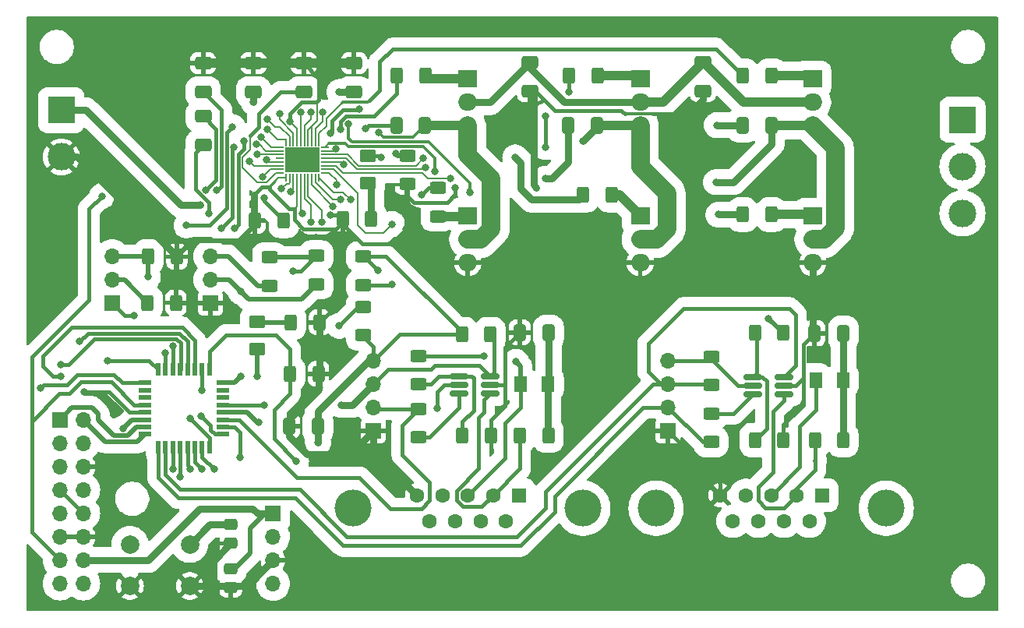
<source format=gbr>
%TF.GenerationSoftware,KiCad,Pcbnew,8.0.1*%
%TF.CreationDate,2024-05-23T13:36:51+02:00*%
%TF.ProjectId,BLDCsensDrv,424c4443-7365-46e7-9344-72762e6b6963,rev?*%
%TF.SameCoordinates,Original*%
%TF.FileFunction,Copper,L1,Top*%
%TF.FilePolarity,Positive*%
%FSLAX46Y46*%
G04 Gerber Fmt 4.6, Leading zero omitted, Abs format (unit mm)*
G04 Created by KiCad (PCBNEW 8.0.1) date 2024-05-23 13:36:51*
%MOMM*%
%LPD*%
G01*
G04 APERTURE LIST*
G04 Aperture macros list*
%AMRoundRect*
0 Rectangle with rounded corners*
0 $1 Rounding radius*
0 $2 $3 $4 $5 $6 $7 $8 $9 X,Y pos of 4 corners*
0 Add a 4 corners polygon primitive as box body*
4,1,4,$2,$3,$4,$5,$6,$7,$8,$9,$2,$3,0*
0 Add four circle primitives for the rounded corners*
1,1,$1+$1,$2,$3*
1,1,$1+$1,$4,$5*
1,1,$1+$1,$6,$7*
1,1,$1+$1,$8,$9*
0 Add four rect primitives between the rounded corners*
20,1,$1+$1,$2,$3,$4,$5,0*
20,1,$1+$1,$4,$5,$6,$7,0*
20,1,$1+$1,$6,$7,$8,$9,0*
20,1,$1+$1,$8,$9,$2,$3,0*%
G04 Aperture macros list end*
%TA.AperFunction,SMDPad,CuDef*%
%ADD10RoundRect,0.250000X0.650000X-0.412500X0.650000X0.412500X-0.650000X0.412500X-0.650000X-0.412500X0*%
%TD*%
%TA.AperFunction,SMDPad,CuDef*%
%ADD11RoundRect,0.250000X-0.625000X0.400000X-0.625000X-0.400000X0.625000X-0.400000X0.625000X0.400000X0*%
%TD*%
%TA.AperFunction,SMDPad,CuDef*%
%ADD12RoundRect,0.250000X0.400000X0.625000X-0.400000X0.625000X-0.400000X-0.625000X0.400000X-0.625000X0*%
%TD*%
%TA.AperFunction,SMDPad,CuDef*%
%ADD13RoundRect,0.250001X-0.462499X-0.624999X0.462499X-0.624999X0.462499X0.624999X-0.462499X0.624999X0*%
%TD*%
%TA.AperFunction,SMDPad,CuDef*%
%ADD14RoundRect,0.250000X0.625000X-0.400000X0.625000X0.400000X-0.625000X0.400000X-0.625000X-0.400000X0*%
%TD*%
%TA.AperFunction,SMDPad,CuDef*%
%ADD15RoundRect,0.250000X-0.650000X0.412500X-0.650000X-0.412500X0.650000X-0.412500X0.650000X0.412500X0*%
%TD*%
%TA.AperFunction,ComponentPad*%
%ADD16R,2.000000X1.905000*%
%TD*%
%TA.AperFunction,ComponentPad*%
%ADD17O,2.000000X1.905000*%
%TD*%
%TA.AperFunction,ComponentPad*%
%ADD18R,1.700000X1.700000*%
%TD*%
%TA.AperFunction,ComponentPad*%
%ADD19O,1.700000X1.700000*%
%TD*%
%TA.AperFunction,SMDPad,CuDef*%
%ADD20R,1.475000X0.600000*%
%TD*%
%TA.AperFunction,SMDPad,CuDef*%
%ADD21R,0.600000X1.475000*%
%TD*%
%TA.AperFunction,SMDPad,CuDef*%
%ADD22RoundRect,0.250000X-0.400000X-0.625000X0.400000X-0.625000X0.400000X0.625000X-0.400000X0.625000X0*%
%TD*%
%TA.AperFunction,ComponentPad*%
%ADD23R,3.000000X3.000000*%
%TD*%
%TA.AperFunction,ComponentPad*%
%ADD24C,3.000000*%
%TD*%
%TA.AperFunction,SMDPad,CuDef*%
%ADD25RoundRect,0.250001X-0.624999X0.462499X-0.624999X-0.462499X0.624999X-0.462499X0.624999X0.462499X0*%
%TD*%
%TA.AperFunction,SMDPad,CuDef*%
%ADD26RoundRect,0.162500X-0.837500X-0.162500X0.837500X-0.162500X0.837500X0.162500X-0.837500X0.162500X0*%
%TD*%
%TA.AperFunction,SMDPad,CuDef*%
%ADD27R,0.203200X0.812800*%
%TD*%
%TA.AperFunction,SMDPad,CuDef*%
%ADD28R,0.812800X0.203200*%
%TD*%
%TA.AperFunction,SMDPad,CuDef*%
%ADD29R,3.810000X2.794000*%
%TD*%
%TA.AperFunction,SMDPad,CuDef*%
%ADD30RoundRect,0.250000X0.412500X0.650000X-0.412500X0.650000X-0.412500X-0.650000X0.412500X-0.650000X0*%
%TD*%
%TA.AperFunction,SMDPad,CuDef*%
%ADD31RoundRect,0.250000X-0.475000X0.337500X-0.475000X-0.337500X0.475000X-0.337500X0.475000X0.337500X0*%
%TD*%
%TA.AperFunction,ComponentPad*%
%ADD32C,2.000000*%
%TD*%
%TA.AperFunction,SMDPad,CuDef*%
%ADD33RoundRect,0.250000X-0.412500X-0.650000X0.412500X-0.650000X0.412500X0.650000X-0.412500X0.650000X0*%
%TD*%
%TA.AperFunction,SMDPad,CuDef*%
%ADD34RoundRect,0.250001X0.624999X-0.462499X0.624999X0.462499X-0.624999X0.462499X-0.624999X-0.462499X0*%
%TD*%
%TA.AperFunction,ComponentPad*%
%ADD35C,4.000000*%
%TD*%
%TA.AperFunction,ComponentPad*%
%ADD36R,1.600000X1.600000*%
%TD*%
%TA.AperFunction,ComponentPad*%
%ADD37C,1.600000*%
%TD*%
%TA.AperFunction,ViaPad*%
%ADD38C,0.800000*%
%TD*%
%TA.AperFunction,Conductor*%
%ADD39C,0.800000*%
%TD*%
%TA.AperFunction,Conductor*%
%ADD40C,0.500000*%
%TD*%
%TA.AperFunction,Conductor*%
%ADD41C,0.200000*%
%TD*%
%TA.AperFunction,Conductor*%
%ADD42C,0.400000*%
%TD*%
%TA.AperFunction,Conductor*%
%ADD43C,0.300000*%
%TD*%
%TA.AperFunction,Conductor*%
%ADD44C,1.000000*%
%TD*%
%TA.AperFunction,Conductor*%
%ADD45C,2.000000*%
%TD*%
G04 APERTURE END LIST*
D10*
%TO.P,C111,1*%
%TO.N,Net-(U1-CPL)*%
X109000000Y-71882500D03*
%TO.P,C111,2*%
%TO.N,Net-(U1-CPH)*%
X109000000Y-68757500D03*
%TD*%
D11*
%TO.P,R208,1*%
%TO.N,Net-(Q21B-B2)*%
X164200000Y-101040000D03*
%TO.P,R208,2*%
%TO.N,USART2_TX*%
X164200000Y-104140000D03*
%TD*%
D10*
%TO.P,C112,1*%
%TO.N,Net-(J1-Pin_1)*%
X125400000Y-66082500D03*
%TO.P,C112,2*%
%TO.N,AGND*%
X125400000Y-62957500D03*
%TD*%
D12*
%TO.P,R106,1*%
%TO.N,Net-(Q6-G)*%
X170730000Y-79420000D03*
%TO.P,R106,2*%
%TO.N,Net-(U1-GLC)*%
X167630000Y-79420000D03*
%TD*%
%TO.P,R101,1*%
%TO.N,Net-(Q3-G)*%
X151830000Y-64320000D03*
%TO.P,R101,2*%
%TO.N,Net-(U1-GHB)*%
X148730000Y-64320000D03*
%TD*%
D13*
%TO.P,D21,1,K*%
%TO.N,Net-(D21-K)*%
X143505000Y-97820000D03*
%TO.P,D21,2,A*%
%TO.N,Net-(D21-A)*%
X146480000Y-97820000D03*
%TD*%
D14*
%TO.P,R204,1*%
%TO.N,Net-(Q20B-B2)*%
X132400000Y-103640000D03*
%TO.P,R204,2*%
%TO.N,USART1_TX*%
X132400000Y-100540000D03*
%TD*%
D12*
%TO.P,R105,1*%
%TO.N,Net-(Q4-G)*%
X153400000Y-77300000D03*
%TO.P,R105,2*%
%TO.N,Net-(U1-GLB)*%
X150300000Y-77300000D03*
%TD*%
D15*
%TO.P,C113,1*%
%TO.N,Net-(J1-Pin_1)*%
X144500000Y-62887500D03*
%TO.P,C113,2*%
%TO.N,AGND*%
X144500000Y-66012500D03*
%TD*%
D16*
%TO.P,Q6,1,G*%
%TO.N,Net-(Q6-G)*%
X175235000Y-79580000D03*
D17*
%TO.P,Q6,2,D*%
%TO.N,Net-(J6-Pin_3)*%
X175235000Y-82120000D03*
%TO.P,Q6,3,S*%
%TO.N,AGND*%
X175235000Y-84660000D03*
%TD*%
D12*
%TO.P,R209,1*%
%TO.N,Net-(D22-A)*%
X178550000Y-103920000D03*
%TO.P,R209,2*%
%TO.N,Net-(Q21B-C2)*%
X175450000Y-103920000D03*
%TD*%
%TO.P,R102,1*%
%TO.N,Net-(Q5-G)*%
X170730000Y-64320000D03*
%TO.P,R102,2*%
%TO.N,Net-(U1-GHC)*%
X167630000Y-64320000D03*
%TD*%
D18*
%TO.P,J5,1,Pin_1*%
%TO.N,AGND*%
X109800000Y-89025000D03*
D19*
%TO.P,J5,2,Pin_2*%
%TO.N,NFAULT*%
X109800000Y-86485000D03*
%TO.P,J5,3,Pin_3*%
%TO.N,FG*%
X109800000Y-83945000D03*
%TD*%
D20*
%TO.P,U2,1,PB9*%
%TO.N,PB9*%
X102662000Y-97700000D03*
%TO.P,U2,2,PC14-OSC32_IN*%
%TO.N,unconnected-(U2-PC14-OSC32_IN-Pad2)*%
X102662000Y-98500000D03*
%TO.P,U2,3,PC15-OSC32_OUT*%
%TO.N,unconnected-(U2-PC15-OSC32_OUT-Pad3)*%
X102662000Y-99300000D03*
%TO.P,U2,4,VDD/VDDA*%
%TO.N,AVDD*%
X102662000Y-100100000D03*
%TO.P,U2,5,VSS/VSSA*%
%TO.N,AGND*%
X102662000Y-100900000D03*
%TO.P,U2,6,NRST*%
%TO.N,NRST*%
X102662000Y-101700000D03*
%TO.P,U2,7,PA0*%
%TO.N,PA0*%
X102662000Y-102500000D03*
%TO.P,U2,8,PA1*%
%TO.N,PA1*%
X102662000Y-103300000D03*
D21*
%TO.P,U2,9,PA2*%
%TO.N,USART2_TX*%
X104100000Y-104738000D03*
%TO.P,U2,10,PA3*%
%TO.N,USART2_RX*%
X104900000Y-104738000D03*
%TO.P,U2,11,PA4*%
%TO.N,DRVOFF*%
X105700000Y-104738000D03*
%TO.P,U2,12,PA5*%
%TO.N,DIR*%
X106500000Y-104738000D03*
%TO.P,U2,13,PA6*%
%TO.N,SPEED{slash}_WAKE*%
X107300000Y-104738000D03*
%TO.P,U2,14,PA7*%
%TO.N,BRAKE*%
X108100000Y-104738000D03*
%TO.P,U2,15,PB0*%
%TO.N,FG*%
X108900000Y-104738000D03*
%TO.P,U2,16,PB1*%
%TO.N,NFAULT*%
X109700000Y-104738000D03*
D20*
%TO.P,U2,17,PB2*%
%TO.N,DACOUT*%
X111138000Y-103300000D03*
%TO.P,U2,18,PA8*%
%TO.N,PA8*%
X111138000Y-102500000D03*
%TO.P,U2,19,PA9*%
%TO.N,USART1_TX*%
X111138000Y-101700000D03*
%TO.P,U2,20,PC6*%
%TO.N,Net-(D20-A)*%
X111138000Y-100900000D03*
%TO.P,U2,21,PA10*%
%TO.N,USART1_RX*%
X111138000Y-100100000D03*
%TO.P,U2,22,PA11*%
%TO.N,i2c_2_SCL*%
X111138000Y-99300000D03*
%TO.P,U2,23,PA12*%
%TO.N,i2c_2_SDA*%
X111138000Y-98500000D03*
%TO.P,U2,24,PA13*%
%TO.N,SWDIO*%
X111138000Y-97700000D03*
D21*
%TO.P,U2,25,PA14*%
%TO.N,SWCLK{slash}BOOT0*%
X109700000Y-96262000D03*
%TO.P,U2,26,PA15*%
%TO.N,PA15*%
X108900000Y-96262000D03*
%TO.P,U2,27,PB3*%
%TO.N,PB3*%
X108100000Y-96262000D03*
%TO.P,U2,28,PB4*%
%TO.N,PB4*%
X107300000Y-96262000D03*
%TO.P,U2,29,PB5*%
%TO.N,PB5*%
X106500000Y-96262000D03*
%TO.P,U2,30,PB6*%
%TO.N,SCL*%
X105700000Y-96262000D03*
%TO.P,U2,31,PB7*%
%TO.N,SDA*%
X104900000Y-96262000D03*
%TO.P,U2,32,PB8*%
%TO.N,PB8*%
X104100000Y-96262000D03*
%TD*%
D22*
%TO.P,R116,1*%
%TO.N,DIR*%
X102950000Y-89000000D03*
%TO.P,R116,2*%
%TO.N,AGND*%
X106050000Y-89000000D03*
%TD*%
D12*
%TO.P,R201,1*%
%TO.N,AGND*%
X121650000Y-91120000D03*
%TO.P,R201,2*%
%TO.N,Net-(D20-K)*%
X118550000Y-91120000D03*
%TD*%
D23*
%TO.P,J6,1,Pin_1*%
%TO.N,Net-(J6-Pin_1)*%
X191500000Y-69120000D03*
D24*
%TO.P,J6,2,Pin_2*%
%TO.N,Net-(J6-Pin_2)*%
X191500000Y-74200000D03*
%TO.P,J6,3,Pin_3*%
%TO.N,Net-(J6-Pin_3)*%
X191500000Y-79280000D03*
%TD*%
D18*
%TO.P,J25,1,Pin_1*%
%TO.N,AVDD*%
X116600000Y-111920000D03*
D19*
%TO.P,J25,2,Pin_2*%
%TO.N,SWCLK{slash}BOOT0*%
X116600000Y-114460000D03*
%TO.P,J25,3,Pin_3*%
%TO.N,AGND*%
X116600000Y-117000000D03*
%TO.P,J25,4,Pin_4*%
%TO.N,SWDIO*%
X116600000Y-119540000D03*
%TD*%
D25*
%TO.P,D20,1,K*%
%TO.N,Net-(D20-K)*%
X114900000Y-91032500D03*
%TO.P,D20,2,A*%
%TO.N,Net-(D20-A)*%
X114900000Y-94007500D03*
%TD*%
D16*
%TO.P,Q5,1,G*%
%TO.N,Net-(Q5-G)*%
X175235000Y-64680000D03*
D17*
%TO.P,Q5,2,D*%
%TO.N,Net-(J1-Pin_1)*%
X175235000Y-67220000D03*
%TO.P,Q5,3,S*%
%TO.N,Net-(J6-Pin_3)*%
X175235000Y-69760000D03*
%TD*%
D18*
%TO.P,J22,1,Pin_1*%
%TO.N,AGND*%
X159500000Y-102920000D03*
D19*
%TO.P,J22,2,Pin_2*%
%TO.N,USART2_TX*%
X159500000Y-100380000D03*
%TO.P,J22,3,Pin_3*%
%TO.N,USART2_RX*%
X159500000Y-97840000D03*
%TO.P,J22,4,Pin_4*%
%TO.N,AVDD*%
X159500000Y-95300000D03*
%TD*%
D14*
%TO.P,R205,1*%
%TO.N,Net-(Q20A-B1)*%
X132400000Y-97870000D03*
%TO.P,R205,2*%
%TO.N,Net-(D21-K)*%
X132400000Y-94770000D03*
%TD*%
%TO.P,R107,1*%
%TO.N,AGND*%
X131200000Y-76100000D03*
%TO.P,R107,2*%
%TO.N,Net-(U1-SN)*%
X131200000Y-73000000D03*
%TD*%
D12*
%TO.P,R203,1*%
%TO.N,Net-(D21-A)*%
X146520000Y-103420000D03*
%TO.P,R203,2*%
%TO.N,Net-(Q20B-C2)*%
X143420000Y-103420000D03*
%TD*%
D26*
%TO.P,Q20,1,B1*%
%TO.N,Net-(Q20A-B1)*%
X136790000Y-96970000D03*
%TO.P,Q20,2,E2*%
%TO.N,AVDD*%
X136790000Y-97920000D03*
%TO.P,Q20,3,B2*%
%TO.N,Net-(Q20B-B2)*%
X136790000Y-98870000D03*
%TO.P,Q20,4,C2*%
%TO.N,Net-(Q20B-C2)*%
X140210000Y-98870000D03*
%TO.P,Q20,5,E1*%
%TO.N,AGND*%
X140210000Y-97920000D03*
%TO.P,Q20,6,C1*%
%TO.N,USART1_RX*%
X140210000Y-96970000D03*
%TD*%
D27*
%TO.P,U1,1,DGND*%
%TO.N,AGND*%
X118000001Y-75443100D03*
%TO.P,U1,2,VREG*%
%TO.N,AVDD*%
X118400000Y-75443100D03*
%TO.P,U1,3,GCTRL*%
%TO.N,Net-(U1-GCTRL)*%
X118799999Y-75443100D03*
%TO.P,U1,4,GND*%
%TO.N,AGND*%
X119200001Y-75443100D03*
%TO.P,U1,5,PVDD*%
%TO.N,Net-(J1-Pin_1)*%
X119600000Y-75443100D03*
%TO.P,U1,6,CPL*%
%TO.N,Net-(U1-CPL)*%
X120000000Y-75443100D03*
%TO.P,U1,7,CPH*%
%TO.N,Net-(U1-CPH)*%
X120399999Y-75443100D03*
%TO.P,U1,8,GVDD*%
%TO.N,Net-(U1-GVDD)*%
X120800001Y-75443100D03*
%TO.P,U1,9,BSTA*%
%TO.N,Net-(U1-BSTA)*%
X121200000Y-75443100D03*
%TO.P,U1,10,SHA*%
%TO.N,Net-(J6-Pin_1)*%
X121599999Y-75443100D03*
D28*
%TO.P,U1,11,GHA*%
%TO.N,Net-(U1-GHA)*%
X122251100Y-74900000D03*
%TO.P,U1,12,GLA*%
%TO.N,Net-(U1-GLA)*%
X122251100Y-74500001D03*
%TO.P,U1,13,BSTB*%
%TO.N,Net-(U1-BSTB)*%
X122251100Y-74099999D03*
%TO.P,U1,14,SHB*%
%TO.N,Net-(J6-Pin_2)*%
X122251100Y-73700000D03*
%TO.P,U1,15,GHB*%
%TO.N,Net-(U1-GHB)*%
X122251100Y-73300000D03*
%TO.P,U1,16,GLB*%
%TO.N,Net-(U1-GLB)*%
X122251100Y-72900001D03*
%TO.P,U1,17,BSTC*%
%TO.N,Net-(U1-BSTC)*%
X122251100Y-72499999D03*
%TO.P,U1,18,SHC*%
%TO.N,Net-(J6-Pin_3)*%
X122251100Y-72100000D03*
D27*
%TO.P,U1,19,GHC*%
%TO.N,Net-(U1-GHC)*%
X121599999Y-71556900D03*
%TO.P,U1,20,GLC*%
%TO.N,Net-(U1-GLC)*%
X121200000Y-71556900D03*
%TO.P,U1,21,LSS*%
%TO.N,AGND*%
X120800001Y-71556900D03*
%TO.P,U1,22,SP*%
X120399999Y-71556900D03*
%TO.P,U1,23,SN*%
%TO.N,Net-(U1-SN)*%
X120000000Y-71556900D03*
%TO.P,U1,24,DRVOFF*%
%TO.N,DRVOFF*%
X119600000Y-71556900D03*
%TO.P,U1,25,AGND*%
%TO.N,AGND*%
X119200001Y-71556900D03*
%TO.P,U1,26,AVDD*%
%TO.N,AVDD*%
X118799999Y-71556900D03*
%TO.P,U1,27,SPEED/_WAKE*%
%TO.N,SPEED{slash}_WAKE*%
X118400000Y-71556900D03*
%TO.P,U1,28,FG*%
%TO.N,FG*%
X118000001Y-71556900D03*
D28*
%TO.P,U1,29,SDA*%
%TO.N,SDA*%
X117348900Y-72100000D03*
%TO.P,U1,30,SCL*%
%TO.N,SCL*%
X117348900Y-72499999D03*
%TO.P,U1,31,DIR*%
%TO.N,DIR*%
X117348900Y-72900001D03*
%TO.P,U1,32,EXT_CLK*%
%TO.N,unconnected-(U1-EXT_CLK-Pad32)*%
X117348900Y-73300000D03*
%TO.P,U1,33,DACOUT/SOX/SPEED_ANA*%
%TO.N,DACOUT*%
X117348900Y-73700000D03*
%TO.P,U1,34,BRAKE*%
%TO.N,BRAKE*%
X117348900Y-74099999D03*
%TO.P,U1,35,NFAULT*%
%TO.N,NFAULT*%
X117348900Y-74500001D03*
%TO.P,U1,36,DVDD*%
%TO.N,Net-(U1-DVDD)*%
X117348900Y-74900000D03*
D29*
%TO.P,U1,37,EPAD*%
%TO.N,Net-(U1-EPAD)*%
X119800000Y-73500000D03*
%TD*%
D14*
%TO.P,R114,1*%
%TO.N,NFAULT*%
X121300000Y-86970000D03*
%TO.P,R114,2*%
%TO.N,AVDD*%
X121300000Y-83870000D03*
%TD*%
D26*
%TO.P,Q21,1,B1*%
%TO.N,Net-(Q21A-B1)*%
X168690000Y-97070000D03*
%TO.P,Q21,2,E2*%
%TO.N,AVDD*%
X168690000Y-98020000D03*
%TO.P,Q21,3,B2*%
%TO.N,Net-(Q21B-B2)*%
X168690000Y-98970000D03*
%TO.P,Q21,4,C2*%
%TO.N,Net-(Q21B-C2)*%
X172110000Y-98970000D03*
%TO.P,Q21,5,E1*%
%TO.N,AGND*%
X172110000Y-98020000D03*
%TO.P,Q21,6,C1*%
%TO.N,USART2_RX*%
X172110000Y-97070000D03*
%TD*%
D15*
%TO.P,C114,1*%
%TO.N,Net-(J1-Pin_1)*%
X163300000Y-62887500D03*
%TO.P,C114,2*%
%TO.N,AGND*%
X163300000Y-66012500D03*
%TD*%
D30*
%TO.P,C24,1*%
%TO.N,Net-(D22-A)*%
X178562500Y-92320000D03*
%TO.P,C24,2*%
%TO.N,AGND*%
X175437500Y-92320000D03*
%TD*%
D31*
%TO.P,C20,1*%
%TO.N,NRST*%
X112000000Y-113082500D03*
%TO.P,C20,2*%
%TO.N,AGND*%
X112000000Y-115157500D03*
%TD*%
D15*
%TO.P,C119,1*%
%TO.N,AGND*%
X119933332Y-62957500D03*
%TO.P,C119,2*%
%TO.N,Net-(U1-DVDD)*%
X119933332Y-66082500D03*
%TD*%
D18*
%TO.P,J4,1,Pin_1*%
%TO.N,SPEED{slash}_WAKE*%
X99100000Y-89025000D03*
D19*
%TO.P,J4,2,Pin_2*%
%TO.N,DIR*%
X99100000Y-86485000D03*
%TO.P,J4,3,Pin_3*%
%TO.N,BRAKE*%
X99100000Y-83945000D03*
%TD*%
D16*
%TO.P,Q2,1,G*%
%TO.N,Net-(Q2-G)*%
X137735000Y-79580000D03*
D17*
%TO.P,Q2,2,D*%
%TO.N,Net-(J6-Pin_1)*%
X137735000Y-82120000D03*
%TO.P,Q2,3,S*%
%TO.N,AGND*%
X137735000Y-84660000D03*
%TD*%
D32*
%TO.P,SW1,1,1*%
%TO.N,NRST*%
X101050000Y-115270000D03*
X107550000Y-115270000D03*
%TO.P,SW1,2,2*%
%TO.N,AGND*%
X101050000Y-119770000D03*
X107550000Y-119770000D03*
%TD*%
D33*
%TO.P,C115,1*%
%TO.N,Net-(U1-BSTA)*%
X129987500Y-69720000D03*
%TO.P,C115,2*%
%TO.N,Net-(J6-Pin_1)*%
X133112500Y-69720000D03*
%TD*%
D11*
%TO.P,R109,1*%
%TO.N,SCL*%
X126400000Y-89450000D03*
%TO.P,R109,2*%
%TO.N,AVDD*%
X126400000Y-92550000D03*
%TD*%
D22*
%TO.P,R115,1*%
%TO.N,BRAKE*%
X103050000Y-84000000D03*
%TO.P,R115,2*%
%TO.N,AGND*%
X106150000Y-84000000D03*
%TD*%
D23*
%TO.P,J1,1,Pin_1*%
%TO.N,Net-(J1-Pin_1)*%
X93600000Y-68080000D03*
D24*
%TO.P,J1,2,Pin_2*%
%TO.N,AGND*%
X93600000Y-73160000D03*
%TD*%
D12*
%TO.P,R207,1*%
%TO.N,USART1_RX*%
X140200000Y-92400000D03*
%TO.P,R207,2*%
%TO.N,AVDD*%
X137100000Y-92400000D03*
%TD*%
D22*
%TO.P,R200,1*%
%TO.N,SWCLK{slash}BOOT0*%
X118450000Y-96720000D03*
%TO.P,R200,2*%
%TO.N,AGND*%
X121550000Y-96720000D03*
%TD*%
D30*
%TO.P,C23,1*%
%TO.N,Net-(D21-A)*%
X146532500Y-92220000D03*
%TO.P,C23,2*%
%TO.N,AGND*%
X143407500Y-92220000D03*
%TD*%
D16*
%TO.P,Q1,1,G*%
%TO.N,Net-(Q1-G)*%
X137735000Y-64680000D03*
D17*
%TO.P,Q1,2,D*%
%TO.N,Net-(J1-Pin_1)*%
X137735000Y-67220000D03*
%TO.P,Q1,3,S*%
%TO.N,Net-(J6-Pin_1)*%
X137735000Y-69760000D03*
%TD*%
D14*
%TO.P,R212,1*%
%TO.N,USART2_RX*%
X164200000Y-97970000D03*
%TO.P,R212,2*%
%TO.N,AVDD*%
X164200000Y-94870000D03*
%TD*%
D16*
%TO.P,Q4,1,G*%
%TO.N,Net-(Q4-G)*%
X156485000Y-79580000D03*
D17*
%TO.P,Q4,2,D*%
%TO.N,Net-(J6-Pin_2)*%
X156485000Y-82120000D03*
%TO.P,Q4,3,S*%
%TO.N,AGND*%
X156485000Y-84660000D03*
%TD*%
D13*
%TO.P,D22,1,K*%
%TO.N,Net-(D22-K)*%
X175535000Y-97420000D03*
%TO.P,D22,2,A*%
%TO.N,Net-(D22-A)*%
X178510000Y-97420000D03*
%TD*%
D12*
%TO.P,R211,1*%
%TO.N,AGND*%
X172050000Y-103920000D03*
%TO.P,R211,2*%
%TO.N,Net-(Q21A-B1)*%
X168950000Y-103920000D03*
%TD*%
D16*
%TO.P,Q3,1,G*%
%TO.N,Net-(Q3-G)*%
X156485000Y-64680000D03*
D17*
%TO.P,Q3,2,D*%
%TO.N,Net-(J1-Pin_1)*%
X156485000Y-67220000D03*
%TO.P,Q3,3,S*%
%TO.N,Net-(J6-Pin_2)*%
X156485000Y-69760000D03*
%TD*%
D34*
%TO.P,D100,1,K*%
%TO.N,Net-(D100-K)*%
X126900000Y-75992500D03*
%TO.P,D100,2,A*%
%TO.N,NFAULT*%
X126900000Y-73017500D03*
%TD*%
D18*
%TO.P,J21,1,Pin_1*%
%TO.N,AGND*%
X127500000Y-102920000D03*
D19*
%TO.P,J21,2,Pin_2*%
%TO.N,USART1_TX*%
X127500000Y-100380000D03*
%TO.P,J21,3,Pin_3*%
%TO.N,USART1_RX*%
X127500000Y-97840000D03*
%TO.P,J21,4,Pin_4*%
%TO.N,AVDD*%
X127500000Y-95300000D03*
%TD*%
D30*
%TO.P,C22,1*%
%TO.N,AVDD*%
X121462500Y-102400000D03*
%TO.P,C22,2*%
%TO.N,AGND*%
X118337500Y-102400000D03*
%TD*%
D10*
%TO.P,C118,1*%
%TO.N,Net-(U1-GCTRL)*%
X109000000Y-66082500D03*
%TO.P,C118,2*%
%TO.N,AGND*%
X109000000Y-62957500D03*
%TD*%
D35*
%TO.P,J23,0*%
%TO.N,N/C*%
X125260000Y-111340000D03*
X150260000Y-111340000D03*
D36*
%TO.P,J23,1,1*%
%TO.N,unconnected-(J23-Pad1)*%
X143300000Y-109920000D03*
D37*
%TO.P,J23,2,2*%
%TO.N,Net-(Q20B-C2)*%
X140530000Y-109920000D03*
%TO.P,J23,3,3*%
%TO.N,Net-(D21-K)*%
X137760000Y-109920000D03*
%TO.P,J23,4,4*%
%TO.N,unconnected-(J23-Pad4)*%
X134990000Y-109920000D03*
%TO.P,J23,5,5*%
%TO.N,AGND*%
X132220000Y-109920000D03*
%TO.P,J23,6,6*%
%TO.N,unconnected-(J23-Pad6)*%
X141915000Y-112760000D03*
%TO.P,J23,7,7*%
%TO.N,unconnected-(J23-Pad7)*%
X139145000Y-112760000D03*
%TO.P,J23,8,8*%
%TO.N,unconnected-(J23-Pad8)*%
X136375000Y-112760000D03*
%TO.P,J23,9,9*%
%TO.N,unconnected-(J23-Pad9)*%
X133605000Y-112760000D03*
%TD*%
D10*
%TO.P,C110,1*%
%TO.N,Net-(U1-GVDD)*%
X114466666Y-66082500D03*
%TO.P,C110,2*%
%TO.N,AGND*%
X114466666Y-62957500D03*
%TD*%
D12*
%TO.P,R206,1*%
%TO.N,AGND*%
X140250000Y-103420000D03*
%TO.P,R206,2*%
%TO.N,Net-(Q20A-B1)*%
X137150000Y-103420000D03*
%TD*%
D14*
%TO.P,R104,1*%
%TO.N,Net-(Q2-G)*%
X134500000Y-79600000D03*
%TO.P,R104,2*%
%TO.N,Net-(U1-GLA)*%
X134500000Y-76500000D03*
%TD*%
D35*
%TO.P,J24,0*%
%TO.N,N/C*%
X158210000Y-111340000D03*
X183210000Y-111340000D03*
D36*
%TO.P,J24,1,1*%
%TO.N,unconnected-(J24-Pad1)*%
X176250000Y-109920000D03*
D37*
%TO.P,J24,2,2*%
%TO.N,Net-(Q21B-C2)*%
X173480000Y-109920000D03*
%TO.P,J24,3,3*%
%TO.N,Net-(D22-K)*%
X170710000Y-109920000D03*
%TO.P,J24,4,4*%
%TO.N,unconnected-(J24-Pad4)*%
X167940000Y-109920000D03*
%TO.P,J24,5,5*%
%TO.N,AGND*%
X165170000Y-109920000D03*
%TO.P,J24,6,6*%
%TO.N,unconnected-(J24-Pad6)*%
X174865000Y-112760000D03*
%TO.P,J24,7,7*%
%TO.N,unconnected-(J24-Pad7)*%
X172095000Y-112760000D03*
%TO.P,J24,8,8*%
%TO.N,unconnected-(J24-Pad8)*%
X169325000Y-112760000D03*
%TO.P,J24,9,9*%
%TO.N,unconnected-(J24-Pad9)*%
X166555000Y-112760000D03*
%TD*%
D14*
%TO.P,R108,1*%
%TO.N,SDA*%
X126400000Y-87070000D03*
%TO.P,R108,2*%
%TO.N,AVDD*%
X126400000Y-83970000D03*
%TD*%
D22*
%TO.P,R210,1*%
%TO.N,Net-(Q21A-B1)*%
X168950000Y-92290000D03*
%TO.P,R210,2*%
%TO.N,Net-(D22-K)*%
X172050000Y-92290000D03*
%TD*%
D33*
%TO.P,C117,1*%
%TO.N,Net-(U1-BSTC)*%
X167647500Y-69720000D03*
%TO.P,C117,2*%
%TO.N,Net-(J6-Pin_3)*%
X170772500Y-69720000D03*
%TD*%
D12*
%TO.P,R100,1*%
%TO.N,Net-(Q1-G)*%
X133130000Y-64320000D03*
%TO.P,R100,2*%
%TO.N,Net-(U1-GHA)*%
X130030000Y-64320000D03*
%TD*%
D22*
%TO.P,R110,1*%
%TO.N,AGND*%
X124150000Y-79900000D03*
%TO.P,R110,2*%
%TO.N,Net-(D100-K)*%
X127250000Y-79900000D03*
%TD*%
%TO.P,R112,1*%
%TO.N,AGND*%
X114650000Y-80100000D03*
%TO.P,R112,2*%
%TO.N,Net-(U1-EPAD)*%
X117750000Y-80100000D03*
%TD*%
D18*
%TO.P,J20,1,Pin_1*%
%TO.N,PA0*%
X93425000Y-101720000D03*
D19*
%TO.P,J20,2,Pin_2*%
%TO.N,PA1*%
X95965000Y-101720000D03*
%TO.P,J20,3,Pin_3*%
%TO.N,PB3*%
X93425000Y-104260000D03*
%TO.P,J20,4,Pin_4*%
%TO.N,PB4*%
X95965000Y-104260000D03*
%TO.P,J20,5,Pin_5*%
%TO.N,PB5*%
X93425000Y-106800000D03*
%TO.P,J20,6,Pin_6*%
%TO.N,AGND*%
X95965000Y-106800000D03*
%TO.P,J20,7,Pin_7*%
%TO.N,Net-(J20-Pin_10)*%
X93425000Y-109340000D03*
%TO.P,J20,8,Pin_8*%
%TO.N,PB8*%
X95965000Y-109340000D03*
%TO.P,J20,9,Pin_9*%
%TO.N,PB9*%
X93425000Y-111880000D03*
%TO.P,J20,10,Pin_10*%
%TO.N,Net-(J20-Pin_10)*%
X95965000Y-111880000D03*
%TO.P,J20,11,Pin_11*%
%TO.N,AGND*%
X93425000Y-114420000D03*
%TO.P,J20,12,Pin_12*%
X95965000Y-114420000D03*
%TO.P,J20,13,Pin_13*%
%TO.N,AVDD*%
X93425000Y-116960000D03*
%TO.P,J20,14,Pin_14*%
X95965000Y-116960000D03*
%TO.P,J20,15,Pin_15*%
%TO.N,PA15*%
X93425000Y-119500000D03*
%TO.P,J20,16,Pin_16*%
%TO.N,PA8*%
X95965000Y-119500000D03*
%TD*%
D33*
%TO.P,C116,1*%
%TO.N,Net-(U1-BSTB)*%
X148687500Y-69720000D03*
%TO.P,C116,2*%
%TO.N,Net-(J6-Pin_2)*%
X151812500Y-69720000D03*
%TD*%
D14*
%TO.P,R113,1*%
%TO.N,FG*%
X116200000Y-87170000D03*
%TO.P,R113,2*%
%TO.N,AVDD*%
X116200000Y-84070000D03*
%TD*%
D31*
%TO.P,C21,1*%
%TO.N,AVDD*%
X112000000Y-117882500D03*
%TO.P,C21,2*%
%TO.N,AGND*%
X112000000Y-119957500D03*
%TD*%
D38*
%TO.N,AGND*%
X122800000Y-79500000D03*
X118400000Y-69300000D03*
X131000000Y-81000000D03*
X162700000Y-67500000D03*
X145200000Y-76500000D03*
X136400000Y-76500000D03*
X96100000Y-98700000D03*
%TO.N,Net-(U1-GVDD)*%
X114466666Y-67200000D03*
X123100000Y-78500000D03*
%TO.N,Net-(U1-CPL)*%
X109600000Y-79300000D03*
X120700000Y-80200000D03*
%TO.N,Net-(U1-CPH)*%
X121900000Y-80200000D03*
X109300000Y-76800000D03*
%TO.N,Net-(J1-Pin_1)*%
X119800000Y-79300000D03*
X108700000Y-78400000D03*
X123800000Y-66082500D03*
%TO.N,Net-(U1-BSTA)*%
X126600000Y-70100000D03*
X123900000Y-77800000D03*
%TO.N,Net-(J6-Pin_1)*%
X128100000Y-70500000D03*
X125000000Y-77800000D03*
%TO.N,Net-(U1-BSTB)*%
X135900000Y-75500000D03*
X146200000Y-75500000D03*
%TO.N,Net-(J6-Pin_2)*%
X124300000Y-74000000D03*
X150300000Y-71400000D03*
%TO.N,USART1_RX*%
X124000000Y-100100000D03*
X115600000Y-100100000D03*
%TO.N,Net-(U1-BSTC)*%
X164800000Y-69700000D03*
X123400000Y-72300000D03*
X122800000Y-70600000D03*
X125950000Y-67950000D03*
%TO.N,AVDD*%
X128000000Y-85500000D03*
X121500000Y-104200000D03*
X98000000Y-77400000D03*
X118800000Y-85600000D03*
X117300000Y-68500000D03*
X117500000Y-76600000D03*
X134400000Y-100500000D03*
%TO.N,Net-(J6-Pin_3)*%
X164700000Y-75900000D03*
X134200000Y-74700000D03*
%TO.N,Net-(U1-GCTRL)*%
X110500000Y-76800000D03*
X118500000Y-76900000D03*
%TO.N,SDA*%
X115300000Y-71000000D03*
X129500000Y-87000000D03*
X112400000Y-80900000D03*
X113400000Y-71400000D03*
X104900000Y-94500000D03*
%TO.N,SCL*%
X111000000Y-80900000D03*
X105700000Y-93700000D03*
X112300000Y-72100000D03*
X123800000Y-91500000D03*
X114800000Y-71800000D03*
%TO.N,SWCLK{slash}BOOT0*%
X119100000Y-106200000D03*
%TO.N,DRVOFF*%
X105700000Y-107100000D03*
X119600000Y-68300000D03*
%TO.N,SPEED{slash}_WAKE*%
X101500000Y-90400000D03*
X107600000Y-107100000D03*
X116000000Y-69100000D03*
%TO.N,FG*%
X116000000Y-70200000D03*
X110200000Y-107100000D03*
X107200000Y-80600000D03*
X112200000Y-69900000D03*
%TO.N,DIR*%
X106500000Y-107900000D03*
X114900000Y-72900001D03*
%TO.N,DACOUT*%
X108800000Y-101300000D03*
X115900000Y-73500001D03*
%TO.N,BRAKE*%
X108900000Y-107100000D03*
X114000000Y-73600000D03*
X103000000Y-86200000D03*
%TO.N,NFAULT*%
X107550000Y-101550000D03*
X128300000Y-73200000D03*
X115500000Y-75300000D03*
X113100000Y-87800000D03*
%TO.N,PB9*%
X91300000Y-98300000D03*
%TO.N,Net-(D20-A)*%
X114900000Y-97000000D03*
X115000000Y-102000000D03*
%TO.N,Net-(D21-K)*%
X139500000Y-94800000D03*
X143000000Y-95400000D03*
%TO.N,NRST*%
X100300000Y-102650000D03*
%TO.N,PA8*%
X113000000Y-105800000D03*
%TO.N,Net-(D22-K)*%
X170400000Y-90700000D03*
%TO.N,SWDIO*%
X113100000Y-97000000D03*
%TO.N,PA15*%
X108900000Y-98500000D03*
%TO.N,PB3*%
X93500000Y-97000000D03*
%TO.N,PB4*%
X95600000Y-93200000D03*
%TO.N,PB5*%
X93500000Y-95700000D03*
%TO.N,PB8*%
X98600000Y-95300000D03*
%TO.N,Net-(U1-GHA)*%
X123500000Y-76200000D03*
X123900000Y-70200000D03*
%TO.N,Net-(U1-GHB)*%
X146200000Y-68700000D03*
X146200000Y-72100000D03*
X133200000Y-74300000D03*
X148700000Y-66100000D03*
%TO.N,Net-(U1-GLA)*%
X132700000Y-77300000D03*
X129550000Y-80450000D03*
%TO.N,Net-(U1-GLB)*%
X142900000Y-73200000D03*
X132900000Y-73300000D03*
%TO.N,Net-(U1-GLC)*%
X124800000Y-69600000D03*
X138000000Y-77000000D03*
X164980000Y-79420000D03*
X122000000Y-68300000D03*
%TO.N,Net-(U1-SN)*%
X129920711Y-72779289D03*
X120700000Y-68300000D03*
%TO.N,Net-(U1-EPAD)*%
X119800000Y-73500000D03*
X115600000Y-77600000D03*
%TD*%
D39*
%TO.N,AGND*%
X111812500Y-119770000D02*
X113830000Y-119770000D01*
D40*
X106050000Y-84450000D02*
X106050000Y-89000000D01*
D41*
X117156900Y-75443100D02*
X117998400Y-75443100D01*
D39*
X110100000Y-117057500D02*
X110100000Y-119470000D01*
D42*
X174200000Y-97200000D02*
X174200000Y-93557500D01*
X119900000Y-81000000D02*
X123400000Y-81000000D01*
D39*
X120300000Y-105500000D02*
X124920000Y-105500000D01*
D42*
X116200000Y-76400000D02*
X116200000Y-76700000D01*
X118900000Y-78800000D02*
X118900000Y-79000000D01*
D41*
X120800001Y-69833331D02*
X120800001Y-71556900D01*
D42*
X172110000Y-98020000D02*
X173380000Y-98020000D01*
X121600000Y-66900000D02*
X121300000Y-67200000D01*
D39*
X118337500Y-101662500D02*
X121550000Y-98450000D01*
D42*
X141863750Y-93763750D02*
X141800000Y-93827500D01*
X136400000Y-77200000D02*
X135500000Y-78100000D01*
X165170000Y-108590000D02*
X159500000Y-102920000D01*
D40*
X107850000Y-82300000D02*
X112900000Y-82300000D01*
D42*
X174200000Y-100100000D02*
X174200000Y-97200000D01*
X161700000Y-68500000D02*
X162700000Y-67500000D01*
X126300000Y-82600000D02*
X124150000Y-80450000D01*
X124150000Y-88620000D02*
X124150000Y-79900000D01*
X154800000Y-68500000D02*
X154400000Y-68100000D01*
D39*
X145200000Y-76500000D02*
X144900000Y-76200000D01*
D42*
X141800000Y-97900000D02*
X141800000Y-99500000D01*
D39*
X163300000Y-66900000D02*
X163300000Y-66012500D01*
X121550000Y-98450000D02*
X121550000Y-96720000D01*
D41*
X119200001Y-78499999D02*
X118900000Y-78800000D01*
D42*
X141780000Y-97920000D02*
X141800000Y-97900000D01*
X118400000Y-68500000D02*
X119700000Y-67200000D01*
X121033332Y-67200000D02*
X121200000Y-67200000D01*
D43*
X157900000Y-68500000D02*
X154800000Y-68500000D01*
D42*
X131000000Y-81000000D02*
X131000000Y-76300000D01*
X123400000Y-81000000D02*
X124150000Y-80250000D01*
D41*
X119200001Y-70100001D02*
X118400000Y-69300000D01*
X117156900Y-75443100D02*
X118000001Y-75443100D01*
D40*
X106075000Y-89025000D02*
X106050000Y-89000000D01*
D41*
X119200001Y-71556900D02*
X119200001Y-70100001D01*
D39*
X112000000Y-115157500D02*
X110100000Y-117057500D01*
D42*
X154400000Y-68100000D02*
X147200000Y-68100000D01*
X140250000Y-101750000D02*
X141800000Y-100200000D01*
X174200000Y-93557500D02*
X175437500Y-92320000D01*
D41*
X120399999Y-71556900D02*
X120399999Y-70233333D01*
X121033332Y-69600000D02*
X120800001Y-69833331D01*
D42*
X157900000Y-68500000D02*
X161700000Y-68500000D01*
D41*
X116700000Y-75900000D02*
X117156900Y-75443100D01*
D42*
X165170000Y-109920000D02*
X165170000Y-108590000D01*
D39*
X93600000Y-73160000D02*
X95310000Y-73160000D01*
D42*
X136400000Y-76500000D02*
X136400000Y-77200000D01*
X131200000Y-77400000D02*
X131200000Y-76100000D01*
X101000000Y-100900000D02*
X102662000Y-100900000D01*
D41*
X114650000Y-80100000D02*
X114500000Y-79950000D01*
D42*
X121650000Y-91120000D02*
X124150000Y-88620000D01*
X129400000Y-82600000D02*
X126300000Y-82600000D01*
X135500000Y-78100000D02*
X131900000Y-78100000D01*
D39*
X114500000Y-79950000D02*
X114500000Y-77300000D01*
D40*
X137735000Y-84660000D02*
X139960000Y-84660000D01*
D41*
X106150000Y-84000000D02*
X106150000Y-84350000D01*
D42*
X118900000Y-80000000D02*
X119900000Y-81000000D01*
X140250000Y-103420000D02*
X140250000Y-101750000D01*
D40*
X111812500Y-119770000D02*
X112000000Y-119957500D01*
D44*
X125400000Y-62957500D02*
X119933332Y-62957500D01*
D42*
X116200000Y-76700000D02*
X118300000Y-78800000D01*
X131000000Y-81000000D02*
X129400000Y-82600000D01*
D40*
X143407500Y-88107500D02*
X143407500Y-92220000D01*
D39*
X121650000Y-96350000D02*
X121650000Y-91120000D01*
X118337500Y-103537500D02*
X120300000Y-105500000D01*
D40*
X112900000Y-82300000D02*
X114650000Y-80550000D01*
X139960000Y-84660000D02*
X143407500Y-88107500D01*
D39*
X110400000Y-119770000D02*
X111812500Y-119770000D01*
D42*
X119933332Y-62957500D02*
X121600000Y-64624168D01*
X131900000Y-78100000D02*
X131200000Y-77400000D01*
D40*
X121550000Y-96450000D02*
X121650000Y-96350000D01*
D41*
X121400000Y-67400000D02*
X121400000Y-69233332D01*
X124150000Y-80250000D02*
X124150000Y-79900000D01*
D42*
X96100000Y-98700000D02*
X98800000Y-98700000D01*
D39*
X124920000Y-105500000D02*
X127500000Y-102920000D01*
D40*
X114650000Y-80550000D02*
X114650000Y-80100000D01*
D42*
X131000000Y-76300000D02*
X131200000Y-76100000D01*
D43*
X116200000Y-76400000D02*
X116700000Y-75900000D01*
D41*
X123750000Y-79500000D02*
X124150000Y-79900000D01*
D39*
X95310000Y-73160000D02*
X106150000Y-84000000D01*
D42*
X141863750Y-93763750D02*
X143407500Y-92220000D01*
D39*
X113830000Y-119770000D02*
X116600000Y-117000000D01*
D42*
X122800000Y-79500000D02*
X123750000Y-79500000D01*
D41*
X145112500Y-66012500D02*
X144500000Y-66012500D01*
D39*
X127500000Y-102920000D02*
X127500000Y-105200000D01*
D40*
X121550000Y-96720000D02*
X121550000Y-96450000D01*
D42*
X147200000Y-68100000D02*
X145112500Y-66012500D01*
D41*
X106150000Y-84350000D02*
X106050000Y-84450000D01*
X121200000Y-67200000D02*
X121400000Y-67400000D01*
D44*
X114466666Y-62957500D02*
X119933332Y-62957500D01*
D40*
X106150000Y-84000000D02*
X107850000Y-82300000D01*
D44*
X109000000Y-62957500D02*
X114466666Y-62957500D01*
D39*
X107550000Y-119770000D02*
X110400000Y-119770000D01*
X118337500Y-102400000D02*
X118337500Y-103537500D01*
X162700000Y-67500000D02*
X163300000Y-66900000D01*
D42*
X140210000Y-97920000D02*
X141780000Y-97920000D01*
D41*
X121300000Y-67200000D02*
X121033332Y-67200000D01*
D42*
X124150000Y-80450000D02*
X124150000Y-79900000D01*
X98800000Y-98700000D02*
X101000000Y-100900000D01*
X118900000Y-79000000D02*
X118900000Y-80000000D01*
D39*
X110100000Y-119470000D02*
X110400000Y-119770000D01*
D42*
X173380000Y-98020000D02*
X174200000Y-97200000D01*
D39*
X127500000Y-105200000D02*
X132220000Y-109920000D01*
D41*
X116200000Y-76400000D02*
X117156900Y-75443100D01*
D42*
X141800000Y-100200000D02*
X141800000Y-99500000D01*
D39*
X144900000Y-76200000D02*
X144900000Y-66412500D01*
D42*
X115400000Y-76400000D02*
X116200000Y-76400000D01*
X114500000Y-77300000D02*
X115400000Y-76400000D01*
D41*
X121400000Y-69233332D02*
X121033332Y-69600000D01*
D42*
X119700000Y-67200000D02*
X121033332Y-67200000D01*
D40*
X109800000Y-89025000D02*
X106075000Y-89025000D01*
D41*
X120399999Y-70233333D02*
X121033332Y-69600000D01*
D39*
X144900000Y-66412500D02*
X144500000Y-66012500D01*
X175235000Y-84660000D02*
X175235000Y-92117500D01*
D42*
X141800000Y-93827500D02*
X141800000Y-99500000D01*
X121600000Y-64624168D02*
X121600000Y-66900000D01*
D40*
X175235000Y-92117500D02*
X175437500Y-92320000D01*
D41*
X119200001Y-75443100D02*
X119200001Y-78499999D01*
D42*
X172050000Y-103920000D02*
X172050000Y-102250000D01*
X118400000Y-69300000D02*
X118400000Y-68500000D01*
X118300000Y-78800000D02*
X118900000Y-78800000D01*
X172050000Y-102250000D02*
X174200000Y-100100000D01*
D39*
%TO.N,Net-(D21-A)*%
X146480000Y-97820000D02*
X146480000Y-103380000D01*
D40*
X146480000Y-103380000D02*
X146520000Y-103420000D01*
X146532500Y-97767500D02*
X146480000Y-97820000D01*
D39*
X146532500Y-92220000D02*
X146532500Y-97767500D01*
%TO.N,Net-(D22-A)*%
X178562500Y-92320000D02*
X178562500Y-97367500D01*
D40*
X178510000Y-103880000D02*
X178550000Y-103920000D01*
D39*
X178510000Y-97420000D02*
X178510000Y-103880000D01*
D40*
X178562500Y-97367500D02*
X178510000Y-97420000D01*
D41*
%TO.N,Net-(U1-GVDD)*%
X120800001Y-76200001D02*
X120800001Y-75443100D01*
X123100000Y-78500000D02*
X120800001Y-76200001D01*
D39*
X114466666Y-67200000D02*
X114466666Y-66082500D01*
D42*
%TO.N,Net-(U1-CPL)*%
X108200000Y-72682500D02*
X109000000Y-71882500D01*
D41*
X120700000Y-78400000D02*
X120000000Y-77700000D01*
D42*
X109600000Y-79300000D02*
X109600000Y-78100000D01*
X109600000Y-78100000D02*
X108200000Y-76700000D01*
X108200000Y-76700000D02*
X108200000Y-72682500D01*
D41*
X120000000Y-77700000D02*
X120000000Y-75443100D01*
X120700000Y-80200000D02*
X120700000Y-78400000D01*
D42*
%TO.N,Net-(U1-CPH)*%
X110400000Y-75700000D02*
X110400000Y-70157500D01*
D41*
X121900000Y-80200000D02*
X121900000Y-78941422D01*
X120399999Y-77441421D02*
X120399999Y-75443100D01*
D42*
X110400000Y-70157500D02*
X109000000Y-68757500D01*
D41*
X121900000Y-78941422D02*
X120399999Y-77441421D01*
D42*
X109300000Y-76800000D02*
X110400000Y-75700000D01*
D44*
%TO.N,Net-(J1-Pin_1)*%
X158980000Y-67220000D02*
X163300000Y-62900000D01*
D39*
X144500000Y-63500000D02*
X144500000Y-62887500D01*
X123800000Y-66082500D02*
X125400000Y-66082500D01*
X140167500Y-67220000D02*
X144500000Y-62887500D01*
D44*
X167720000Y-67220000D02*
X175235000Y-67220000D01*
D39*
X156485000Y-67220000D02*
X148220000Y-67220000D01*
D44*
X163300000Y-62900000D02*
X163300000Y-62887500D01*
D39*
X137735000Y-67220000D02*
X140167500Y-67220000D01*
D41*
X119600000Y-79100000D02*
X119600000Y-75443100D01*
D44*
X163387500Y-62887500D02*
X167720000Y-67220000D01*
D39*
X108700000Y-78400000D02*
X106600000Y-78400000D01*
X106600000Y-78400000D02*
X96280000Y-68080000D01*
D41*
X119800000Y-79300000D02*
X119600000Y-79100000D01*
D39*
X96280000Y-68080000D02*
X93600000Y-68080000D01*
D44*
X156485000Y-67220000D02*
X158980000Y-67220000D01*
D39*
X148220000Y-67220000D02*
X144500000Y-63500000D01*
D44*
X163300000Y-62887500D02*
X163387500Y-62887500D01*
D42*
%TO.N,Net-(U1-BSTA)*%
X126980000Y-69720000D02*
X129987500Y-69720000D01*
D41*
X123900000Y-77800000D02*
X123124264Y-77800000D01*
X121200000Y-75875736D02*
X121200000Y-75443100D01*
X123124264Y-77800000D02*
X121200000Y-75875736D01*
D42*
X126600000Y-70100000D02*
X126980000Y-69720000D01*
D41*
%TO.N,Net-(J6-Pin_1)*%
X133152500Y-69760000D02*
X133112500Y-69720000D01*
D43*
X131832500Y-71000000D02*
X133112500Y-69720000D01*
D44*
X137735000Y-69760000D02*
X133152500Y-69760000D01*
D43*
X128600000Y-71000000D02*
X131832500Y-71000000D01*
X128100000Y-70500000D02*
X128600000Y-71000000D01*
D41*
X125000000Y-77800000D02*
X124200000Y-77000000D01*
D45*
X137735000Y-82120000D02*
X139140000Y-82120000D01*
X140300000Y-80960000D02*
X140300000Y-75500000D01*
X139140000Y-82120000D02*
X140300000Y-80960000D01*
D41*
X123156899Y-77000000D02*
X121599999Y-75443100D01*
X124200000Y-77000000D02*
X123156899Y-77000000D01*
D45*
X137735000Y-72935000D02*
X137735000Y-69760000D01*
X140300000Y-75500000D02*
X137735000Y-72935000D01*
D41*
%TO.N,Net-(U1-BSTB)*%
X124200000Y-74900000D02*
X123399999Y-74099999D01*
X123399999Y-74099999D02*
X122251100Y-74099999D01*
D39*
X146200000Y-75500000D02*
X146900000Y-75500000D01*
D41*
X132800000Y-74900000D02*
X124200000Y-74900000D01*
D39*
X146900000Y-75500000D02*
X148687500Y-73712500D01*
D41*
X133400000Y-75500000D02*
X132800000Y-74900000D01*
D39*
X148687500Y-73712500D02*
X148687500Y-69720000D01*
D41*
X135900000Y-75500000D02*
X133400000Y-75500000D01*
D39*
%TO.N,Net-(J6-Pin_2)*%
X150300000Y-71400000D02*
X151812500Y-69887500D01*
D41*
X151812500Y-69887500D02*
X151812500Y-69720000D01*
D45*
X159400000Y-81000000D02*
X158280000Y-82120000D01*
D41*
X124300000Y-74000000D02*
X124000000Y-73700000D01*
D45*
X159400000Y-77100000D02*
X159400000Y-81000000D01*
X156500000Y-69775000D02*
X156500000Y-74200000D01*
D40*
X156485000Y-69760000D02*
X156500000Y-69775000D01*
D45*
X158280000Y-82120000D02*
X156485000Y-82120000D01*
D41*
X156445000Y-69720000D02*
X156485000Y-69760000D01*
X124000000Y-73700000D02*
X122251100Y-73700000D01*
D45*
X156500000Y-74200000D02*
X159400000Y-77100000D01*
D44*
X151812500Y-69720000D02*
X156445000Y-69720000D01*
D42*
%TO.N,USART1_RX*%
X115600000Y-100100000D02*
X111138000Y-100100000D01*
D39*
X124000000Y-100100000D02*
X125200000Y-100100000D01*
D42*
X140600000Y-96580000D02*
X140210000Y-96970000D01*
X129070000Y-96270000D02*
X127500000Y-97840000D01*
X139040000Y-95800000D02*
X134200000Y-95800000D01*
X134200000Y-95800000D02*
X133730000Y-96270000D01*
X140210000Y-96970000D02*
X139040000Y-95800000D01*
X140600000Y-92800000D02*
X140600000Y-96580000D01*
D41*
X140600000Y-92800000D02*
X140200000Y-92400000D01*
D39*
X125200000Y-100100000D02*
X127460000Y-97840000D01*
D42*
X133730000Y-96270000D02*
X129070000Y-96270000D01*
D40*
X127460000Y-97840000D02*
X127500000Y-97840000D01*
D42*
%TO.N,Net-(U1-BSTC)*%
X122800000Y-70600000D02*
X123000000Y-70400000D01*
X123000000Y-70400000D02*
X123000000Y-69200000D01*
X123000000Y-69200000D02*
X124200000Y-68000000D01*
X124200000Y-68000000D02*
X125900000Y-68000000D01*
D41*
X123200001Y-72499999D02*
X122251100Y-72499999D01*
D42*
X125900000Y-68000000D02*
X125950000Y-67950000D01*
D39*
X167647500Y-69720000D02*
X164820000Y-69720000D01*
D41*
X123400000Y-72300000D02*
X123200001Y-72499999D01*
X164820000Y-69720000D02*
X164800000Y-69700000D01*
D42*
%TO.N,AVDD*%
X90400000Y-94900000D02*
X90400000Y-113935000D01*
D40*
X114100000Y-116200000D02*
X114100000Y-113500000D01*
D42*
X128870000Y-83970000D02*
X137100000Y-92200000D01*
X128000000Y-85500000D02*
X126470000Y-83970000D01*
D40*
X112000000Y-117882500D02*
X112417500Y-117882500D01*
D42*
X90400000Y-101900000D02*
X90400000Y-113935000D01*
X96600000Y-88700000D02*
X90400000Y-94900000D01*
X137100000Y-92400000D02*
X130400000Y-92400000D01*
D41*
X117500000Y-76600000D02*
X118050500Y-76049500D01*
D42*
X127500000Y-93770000D02*
X126400000Y-92670000D01*
D41*
X126470000Y-83970000D02*
X126400000Y-83970000D01*
D42*
X121300000Y-83870000D02*
X119570000Y-85600000D01*
D39*
X114400000Y-111400000D02*
X108600000Y-111400000D01*
D42*
X126400000Y-83970000D02*
X128870000Y-83970000D01*
D41*
X118799999Y-70599999D02*
X118799999Y-71556900D01*
D42*
X94450000Y-98900000D02*
X93400000Y-98900000D01*
D40*
X115680000Y-111920000D02*
X116600000Y-111920000D01*
D41*
X117300000Y-68500000D02*
X117300000Y-69100000D01*
D42*
X101500000Y-100100000D02*
X99000000Y-97600000D01*
X135180000Y-97920000D02*
X136790000Y-97920000D01*
D39*
X108600000Y-111400000D02*
X103040000Y-116960000D01*
D40*
X121100000Y-84070000D02*
X121300000Y-83870000D01*
D42*
X164200000Y-95100000D02*
X167120000Y-98020000D01*
X90400000Y-113935000D02*
X93425000Y-116960000D01*
X134400000Y-98700000D02*
X135180000Y-97920000D01*
X95750000Y-97600000D02*
X94450000Y-98900000D01*
X98000000Y-77400000D02*
X96600000Y-78800000D01*
D40*
X163770000Y-95300000D02*
X164200000Y-94870000D01*
D39*
X116600000Y-111920000D02*
X114920000Y-111920000D01*
D42*
X167120000Y-98020000D02*
X168690000Y-98020000D01*
X159500000Y-95300000D02*
X163770000Y-95300000D01*
D39*
X127000000Y-95300000D02*
X127500000Y-95300000D01*
D40*
X112417500Y-117882500D02*
X114100000Y-116200000D01*
X116200000Y-84070000D02*
X121100000Y-84070000D01*
D39*
X121462500Y-104162500D02*
X121462500Y-102400000D01*
D42*
X130400000Y-92400000D02*
X127500000Y-95300000D01*
D41*
X118301601Y-76049500D02*
X118400000Y-75951101D01*
X117300000Y-69100000D02*
X118799999Y-70599999D01*
D39*
X121462500Y-102400000D02*
X121462500Y-100837500D01*
D40*
X121500000Y-104200000D02*
X121462500Y-104162500D01*
D41*
X137100000Y-92200000D02*
X137100000Y-92400000D01*
D40*
X114100000Y-113500000D02*
X115680000Y-111920000D01*
D42*
X127500000Y-95300000D02*
X127500000Y-93770000D01*
D39*
X114920000Y-111920000D02*
X114400000Y-111400000D01*
X121462500Y-100837500D02*
X127000000Y-95300000D01*
D42*
X134400000Y-100500000D02*
X134400000Y-98700000D01*
D41*
X118400000Y-75951101D02*
X118400000Y-75443100D01*
D42*
X99000000Y-97600000D02*
X95750000Y-97600000D01*
X102662000Y-100100000D02*
X101500000Y-100100000D01*
X93400000Y-98900000D02*
X90400000Y-101900000D01*
D41*
X118050500Y-76049500D02*
X118301601Y-76049500D01*
D39*
X103040000Y-116960000D02*
X95965000Y-116960000D01*
D42*
X119570000Y-85600000D02*
X118800000Y-85600000D01*
X164200000Y-94870000D02*
X164200000Y-95100000D01*
X96600000Y-78800000D02*
X96600000Y-88700000D01*
D44*
%TO.N,Net-(J6-Pin_3)*%
X170820000Y-69760000D02*
X175235000Y-69760000D01*
D45*
X177700000Y-80900000D02*
X176480000Y-82120000D01*
D43*
X134200000Y-73281802D02*
X132918198Y-72000000D01*
X134200000Y-74700000D02*
X134200000Y-73281802D01*
D41*
X122251100Y-72100000D02*
X122701100Y-71650000D01*
X122500000Y-72100000D02*
X122251100Y-72100000D01*
X170780000Y-69720000D02*
X170820000Y-69760000D01*
D39*
X170772500Y-71727500D02*
X170772500Y-69720000D01*
D45*
X177700000Y-72225000D02*
X177700000Y-80900000D01*
D43*
X124450000Y-71650000D02*
X122701100Y-71650000D01*
D45*
X176480000Y-82120000D02*
X175235000Y-82120000D01*
D43*
X124800000Y-72000000D02*
X124450000Y-71650000D01*
D45*
X175235000Y-69760000D02*
X177700000Y-72225000D01*
D39*
X166600000Y-75900000D02*
X170772500Y-71727500D01*
D41*
X170772500Y-69720000D02*
X170780000Y-69720000D01*
D43*
X132918198Y-72000000D02*
X124800000Y-72000000D01*
D39*
X164700000Y-75900000D02*
X166600000Y-75900000D01*
D42*
%TO.N,USART2_RX*%
X159500000Y-97840000D02*
X157880000Y-97840000D01*
X157400000Y-93400000D02*
X157400000Y-96500000D01*
X104900000Y-107700000D02*
X104900000Y-104738000D01*
X143100000Y-114400000D02*
X124600000Y-114400000D01*
X173400000Y-90300000D02*
X172700000Y-89600000D01*
X146200000Y-111300000D02*
X143100000Y-114400000D01*
D40*
X164070000Y-97840000D02*
X164200000Y-97970000D01*
D42*
X124600000Y-114400000D02*
X119500000Y-109300000D01*
X159500000Y-97840000D02*
X164070000Y-97840000D01*
X161200000Y-89600000D02*
X157400000Y-93400000D01*
X157400000Y-96500000D02*
X158740000Y-97840000D01*
D40*
X158740000Y-97840000D02*
X159500000Y-97840000D01*
D42*
X172110000Y-97070000D02*
X173400000Y-95780000D01*
X157880000Y-97840000D02*
X146200000Y-109520000D01*
X119500000Y-109300000D02*
X106500000Y-109300000D01*
X173400000Y-95780000D02*
X173400000Y-90300000D01*
X172700000Y-89600000D02*
X161200000Y-89600000D01*
X106500000Y-109300000D02*
X104900000Y-107700000D01*
X146200000Y-109520000D02*
X146200000Y-111300000D01*
%TO.N,Net-(U1-GCTRL)*%
X111000000Y-76300000D02*
X111000000Y-68082500D01*
X111000000Y-68082500D02*
X109000000Y-66082500D01*
D41*
X118500000Y-76900000D02*
X118799999Y-76600001D01*
D42*
X110500000Y-76800000D02*
X111000000Y-76300000D01*
D41*
X118799999Y-76600001D02*
X118799999Y-75443100D01*
D42*
%TO.N,USART1_TX*%
X112900000Y-101700000D02*
X111138000Y-101700000D01*
X129389949Y-111400000D02*
X125989949Y-108000000D01*
X133600000Y-110500000D02*
X132700000Y-111400000D01*
X132700000Y-111400000D02*
X129389949Y-111400000D01*
X125989949Y-108000000D02*
X119200000Y-108000000D01*
X130650000Y-105550000D02*
X133600000Y-108500000D01*
X133600000Y-108500000D02*
X133600000Y-110500000D01*
X132400000Y-100540000D02*
X130650000Y-102290000D01*
X132400000Y-100540000D02*
X127660000Y-100540000D01*
X119200000Y-108000000D02*
X112900000Y-101700000D01*
D40*
X127660000Y-100540000D02*
X127500000Y-100380000D01*
D42*
X130650000Y-102290000D02*
X130650000Y-105550000D01*
%TO.N,USART2_TX*%
X159500000Y-100380000D02*
X163260000Y-104140000D01*
X124200000Y-115400000D02*
X119000000Y-110200000D01*
X147200000Y-111700000D02*
X143500000Y-115400000D01*
X104100000Y-108000000D02*
X104100000Y-104738000D01*
X159500000Y-100380000D02*
X156820000Y-100380000D01*
X143500000Y-115400000D02*
X124200000Y-115400000D01*
X163260000Y-104140000D02*
X164200000Y-104140000D01*
X106300000Y-110200000D02*
X104100000Y-108000000D01*
X119000000Y-110200000D02*
X106300000Y-110200000D01*
X147200000Y-110000000D02*
X147200000Y-111700000D01*
X156820000Y-100380000D02*
X147200000Y-110000000D01*
%TO.N,SDA*%
X104900000Y-94500000D02*
X104900000Y-96262000D01*
D41*
X116400000Y-72100000D02*
X117348900Y-72100000D01*
D42*
X112800000Y-80500000D02*
X112400000Y-80900000D01*
D41*
X115300000Y-71000000D02*
X116400000Y-72100000D01*
D42*
X129430000Y-87070000D02*
X126400000Y-87070000D01*
X113400000Y-72300000D02*
X112800000Y-72900000D01*
X113400000Y-71400000D02*
X113400000Y-72300000D01*
D41*
X129500000Y-87000000D02*
X129430000Y-87070000D01*
D42*
X112800000Y-72900000D02*
X112800000Y-80500000D01*
%TO.N,SCL*%
X105700000Y-93700000D02*
X105700000Y-96262000D01*
X125730000Y-89570000D02*
X126400000Y-89570000D01*
X112200000Y-72200000D02*
X112200000Y-79700000D01*
X112300000Y-72100000D02*
X112200000Y-72200000D01*
D41*
X115100000Y-71800000D02*
X115799999Y-72499999D01*
D42*
X112200000Y-79700000D02*
X111000000Y-80900000D01*
X123800000Y-91500000D02*
X125730000Y-89570000D01*
D41*
X114800000Y-71800000D02*
X115100000Y-71800000D01*
X115799999Y-72499999D02*
X117348900Y-72499999D01*
D42*
%TO.N,Net-(U1-DVDD)*%
X119933332Y-66082500D02*
X117417500Y-66082500D01*
D41*
X114100000Y-70800000D02*
X114100000Y-72400000D01*
X113300000Y-74300000D02*
X114900000Y-75900000D01*
X115900000Y-75900000D02*
X116900000Y-74900000D01*
X113300000Y-73200000D02*
X113300000Y-74300000D01*
D42*
X117417500Y-66082500D02*
X115000000Y-68500000D01*
D41*
X116900000Y-74900000D02*
X117348900Y-74900000D01*
X114900000Y-75900000D02*
X115900000Y-75900000D01*
D42*
X115000000Y-68500000D02*
X115000000Y-69900000D01*
X115000000Y-69900000D02*
X114100000Y-70800000D01*
D41*
X114100000Y-72400000D02*
X113300000Y-73200000D01*
D42*
%TO.N,SWCLK{slash}BOOT0*%
X116900000Y-92500000D02*
X118450000Y-94050000D01*
X116700000Y-100600000D02*
X118450000Y-98850000D01*
X111500000Y-92500000D02*
X116900000Y-92500000D01*
X118450000Y-98850000D02*
X118450000Y-96720000D01*
X109700000Y-94300000D02*
X111500000Y-92500000D01*
X118450000Y-94050000D02*
X118450000Y-96720000D01*
X119100000Y-106200000D02*
X116700000Y-103800000D01*
X116700000Y-103800000D02*
X116700000Y-100600000D01*
X109700000Y-96262000D02*
X109700000Y-94300000D01*
D40*
%TO.N,Net-(D20-K)*%
X118550000Y-91120000D02*
X114987500Y-91120000D01*
X114987500Y-91120000D02*
X114900000Y-91032500D01*
D42*
%TO.N,DRVOFF*%
X105700000Y-107100000D02*
X105700000Y-104738000D01*
D41*
X119600000Y-68300000D02*
X119600000Y-71556900D01*
D42*
%TO.N,SPEED{slash}_WAKE*%
X107300000Y-106625000D02*
X107300000Y-104738000D01*
X107600000Y-106925000D02*
X107300000Y-106625000D01*
D41*
X116000000Y-69100000D02*
X116800000Y-69900000D01*
D42*
X101500000Y-90400000D02*
X100475000Y-90400000D01*
D41*
X116800000Y-69900000D02*
X117350000Y-69900000D01*
X117350000Y-69900000D02*
X118400000Y-70950000D01*
D42*
X107600000Y-107100000D02*
X107600000Y-106925000D01*
X100475000Y-90400000D02*
X99100000Y-89025000D01*
D41*
X118400000Y-70950000D02*
X118400000Y-71556900D01*
D40*
%TO.N,FG*%
X111745000Y-83945000D02*
X114970000Y-87170000D01*
D42*
X111600000Y-70500000D02*
X111600000Y-78700000D01*
X110200000Y-107100000D02*
X108900000Y-105800000D01*
D41*
X118000000Y-71300000D02*
X118000001Y-71556900D01*
D40*
X114970000Y-87170000D02*
X116200000Y-87170000D01*
D42*
X111600000Y-78700000D02*
X109700000Y-80600000D01*
D41*
X117100000Y-71300000D02*
X118000000Y-71300000D01*
D42*
X109700000Y-80600000D02*
X107200000Y-80600000D01*
D40*
X109800000Y-83945000D02*
X111745000Y-83945000D01*
D42*
X112200000Y-69900000D02*
X111600000Y-70500000D01*
X108900000Y-105800000D02*
X108900000Y-104738000D01*
D41*
X116000000Y-70200000D02*
X117100000Y-71300000D01*
D40*
%TO.N,DIR*%
X99100000Y-86485000D02*
X100435000Y-86485000D01*
X100435000Y-86485000D02*
X102950000Y-89000000D01*
D41*
X114900000Y-72900001D02*
X117348900Y-72900001D01*
D42*
X106500000Y-107900000D02*
X106500000Y-104738000D01*
%TO.N,DACOUT*%
X110300500Y-103300000D02*
X111138000Y-103300000D01*
X108800000Y-101300000D02*
X109800000Y-102300000D01*
X109800000Y-102799500D02*
X110300500Y-103300000D01*
D41*
X115900000Y-73500001D02*
X116099999Y-73700000D01*
X116099999Y-73700000D02*
X117348900Y-73700000D01*
D42*
X109800000Y-102300000D02*
X109800000Y-102799500D01*
D40*
%TO.N,BRAKE*%
X102995000Y-83945000D02*
X103050000Y-84000000D01*
X103050000Y-86150000D02*
X103050000Y-84000000D01*
D42*
X108900000Y-107100000D02*
X108100000Y-106300000D01*
D40*
X99100000Y-83945000D02*
X102995000Y-83945000D01*
D42*
X108100000Y-106300000D02*
X108100000Y-104738000D01*
D41*
X114499999Y-74099999D02*
X117348900Y-74099999D01*
X114000000Y-73600000D02*
X114499999Y-74099999D01*
D42*
%TO.N,NFAULT*%
X109700000Y-103700000D02*
X109700000Y-104738000D01*
D40*
X113900000Y-88600000D02*
X119670000Y-88600000D01*
D41*
X115500000Y-75300000D02*
X116299999Y-74500001D01*
D40*
X109800000Y-86485000D02*
X111785000Y-86485000D01*
D42*
X107550000Y-101550000D02*
X109700000Y-103700000D01*
D41*
X116299999Y-74500001D02*
X117348900Y-74500001D01*
D42*
X128117500Y-73017500D02*
X126900000Y-73017500D01*
X128300000Y-73200000D02*
X128117500Y-73017500D01*
D40*
X119670000Y-88600000D02*
X121300000Y-86970000D01*
X111785000Y-86485000D02*
X113900000Y-88600000D01*
D42*
%TO.N,PB9*%
X91700000Y-97900000D02*
X94200000Y-97900000D01*
X100200000Y-97700000D02*
X102662000Y-97700000D01*
X94200000Y-97900000D02*
X95300000Y-96800000D01*
X91300000Y-98300000D02*
X91700000Y-97900000D01*
X95300000Y-96800000D02*
X99300000Y-96800000D01*
X99300000Y-96800000D02*
X100200000Y-97700000D01*
D40*
%TO.N,Net-(D20-A)*%
X114900000Y-102000000D02*
X115000000Y-102000000D01*
X115000000Y-102100000D02*
X114900000Y-102000000D01*
X114900000Y-97000000D02*
X114900000Y-94007500D01*
X115000000Y-102000000D02*
X115000000Y-102100000D01*
X111138000Y-100900000D02*
X113800000Y-100900000D01*
X113800000Y-100900000D02*
X114900000Y-102000000D01*
D42*
%TO.N,Net-(D21-K)*%
X141800000Y-102100000D02*
X143505000Y-100395000D01*
D40*
X143000000Y-95400000D02*
X143500000Y-95900000D01*
D42*
X132400000Y-94770000D02*
X139470000Y-94770000D01*
X143505000Y-100395000D02*
X143505000Y-97820000D01*
X141800000Y-105880000D02*
X141800000Y-102100000D01*
D40*
X143500000Y-97815000D02*
X143505000Y-97820000D01*
X143500000Y-95900000D02*
X143500000Y-97815000D01*
D42*
X137760000Y-109920000D02*
X141800000Y-105880000D01*
D40*
X139470000Y-94770000D02*
X139500000Y-94800000D01*
%TO.N,NRST*%
X101250000Y-101700000D02*
X102662000Y-101700000D01*
X100300000Y-102650000D02*
X101250000Y-101700000D01*
D39*
X112000000Y-113082500D02*
X109737500Y-113082500D01*
X109737500Y-113082500D02*
X107550000Y-115270000D01*
D40*
%TO.N,PA0*%
X102662000Y-102500000D02*
X101724500Y-102500000D01*
X94745000Y-100400000D02*
X93425000Y-101720000D01*
X97600000Y-101100000D02*
X96900000Y-100400000D01*
X99300000Y-103400000D02*
X97600000Y-101700000D01*
X101724500Y-102500000D02*
X100824500Y-103400000D01*
X100824500Y-103400000D02*
X99300000Y-103400000D01*
X96900000Y-100400000D02*
X94745000Y-100400000D01*
X97600000Y-101700000D02*
X97600000Y-101100000D01*
%TO.N,PA1*%
X102662000Y-103300000D02*
X101862000Y-104100000D01*
X98345000Y-104100000D02*
X95965000Y-101720000D01*
X101862000Y-104100000D02*
X98345000Y-104100000D01*
D42*
%TO.N,PA8*%
X113000000Y-105800000D02*
X113000000Y-103100000D01*
X112400000Y-102500000D02*
X111138000Y-102500000D01*
X113000000Y-103100000D02*
X112400000Y-102500000D01*
%TO.N,Net-(D22-K)*%
X175535000Y-100665000D02*
X175535000Y-97420000D01*
D40*
X171990000Y-92290000D02*
X172050000Y-92290000D01*
X170400000Y-90700000D02*
X171990000Y-92290000D01*
D42*
X173800000Y-102400000D02*
X175535000Y-100665000D01*
X173800000Y-106830000D02*
X173800000Y-102400000D01*
X170710000Y-109920000D02*
X173800000Y-106830000D01*
D40*
%TO.N,SWDIO*%
X111138000Y-97700000D02*
X112400000Y-97700000D01*
X112400000Y-97700000D02*
X113100000Y-97000000D01*
D42*
%TO.N,PA15*%
X108900000Y-98500000D02*
X108900000Y-96262000D01*
%TO.N,PB3*%
X92700000Y-97000000D02*
X93500000Y-97000000D01*
X108100000Y-96262000D02*
X108100000Y-93100000D01*
X91600000Y-95900000D02*
X92700000Y-97000000D01*
X108100000Y-93100000D02*
X106700000Y-91700000D01*
X94700000Y-91700000D02*
X91600000Y-94800000D01*
X91600000Y-94800000D02*
X91600000Y-95900000D01*
X106700000Y-91700000D02*
X94700000Y-91700000D01*
%TO.N,PB4*%
X106400000Y-92300000D02*
X107300000Y-93200000D01*
X95600000Y-93200000D02*
X96500000Y-92300000D01*
X96500000Y-92300000D02*
X106400000Y-92300000D01*
X107300000Y-93200000D02*
X107300000Y-96262000D01*
%TO.N,PB5*%
X106556028Y-93356028D02*
X106556028Y-96205972D01*
X93500000Y-95700000D02*
X94400000Y-95700000D01*
X106100000Y-92900000D02*
X106556028Y-93356028D01*
X94400000Y-95700000D02*
X97200000Y-92900000D01*
X97200000Y-92900000D02*
X106100000Y-92900000D01*
D41*
X106556028Y-96205972D02*
X106500000Y-96262000D01*
D42*
%TO.N,PB8*%
X103138000Y-95300000D02*
X104100000Y-96262000D01*
X98600000Y-95300000D02*
X103138000Y-95300000D01*
%TO.N,Net-(D100-K)*%
X127250000Y-76342500D02*
X126900000Y-75992500D01*
D39*
X127250000Y-79900000D02*
X127250000Y-76342500D01*
D41*
X126900000Y-75992500D02*
X126900000Y-75900000D01*
D42*
%TO.N,Net-(J20-Pin_10)*%
X93425000Y-109340000D02*
X95965000Y-111880000D01*
%TO.N,Net-(Q20B-C2)*%
X136510000Y-109402233D02*
X136510000Y-110437767D01*
X138900000Y-101500000D02*
X138900000Y-107012233D01*
X139500000Y-100900000D02*
X138900000Y-101500000D01*
X140530000Y-109920000D02*
X143420000Y-107030000D01*
X139280000Y-111170000D02*
X140530000Y-109920000D01*
X139500000Y-99580000D02*
X139500000Y-100900000D01*
X140210000Y-98870000D02*
X139500000Y-99580000D01*
X136510000Y-110437767D02*
X137242233Y-111170000D01*
X137242233Y-111170000D02*
X139280000Y-111170000D01*
X143420000Y-107030000D02*
X143420000Y-103420000D01*
X138900000Y-107012233D02*
X136510000Y-109402233D01*
%TO.N,Net-(Q21B-C2)*%
X170900000Y-107400000D02*
X169300000Y-109000000D01*
X175450000Y-106150000D02*
X175450000Y-103920000D01*
X173480000Y-109220000D02*
X175500000Y-107200000D01*
X172110000Y-98970000D02*
X172110000Y-99590000D01*
X169300000Y-109000000D02*
X169300000Y-110500000D01*
X175500000Y-107200000D02*
X175500000Y-106200000D01*
D40*
X175500000Y-106200000D02*
X175450000Y-106150000D01*
D42*
X170100000Y-111300000D02*
X172100000Y-111300000D01*
X172100000Y-111300000D02*
X173480000Y-109920000D01*
X172110000Y-99590000D02*
X170900000Y-100800000D01*
X169300000Y-110500000D02*
X170100000Y-111300000D01*
X170900000Y-100800000D02*
X170900000Y-107400000D01*
X173480000Y-109920000D02*
X173480000Y-109220000D01*
D44*
%TO.N,Net-(Q1-G)*%
X137735000Y-64680000D02*
X133490000Y-64680000D01*
D41*
X133490000Y-64680000D02*
X133130000Y-64320000D01*
D44*
%TO.N,Net-(Q2-G)*%
X134500000Y-79600000D02*
X137715000Y-79600000D01*
D41*
X137715000Y-79600000D02*
X137735000Y-79580000D01*
D40*
X137735000Y-79580000D02*
X137180000Y-79580000D01*
D41*
%TO.N,Net-(Q3-G)*%
X156125000Y-64320000D02*
X156485000Y-64680000D01*
D44*
X151830000Y-64320000D02*
X156125000Y-64320000D01*
%TO.N,Net-(Q4-G)*%
X153400000Y-77300000D02*
X154205000Y-77300000D01*
X154205000Y-77300000D02*
X156485000Y-79580000D01*
%TO.N,Net-(Q5-G)*%
X170730000Y-64320000D02*
X174875000Y-64320000D01*
D41*
X174875000Y-64320000D02*
X175235000Y-64680000D01*
D44*
%TO.N,Net-(Q6-G)*%
X170730000Y-79420000D02*
X175075000Y-79420000D01*
D42*
%TO.N,Net-(Q20A-B1)*%
X138170000Y-96970000D02*
X134630000Y-96970000D01*
X134630000Y-96970000D02*
X133730000Y-97870000D01*
X137150000Y-103420000D02*
X137150000Y-101950000D01*
X133730000Y-97870000D02*
X132400000Y-97870000D01*
X138400000Y-97200000D02*
X138170000Y-96970000D01*
X138400000Y-100700000D02*
X138400000Y-97200000D01*
X137150000Y-101950000D02*
X138400000Y-100700000D01*
%TO.N,Net-(Q20B-B2)*%
X136790000Y-100410000D02*
X136790000Y-98870000D01*
X133560000Y-103640000D02*
X136790000Y-100410000D01*
X132400000Y-103640000D02*
X133560000Y-103640000D01*
%TO.N,Net-(Q21A-B1)*%
X168690000Y-97070000D02*
X169100000Y-96660000D01*
X169770000Y-97070000D02*
X168690000Y-97070000D01*
X168950000Y-103920000D02*
X170200000Y-102670000D01*
D40*
X169100000Y-92440000D02*
X168950000Y-92290000D01*
D42*
X170200000Y-102670000D02*
X170200000Y-97500000D01*
X169100000Y-96660000D02*
X169100000Y-92440000D01*
X170200000Y-97500000D02*
X169770000Y-97070000D01*
%TO.N,Net-(Q21B-B2)*%
X166620000Y-101040000D02*
X168690000Y-98970000D01*
X164200000Y-101040000D02*
X166620000Y-101040000D01*
%TO.N,Net-(U1-GHA)*%
X127600000Y-68700000D02*
X130030000Y-66270000D01*
X123900000Y-70200000D02*
X123900000Y-69300000D01*
D41*
X122700000Y-74900000D02*
X122251100Y-74900000D01*
X123500000Y-75700000D02*
X122700000Y-74900000D01*
D42*
X123900000Y-69300000D02*
X124500000Y-68700000D01*
X130030000Y-66270000D02*
X130030000Y-64320000D01*
X124500000Y-68700000D02*
X127600000Y-68700000D01*
D41*
X123500000Y-76200000D02*
X123500000Y-75700000D01*
%TO.N,Net-(U1-GHB)*%
X125700000Y-74500000D02*
X124500000Y-73300000D01*
D42*
X148700000Y-66100000D02*
X148700000Y-64350000D01*
D41*
X124500000Y-73300000D02*
X122251100Y-73300000D01*
X148700000Y-64350000D02*
X148730000Y-64320000D01*
X133000000Y-74500000D02*
X125700000Y-74500000D01*
D42*
X146200000Y-68700000D02*
X146200000Y-72100000D01*
D41*
X133200000Y-74300000D02*
X133000000Y-74500000D01*
D42*
%TO.N,Net-(U1-GHC)*%
X127100000Y-67000000D02*
X128200000Y-65900000D01*
X128200000Y-65900000D02*
X128200000Y-62800000D01*
D43*
X124200000Y-67200000D02*
X124100000Y-67300000D01*
X127100000Y-67000000D02*
X126900000Y-67200000D01*
D42*
X164710000Y-61400000D02*
X167630000Y-64320000D01*
D41*
X121599999Y-70600001D02*
X121599999Y-71556900D01*
D42*
X129600000Y-61400000D02*
X164710000Y-61400000D01*
D41*
X124100000Y-67300000D02*
X122400000Y-69000000D01*
X122400000Y-69000000D02*
X122400000Y-69800000D01*
D42*
X128200000Y-62800000D02*
X129600000Y-61400000D01*
D41*
X122400000Y-69800000D02*
X121599999Y-70600001D01*
D43*
X126900000Y-67200000D02*
X124200000Y-67200000D01*
D41*
%TO.N,Net-(U1-GLA)*%
X125800000Y-80600000D02*
X125800000Y-77124264D01*
D42*
X133500000Y-76500000D02*
X134500000Y-76500000D01*
X132700000Y-77300000D02*
X133500000Y-76500000D01*
D41*
X128600000Y-81400000D02*
X126600000Y-81400000D01*
X125800000Y-77124264D02*
X123175737Y-74500001D01*
X126600000Y-81400000D02*
X125800000Y-80600000D01*
X123175737Y-74500001D02*
X122251100Y-74500001D01*
X129550000Y-80450000D02*
X128600000Y-81400000D01*
D42*
%TO.N,Net-(U1-GLB)*%
X149800000Y-77800000D02*
X150300000Y-77300000D01*
D41*
X125900000Y-74100000D02*
X124700001Y-72900001D01*
D39*
X143500000Y-76600000D02*
X144700000Y-77800000D01*
D41*
X124700001Y-72900001D02*
X122251100Y-72900001D01*
X132100000Y-74100000D02*
X125900000Y-74100000D01*
D39*
X142900000Y-73200000D02*
X143500000Y-73800000D01*
X144700000Y-77800000D02*
X149800000Y-77800000D01*
X143500000Y-73800000D02*
X143500000Y-76600000D01*
D41*
X132900000Y-73300000D02*
X132100000Y-74100000D01*
D43*
%TO.N,Net-(U1-GLC)*%
X138000000Y-76000000D02*
X138000000Y-77000000D01*
D41*
X122000000Y-68300000D02*
X122000000Y-69300000D01*
D39*
X164980000Y-79420000D02*
X167630000Y-79420000D01*
D43*
X124800000Y-71134314D02*
X125165686Y-71500000D01*
X125165686Y-71500000D02*
X133500000Y-71500000D01*
X138000000Y-77000000D02*
X137800000Y-76800000D01*
D41*
X122000000Y-69300000D02*
X121200000Y-70100000D01*
X121200000Y-70100000D02*
X121200000Y-71556900D01*
D43*
X133500000Y-71500000D02*
X138000000Y-76000000D01*
X124800000Y-69600000D02*
X124800000Y-71134314D01*
D41*
%TO.N,Net-(U1-SN)*%
X120000000Y-69765686D02*
X120000000Y-71556900D01*
D42*
X130141422Y-73000000D02*
X131200000Y-73000000D01*
D41*
X120700000Y-69065686D02*
X120000000Y-69765686D01*
X120700000Y-68300000D02*
X120700000Y-69065686D01*
D42*
X129920711Y-72779289D02*
X130141422Y-73000000D01*
%TO.N,Net-(U1-EPAD)*%
X115600000Y-77600000D02*
X115600000Y-77950000D01*
X115600000Y-77950000D02*
X117750000Y-80100000D01*
%TD*%
%TA.AperFunction,Conductor*%
%TO.N,AGND*%
G36*
X195322539Y-57940185D02*
G01*
X195368294Y-57992989D01*
X195379500Y-58044500D01*
X195379500Y-122395500D01*
X195359815Y-122462539D01*
X195307011Y-122508294D01*
X195255500Y-122519500D01*
X89923532Y-122519500D01*
X89856493Y-122499815D01*
X89810738Y-122447011D01*
X89799532Y-122395691D01*
X89797613Y-121148364D01*
X89788647Y-115320957D01*
X89808228Y-115253893D01*
X89860961Y-115208057D01*
X89930104Y-115198007D01*
X89993704Y-115226934D01*
X90000327Y-115233091D01*
X91540240Y-116773004D01*
X91573725Y-116834327D01*
X91576243Y-116869530D01*
X91569773Y-116959998D01*
X91569773Y-116960001D01*
X91588657Y-117224027D01*
X91588658Y-117224034D01*
X91644921Y-117482673D01*
X91737426Y-117730690D01*
X91737428Y-117730694D01*
X91864280Y-117963005D01*
X91864285Y-117963013D01*
X92008520Y-118155690D01*
X92032937Y-118221155D01*
X92018085Y-118289427D01*
X92008520Y-118304310D01*
X91864285Y-118496986D01*
X91864280Y-118496994D01*
X91737428Y-118729305D01*
X91737426Y-118729309D01*
X91644921Y-118977326D01*
X91588658Y-119235965D01*
X91588657Y-119235972D01*
X91569773Y-119499998D01*
X91569773Y-119500001D01*
X91588657Y-119764027D01*
X91588658Y-119764034D01*
X91644921Y-120022673D01*
X91737426Y-120270690D01*
X91737428Y-120270694D01*
X91864280Y-120503005D01*
X91864285Y-120503013D01*
X92022906Y-120714907D01*
X92022922Y-120714925D01*
X92210074Y-120902077D01*
X92210092Y-120902093D01*
X92421986Y-121060714D01*
X92421994Y-121060719D01*
X92654305Y-121187571D01*
X92654309Y-121187573D01*
X92654311Y-121187574D01*
X92902322Y-121280077D01*
X92902325Y-121280077D01*
X92902326Y-121280078D01*
X93086200Y-121320077D01*
X93160974Y-121336343D01*
X93404660Y-121353772D01*
X93424999Y-121355227D01*
X93425000Y-121355227D01*
X93425001Y-121355227D01*
X93443885Y-121353876D01*
X93689026Y-121336343D01*
X93947678Y-121280077D01*
X94195689Y-121187574D01*
X94428011Y-121060716D01*
X94538155Y-120978263D01*
X94620690Y-120916479D01*
X94686154Y-120892062D01*
X94754427Y-120906914D01*
X94769310Y-120916479D01*
X94961986Y-121060714D01*
X94961994Y-121060719D01*
X95194305Y-121187571D01*
X95194309Y-121187573D01*
X95194311Y-121187574D01*
X95442322Y-121280077D01*
X95442325Y-121280077D01*
X95442326Y-121280078D01*
X95626200Y-121320077D01*
X95700974Y-121336343D01*
X95944660Y-121353772D01*
X95964999Y-121355227D01*
X95965000Y-121355227D01*
X95965001Y-121355227D01*
X95983885Y-121353876D01*
X96229026Y-121336343D01*
X96487678Y-121280077D01*
X96735689Y-121187574D01*
X96968011Y-121060716D01*
X97179915Y-120902087D01*
X97367087Y-120714915D01*
X97525716Y-120503011D01*
X97652574Y-120270689D01*
X97745077Y-120022678D01*
X97801343Y-119764026D01*
X97820227Y-119500000D01*
X97801343Y-119235974D01*
X97755373Y-119024651D01*
X97745078Y-118977326D01*
X97716280Y-118900116D01*
X97652574Y-118729311D01*
X97652571Y-118729305D01*
X97551347Y-118543927D01*
X97536495Y-118475654D01*
X97560912Y-118410190D01*
X97616845Y-118368318D01*
X97660179Y-118360500D01*
X100059547Y-118360500D01*
X100126586Y-118380185D01*
X100172341Y-118432989D01*
X100183309Y-118492186D01*
X100179942Y-118546390D01*
X100879765Y-119246212D01*
X100837708Y-119257482D01*
X100712292Y-119329890D01*
X100609890Y-119432292D01*
X100537482Y-119557708D01*
X100526212Y-119599764D01*
X99826564Y-118900116D01*
X99726267Y-119053632D01*
X99626412Y-119281282D01*
X99565387Y-119522261D01*
X99565385Y-119522270D01*
X99544859Y-119769994D01*
X99544859Y-119770005D01*
X99565385Y-120017729D01*
X99565387Y-120017738D01*
X99626412Y-120258717D01*
X99726266Y-120486364D01*
X99826564Y-120639882D01*
X100526212Y-119940234D01*
X100537482Y-119982292D01*
X100609890Y-120107708D01*
X100712292Y-120210110D01*
X100837708Y-120282518D01*
X100879765Y-120293787D01*
X100179942Y-120993609D01*
X100226768Y-121030055D01*
X100226770Y-121030056D01*
X100445385Y-121148364D01*
X100445396Y-121148369D01*
X100680506Y-121229083D01*
X100925707Y-121270000D01*
X101174293Y-121270000D01*
X101419493Y-121229083D01*
X101654603Y-121148369D01*
X101654614Y-121148364D01*
X101873228Y-121030057D01*
X101873231Y-121030055D01*
X101920056Y-120993609D01*
X101220234Y-120293787D01*
X101262292Y-120282518D01*
X101387708Y-120210110D01*
X101490110Y-120107708D01*
X101562518Y-119982292D01*
X101573787Y-119940235D01*
X102273434Y-120639882D01*
X102373731Y-120486369D01*
X102473587Y-120258717D01*
X102534612Y-120017738D01*
X102534614Y-120017729D01*
X102555141Y-119770005D01*
X106044859Y-119770005D01*
X106065385Y-120017729D01*
X106065387Y-120017738D01*
X106126412Y-120258717D01*
X106226266Y-120486364D01*
X106326564Y-120639882D01*
X107026212Y-119940234D01*
X107037482Y-119982292D01*
X107109890Y-120107708D01*
X107212292Y-120210110D01*
X107337708Y-120282518D01*
X107379765Y-120293787D01*
X106679942Y-120993609D01*
X106726768Y-121030055D01*
X106726770Y-121030056D01*
X106945385Y-121148364D01*
X106945396Y-121148369D01*
X107180506Y-121229083D01*
X107425707Y-121270000D01*
X107674293Y-121270000D01*
X107919493Y-121229083D01*
X108154603Y-121148369D01*
X108154614Y-121148364D01*
X108373228Y-121030057D01*
X108373231Y-121030055D01*
X108420056Y-120993609D01*
X107720234Y-120293787D01*
X107762292Y-120282518D01*
X107887708Y-120210110D01*
X107990110Y-120107708D01*
X108062518Y-119982292D01*
X108073787Y-119940235D01*
X108773434Y-120639882D01*
X108873731Y-120486369D01*
X108973587Y-120258717D01*
X108986557Y-120207500D01*
X110775001Y-120207500D01*
X110775001Y-120344986D01*
X110785494Y-120447697D01*
X110840641Y-120614119D01*
X110840643Y-120614124D01*
X110932684Y-120763345D01*
X111056654Y-120887315D01*
X111205875Y-120979356D01*
X111205880Y-120979358D01*
X111372302Y-121034505D01*
X111372309Y-121034506D01*
X111475019Y-121044999D01*
X111749999Y-121044999D01*
X111750000Y-121044998D01*
X111750000Y-120207500D01*
X112250000Y-120207500D01*
X112250000Y-121044999D01*
X112524972Y-121044999D01*
X112524986Y-121044998D01*
X112627697Y-121034505D01*
X112794119Y-120979358D01*
X112794124Y-120979356D01*
X112943345Y-120887315D01*
X113067315Y-120763345D01*
X113159356Y-120614124D01*
X113159358Y-120614119D01*
X113214505Y-120447697D01*
X113214506Y-120447690D01*
X113224999Y-120344986D01*
X113225000Y-120344973D01*
X113225000Y-120207500D01*
X112250000Y-120207500D01*
X111750000Y-120207500D01*
X110775001Y-120207500D01*
X108986557Y-120207500D01*
X109034612Y-120017738D01*
X109034614Y-120017729D01*
X109055141Y-119770005D01*
X109055141Y-119769994D01*
X109034614Y-119522270D01*
X109034612Y-119522261D01*
X108973587Y-119281282D01*
X108873731Y-119053630D01*
X108773434Y-118900116D01*
X108073787Y-119599764D01*
X108062518Y-119557708D01*
X107990110Y-119432292D01*
X107887708Y-119329890D01*
X107762292Y-119257482D01*
X107720235Y-119246212D01*
X108420057Y-118546390D01*
X108420056Y-118546389D01*
X108373229Y-118509943D01*
X108154614Y-118391635D01*
X108154603Y-118391630D01*
X107919493Y-118310916D01*
X107674293Y-118270000D01*
X107425707Y-118270000D01*
X107180506Y-118310916D01*
X106945396Y-118391630D01*
X106945390Y-118391632D01*
X106726761Y-118509949D01*
X106679942Y-118546388D01*
X106679942Y-118546390D01*
X107379765Y-119246212D01*
X107337708Y-119257482D01*
X107212292Y-119329890D01*
X107109890Y-119432292D01*
X107037482Y-119557708D01*
X107026212Y-119599764D01*
X106326564Y-118900116D01*
X106226267Y-119053632D01*
X106126412Y-119281282D01*
X106065387Y-119522261D01*
X106065385Y-119522270D01*
X106044859Y-119769994D01*
X106044859Y-119770005D01*
X102555141Y-119770005D01*
X102555141Y-119769994D01*
X102534614Y-119522270D01*
X102534612Y-119522261D01*
X102473587Y-119281282D01*
X102373731Y-119053630D01*
X102273434Y-118900116D01*
X101573787Y-119599764D01*
X101562518Y-119557708D01*
X101490110Y-119432292D01*
X101387708Y-119329890D01*
X101262292Y-119257482D01*
X101220234Y-119246212D01*
X101920056Y-118546390D01*
X101916691Y-118492185D01*
X101932183Y-118424054D01*
X101982050Y-118375115D01*
X102040453Y-118360500D01*
X102924643Y-118360500D01*
X102924667Y-118360501D01*
X102929778Y-118360501D01*
X103150221Y-118360501D01*
X103150222Y-118360501D01*
X103367951Y-118326015D01*
X103577606Y-118257895D01*
X103774022Y-118157815D01*
X103840616Y-118109432D01*
X103952365Y-118028242D01*
X104108242Y-117872365D01*
X104108243Y-117872363D01*
X104115303Y-117865303D01*
X104115309Y-117865296D01*
X105662124Y-116318480D01*
X105723445Y-116284997D01*
X105793137Y-116289981D01*
X105849070Y-116331853D01*
X105858635Y-116346735D01*
X105862774Y-116354315D01*
X105862775Y-116354317D01*
X106034254Y-116583387D01*
X106034270Y-116583405D01*
X106236594Y-116785729D01*
X106236612Y-116785745D01*
X106465682Y-116957224D01*
X106465690Y-116957229D01*
X106716833Y-117094364D01*
X106716832Y-117094364D01*
X106716836Y-117094365D01*
X106716839Y-117094367D01*
X106984954Y-117194369D01*
X106984960Y-117194370D01*
X106984962Y-117194371D01*
X107264566Y-117255195D01*
X107264568Y-117255195D01*
X107264572Y-117255196D01*
X107518220Y-117273337D01*
X107549999Y-117275610D01*
X107550000Y-117275610D01*
X107550001Y-117275610D01*
X107578595Y-117273564D01*
X107835428Y-117255196D01*
X107926770Y-117235326D01*
X108115037Y-117194371D01*
X108115037Y-117194370D01*
X108115046Y-117194369D01*
X108383161Y-117094367D01*
X108634315Y-116957226D01*
X108863395Y-116785739D01*
X109065739Y-116583395D01*
X109237226Y-116354315D01*
X109374367Y-116103161D01*
X109474369Y-115835046D01*
X109515124Y-115647697D01*
X109535195Y-115555433D01*
X109535195Y-115555432D01*
X109535196Y-115555428D01*
X109554236Y-115289197D01*
X109578653Y-115223736D01*
X109590232Y-115210372D01*
X110281287Y-114519319D01*
X110342610Y-114485834D01*
X110368968Y-114483000D01*
X110674846Y-114483000D01*
X110741885Y-114502685D01*
X110787640Y-114555489D01*
X110797584Y-114624647D01*
X110792553Y-114646002D01*
X110785494Y-114667304D01*
X110785493Y-114667309D01*
X110775000Y-114770013D01*
X110775000Y-114907500D01*
X112126000Y-114907500D01*
X112193039Y-114927185D01*
X112238794Y-114979989D01*
X112250000Y-115031500D01*
X112250000Y-115283500D01*
X112230315Y-115350539D01*
X112177511Y-115396294D01*
X112126000Y-115407500D01*
X110775001Y-115407500D01*
X110775001Y-115544986D01*
X110785494Y-115647697D01*
X110840641Y-115814119D01*
X110840643Y-115814124D01*
X110932684Y-115963345D01*
X111056654Y-116087315D01*
X111136546Y-116136593D01*
X111183270Y-116188541D01*
X111194493Y-116257504D01*
X111166649Y-116321586D01*
X111115217Y-116357227D01*
X111115387Y-116357601D01*
X111113327Y-116358536D01*
X111112412Y-116359171D01*
X111110313Y-116359905D01*
X110905377Y-116452991D01*
X110905367Y-116452997D01*
X110720354Y-116581174D01*
X110720342Y-116581184D01*
X110561184Y-116740342D01*
X110561174Y-116740354D01*
X110432997Y-116925367D01*
X110432991Y-116925377D01*
X110339903Y-117130318D01*
X110339902Y-117130321D01*
X110284905Y-117348579D01*
X110284904Y-117348586D01*
X110274500Y-117480777D01*
X110274500Y-118284208D01*
X110274501Y-118284223D01*
X110284904Y-118416413D01*
X110284905Y-118416420D01*
X110339902Y-118634678D01*
X110339903Y-118634681D01*
X110432991Y-118839622D01*
X110432997Y-118839632D01*
X110561174Y-119024645D01*
X110561178Y-119024650D01*
X110561181Y-119024654D01*
X110720342Y-119183815D01*
X110720346Y-119183819D01*
X110773450Y-119220610D01*
X110817346Y-119274969D01*
X110824885Y-119344431D01*
X110820539Y-119361541D01*
X110785495Y-119467298D01*
X110785493Y-119467309D01*
X110775000Y-119570013D01*
X110775000Y-119707500D01*
X113224999Y-119707500D01*
X113224999Y-119570028D01*
X113224998Y-119570013D01*
X113214506Y-119467304D01*
X113179459Y-119361543D01*
X113177057Y-119291715D01*
X113212788Y-119231673D01*
X113226549Y-119220610D01*
X113279654Y-119183819D01*
X113438819Y-119024654D01*
X113567007Y-118839626D01*
X113660096Y-118634683D01*
X113694793Y-118496986D01*
X113715095Y-118416417D01*
X113715095Y-118416415D01*
X113715096Y-118416412D01*
X113716891Y-118393598D01*
X113741771Y-118328312D01*
X113752819Y-118315653D01*
X115042623Y-117025850D01*
X115103944Y-116992367D01*
X115173636Y-116997351D01*
X115229569Y-117039223D01*
X115253830Y-117102725D01*
X115265430Y-117235316D01*
X115265432Y-117235326D01*
X115326566Y-117463483D01*
X115326570Y-117463492D01*
X115426399Y-117677578D01*
X115554769Y-117860907D01*
X115577096Y-117927113D01*
X115560086Y-117994881D01*
X115527505Y-118031298D01*
X115385086Y-118137912D01*
X115385074Y-118137922D01*
X115197922Y-118325074D01*
X115197906Y-118325092D01*
X115039285Y-118536986D01*
X115039280Y-118536994D01*
X114912428Y-118769305D01*
X114912426Y-118769309D01*
X114819921Y-119017326D01*
X114763658Y-119275965D01*
X114763657Y-119275972D01*
X114744773Y-119539998D01*
X114744773Y-119540001D01*
X114763657Y-119804027D01*
X114763658Y-119804034D01*
X114819921Y-120062673D01*
X114912426Y-120310690D01*
X114912428Y-120310694D01*
X115039280Y-120543005D01*
X115039285Y-120543013D01*
X115197906Y-120754907D01*
X115197922Y-120754925D01*
X115385074Y-120942077D01*
X115385092Y-120942093D01*
X115596986Y-121100714D01*
X115596994Y-121100719D01*
X115829305Y-121227571D01*
X115829309Y-121227573D01*
X115829311Y-121227574D01*
X116077322Y-121320077D01*
X116077325Y-121320077D01*
X116077326Y-121320078D01*
X116152091Y-121336342D01*
X116335974Y-121376343D01*
X116579660Y-121393772D01*
X116599999Y-121395227D01*
X116600000Y-121395227D01*
X116600001Y-121395227D01*
X116618885Y-121393876D01*
X116864026Y-121376343D01*
X117122678Y-121320077D01*
X117370689Y-121227574D01*
X117603011Y-121100716D01*
X117814915Y-120942087D01*
X118002087Y-120754915D01*
X118160716Y-120543011D01*
X118287574Y-120310689D01*
X118380077Y-120062678D01*
X118436343Y-119804026D01*
X118455227Y-119540000D01*
X118439584Y-119321288D01*
X190249500Y-119321288D01*
X190281161Y-119561785D01*
X190343947Y-119796104D01*
X190435751Y-120017738D01*
X190436776Y-120020212D01*
X190558064Y-120230289D01*
X190558066Y-120230292D01*
X190558067Y-120230293D01*
X190705733Y-120422736D01*
X190705739Y-120422743D01*
X190877256Y-120594260D01*
X190877262Y-120594265D01*
X191069711Y-120741936D01*
X191279788Y-120863224D01*
X191503900Y-120956054D01*
X191738211Y-121018838D01*
X191918586Y-121042584D01*
X191978711Y-121050500D01*
X191978712Y-121050500D01*
X192221289Y-121050500D01*
X192269388Y-121044167D01*
X192461789Y-121018838D01*
X192696100Y-120956054D01*
X192920212Y-120863224D01*
X193130289Y-120741936D01*
X193322738Y-120594265D01*
X193494265Y-120422738D01*
X193641936Y-120230289D01*
X193763224Y-120020212D01*
X193856054Y-119796100D01*
X193918838Y-119561789D01*
X193950500Y-119321288D01*
X193950500Y-119078712D01*
X193918838Y-118838211D01*
X193856054Y-118603900D01*
X193763224Y-118379788D01*
X193641936Y-118169711D01*
X193533383Y-118028242D01*
X193494266Y-117977263D01*
X193494260Y-117977256D01*
X193322743Y-117805739D01*
X193322736Y-117805733D01*
X193130293Y-117658067D01*
X193130292Y-117658066D01*
X193130289Y-117658064D01*
X192920212Y-117536776D01*
X192831427Y-117500000D01*
X192696104Y-117443947D01*
X192461785Y-117381161D01*
X192221289Y-117349500D01*
X192221288Y-117349500D01*
X191978712Y-117349500D01*
X191978711Y-117349500D01*
X191738214Y-117381161D01*
X191503895Y-117443947D01*
X191279794Y-117536773D01*
X191279785Y-117536777D01*
X191069706Y-117658067D01*
X190877263Y-117805733D01*
X190877256Y-117805739D01*
X190705739Y-117977256D01*
X190705733Y-117977263D01*
X190558067Y-118169706D01*
X190558064Y-118169710D01*
X190558064Y-118169711D01*
X190541817Y-118197851D01*
X190436777Y-118379785D01*
X190436773Y-118379794D01*
X190343947Y-118603895D01*
X190281161Y-118838214D01*
X190249500Y-119078711D01*
X190249500Y-119321288D01*
X118439584Y-119321288D01*
X118436343Y-119275974D01*
X118380077Y-119017322D01*
X118287574Y-118769311D01*
X118265732Y-118729311D01*
X118160719Y-118536994D01*
X118160714Y-118536986D01*
X118002093Y-118325092D01*
X118002077Y-118325074D01*
X117814925Y-118137922D01*
X117814907Y-118137906D01*
X117672495Y-118031299D01*
X117630623Y-117975366D01*
X117625639Y-117905674D01*
X117645230Y-117860908D01*
X117773600Y-117677578D01*
X117873429Y-117463492D01*
X117873432Y-117463486D01*
X117930636Y-117250000D01*
X117033012Y-117250000D01*
X117065925Y-117192993D01*
X117100000Y-117065826D01*
X117100000Y-116934174D01*
X117065925Y-116807007D01*
X117033012Y-116750000D01*
X117930636Y-116750000D01*
X117930635Y-116749999D01*
X117873432Y-116536513D01*
X117873429Y-116536507D01*
X117773600Y-116322422D01*
X117773599Y-116322420D01*
X117645230Y-116139090D01*
X117622903Y-116072884D01*
X117639913Y-116005117D01*
X117672489Y-115968705D01*
X117814915Y-115862087D01*
X118002087Y-115674915D01*
X118160716Y-115463011D01*
X118287574Y-115230689D01*
X118380077Y-114982678D01*
X118436343Y-114724026D01*
X118455227Y-114460000D01*
X118453570Y-114436839D01*
X118445475Y-114323651D01*
X118436343Y-114195974D01*
X118384252Y-113956513D01*
X118380078Y-113937326D01*
X118362287Y-113889627D01*
X118287574Y-113689311D01*
X118229400Y-113582775D01*
X118208717Y-113544896D01*
X118193865Y-113476624D01*
X118218282Y-113411159D01*
X118221426Y-113407134D01*
X118289698Y-113323407D01*
X118383909Y-113143049D01*
X118439886Y-112947418D01*
X118450500Y-112828037D01*
X118450499Y-111647624D01*
X118470184Y-111580586D01*
X118522987Y-111534831D01*
X118592146Y-111524887D01*
X118655702Y-111553912D01*
X118662180Y-111559944D01*
X120991864Y-113889627D01*
X123284310Y-116182073D01*
X123417927Y-116315690D01*
X123570801Y-116426760D01*
X123650347Y-116467290D01*
X123739163Y-116512545D01*
X123739165Y-116512545D01*
X123739168Y-116512547D01*
X123835497Y-116543846D01*
X123918881Y-116570940D01*
X124105514Y-116600500D01*
X124105519Y-116600500D01*
X143594486Y-116600500D01*
X143781118Y-116570940D01*
X143960832Y-116512547D01*
X144129199Y-116426760D01*
X144282074Y-116315690D01*
X147586511Y-113011251D01*
X147647832Y-112977768D01*
X147717524Y-112982752D01*
X147773457Y-113024624D01*
X147773653Y-113024886D01*
X147957584Y-113271949D01*
X147957589Y-113271955D01*
X148065539Y-113386374D01*
X148197442Y-113526183D01*
X148357011Y-113660077D01*
X148465186Y-113750847D01*
X148465194Y-113750853D01*
X148757203Y-113942911D01*
X148827403Y-113978167D01*
X149069549Y-114099777D01*
X149397989Y-114219319D01*
X149738086Y-114299923D01*
X150085241Y-114340500D01*
X150085248Y-114340500D01*
X150434752Y-114340500D01*
X150434759Y-114340500D01*
X150781914Y-114299923D01*
X151122011Y-114219319D01*
X151450451Y-114099777D01*
X151762793Y-113942913D01*
X152014897Y-113777101D01*
X152054805Y-113750853D01*
X152054805Y-113750852D01*
X152054811Y-113750849D01*
X152322558Y-113526183D01*
X152562412Y-113271953D01*
X152771130Y-112991596D01*
X152945889Y-112688904D01*
X153084326Y-112367971D01*
X153184569Y-112033136D01*
X153194538Y-111976603D01*
X153245260Y-111688938D01*
X153245259Y-111688938D01*
X153245262Y-111688927D01*
X153265585Y-111340003D01*
X155204415Y-111340003D01*
X155224738Y-111688927D01*
X155224739Y-111688938D01*
X155285428Y-112033127D01*
X155285430Y-112033134D01*
X155385674Y-112367972D01*
X155524107Y-112688895D01*
X155524113Y-112688908D01*
X155698870Y-112991597D01*
X155907584Y-113271949D01*
X155907589Y-113271955D01*
X156015539Y-113386374D01*
X156147442Y-113526183D01*
X156307011Y-113660077D01*
X156415186Y-113750847D01*
X156415194Y-113750853D01*
X156707203Y-113942911D01*
X156777403Y-113978167D01*
X157019549Y-114099777D01*
X157347989Y-114219319D01*
X157688086Y-114299923D01*
X158035241Y-114340500D01*
X158035248Y-114340500D01*
X158384752Y-114340500D01*
X158384759Y-114340500D01*
X158731914Y-114299923D01*
X159072011Y-114219319D01*
X159400451Y-114099777D01*
X159712793Y-113942913D01*
X159964897Y-113777101D01*
X160004805Y-113750853D01*
X160004805Y-113750852D01*
X160004811Y-113750849D01*
X160272558Y-113526183D01*
X160512412Y-113271953D01*
X160721130Y-112991596D01*
X160895889Y-112688904D01*
X161034326Y-112367971D01*
X161134569Y-112033136D01*
X161144538Y-111976603D01*
X161195260Y-111688938D01*
X161195259Y-111688938D01*
X161195262Y-111688927D01*
X161215585Y-111340000D01*
X161215019Y-111330289D01*
X161208885Y-111224966D01*
X161195262Y-110991073D01*
X161185141Y-110933672D01*
X161134571Y-110646872D01*
X161134569Y-110646865D01*
X161126181Y-110618846D01*
X161034326Y-110312029D01*
X160895889Y-109991096D01*
X160784006Y-109797309D01*
X160721129Y-109688402D01*
X160512415Y-109408050D01*
X160512410Y-109408044D01*
X160384991Y-109272989D01*
X160272558Y-109153817D01*
X160085985Y-108997264D01*
X160004813Y-108929152D01*
X160004805Y-108929146D01*
X159712796Y-108737088D01*
X159400458Y-108580226D01*
X159400452Y-108580223D01*
X159072012Y-108460681D01*
X159072009Y-108460680D01*
X158731915Y-108380077D01*
X158688519Y-108375004D01*
X158384759Y-108339500D01*
X158035241Y-108339500D01*
X157731480Y-108375004D01*
X157688085Y-108380077D01*
X157688083Y-108380077D01*
X157347990Y-108460680D01*
X157347987Y-108460681D01*
X157019547Y-108580223D01*
X157019541Y-108580226D01*
X156707203Y-108737088D01*
X156415194Y-108929146D01*
X156415186Y-108929152D01*
X156147442Y-109153817D01*
X156147440Y-109153819D01*
X155907589Y-109408044D01*
X155907584Y-109408050D01*
X155698870Y-109688402D01*
X155524113Y-109991091D01*
X155524107Y-109991104D01*
X155385674Y-110312027D01*
X155285430Y-110646865D01*
X155285428Y-110646872D01*
X155224739Y-110991061D01*
X155224738Y-110991072D01*
X155204415Y-111339996D01*
X155204415Y-111340003D01*
X153265585Y-111340003D01*
X153265585Y-111340000D01*
X153265019Y-111330289D01*
X153258885Y-111224966D01*
X153245262Y-110991073D01*
X153235141Y-110933672D01*
X153184571Y-110646872D01*
X153184569Y-110646865D01*
X153176181Y-110618846D01*
X153084326Y-110312029D01*
X152945889Y-109991096D01*
X152834006Y-109797309D01*
X152771129Y-109688402D01*
X152562415Y-109408050D01*
X152562410Y-109408044D01*
X152434991Y-109272989D01*
X152322558Y-109153817D01*
X152135985Y-108997264D01*
X152054813Y-108929152D01*
X152054805Y-108929146D01*
X151762796Y-108737088D01*
X151450458Y-108580226D01*
X151450452Y-108580223D01*
X151122012Y-108460681D01*
X151122009Y-108460680D01*
X150784497Y-108380689D01*
X150723804Y-108346074D01*
X150691460Y-108284142D01*
X150697733Y-108214554D01*
X150725410Y-108172352D01*
X157280945Y-101616819D01*
X157342268Y-101583334D01*
X157368626Y-101580500D01*
X158032135Y-101580500D01*
X158099174Y-101600185D01*
X158119816Y-101616819D01*
X158184896Y-101681899D01*
X158218381Y-101743222D01*
X158213397Y-101812914D01*
X158207081Y-101826744D01*
X158156403Y-101962620D01*
X158156401Y-101962627D01*
X158150000Y-102022155D01*
X158150000Y-102670000D01*
X159066988Y-102670000D01*
X159034075Y-102727007D01*
X159000000Y-102854174D01*
X159000000Y-102985826D01*
X159034075Y-103112993D01*
X159066988Y-103170000D01*
X158150000Y-103170000D01*
X158150000Y-103817844D01*
X158156401Y-103877372D01*
X158156403Y-103877379D01*
X158206645Y-104012086D01*
X158206649Y-104012093D01*
X158292809Y-104127187D01*
X158292812Y-104127190D01*
X158407906Y-104213350D01*
X158407913Y-104213354D01*
X158542620Y-104263596D01*
X158542627Y-104263598D01*
X158602155Y-104269999D01*
X158602172Y-104270000D01*
X159250000Y-104270000D01*
X159250000Y-103353012D01*
X159307007Y-103385925D01*
X159434174Y-103420000D01*
X159565826Y-103420000D01*
X159692993Y-103385925D01*
X159750000Y-103353012D01*
X159750000Y-104270000D01*
X160397828Y-104270000D01*
X160397844Y-104269999D01*
X160457372Y-104263598D01*
X160457379Y-104263596D01*
X160592086Y-104213354D01*
X160592093Y-104213350D01*
X160707187Y-104127190D01*
X160707190Y-104127187D01*
X160793350Y-104012093D01*
X160793354Y-104012086D01*
X160843596Y-103877379D01*
X160843598Y-103877372D01*
X160849999Y-103817844D01*
X160850000Y-103817827D01*
X160850000Y-103727126D01*
X160869685Y-103660087D01*
X160922489Y-103614332D01*
X160991647Y-103604388D01*
X161055203Y-103633413D01*
X161061681Y-103639445D01*
X162384798Y-104962562D01*
X162410016Y-104998962D01*
X162482991Y-105159624D01*
X162482996Y-105159633D01*
X162611174Y-105344645D01*
X162611178Y-105344650D01*
X162611181Y-105344654D01*
X162770346Y-105503819D01*
X162770350Y-105503822D01*
X162770354Y-105503825D01*
X162896502Y-105591220D01*
X162955374Y-105632007D01*
X163160317Y-105725096D01*
X163160321Y-105725097D01*
X163378579Y-105780094D01*
X163378581Y-105780094D01*
X163378588Y-105780096D01*
X163510783Y-105790500D01*
X164889216Y-105790499D01*
X165021412Y-105780096D01*
X165239683Y-105725096D01*
X165444626Y-105632007D01*
X165629654Y-105503819D01*
X165788819Y-105344654D01*
X165917007Y-105159626D01*
X166010096Y-104954683D01*
X166065096Y-104736412D01*
X166075500Y-104604217D01*
X166075499Y-103675784D01*
X166065096Y-103543588D01*
X166045213Y-103464683D01*
X166010097Y-103325321D01*
X166010096Y-103325318D01*
X166007725Y-103320099D01*
X165917007Y-103120374D01*
X165885297Y-103074603D01*
X165788825Y-102935354D01*
X165788822Y-102935350D01*
X165788819Y-102935346D01*
X165629654Y-102776181D01*
X165508039Y-102691926D01*
X165464146Y-102637570D01*
X165456606Y-102568108D01*
X165487817Y-102505597D01*
X165508035Y-102488076D01*
X165629654Y-102403819D01*
X165756655Y-102276818D01*
X165817978Y-102243334D01*
X165844336Y-102240500D01*
X166714486Y-102240500D01*
X166901118Y-102210940D01*
X166925582Y-102202991D01*
X167080832Y-102152547D01*
X167249199Y-102066760D01*
X167402074Y-101955690D01*
X168787819Y-100569945D01*
X168849142Y-100536460D01*
X168918834Y-100541444D01*
X168974767Y-100583316D01*
X168999184Y-100648780D01*
X168999500Y-100657626D01*
X168999500Y-101920500D01*
X168979815Y-101987539D01*
X168927011Y-102033294D01*
X168875500Y-102044500D01*
X168485791Y-102044500D01*
X168485776Y-102044501D01*
X168353586Y-102054904D01*
X168353579Y-102054905D01*
X168135321Y-102109902D01*
X168135318Y-102109903D01*
X167930377Y-102202991D01*
X167930367Y-102202997D01*
X167745354Y-102331174D01*
X167745342Y-102331184D01*
X167586184Y-102490342D01*
X167586174Y-102490354D01*
X167457997Y-102675367D01*
X167457991Y-102675377D01*
X167364903Y-102880318D01*
X167364902Y-102880321D01*
X167309905Y-103098579D01*
X167309904Y-103098586D01*
X167299500Y-103230777D01*
X167299500Y-104609208D01*
X167299501Y-104609223D01*
X167309904Y-104741413D01*
X167309905Y-104741420D01*
X167364902Y-104959678D01*
X167364903Y-104959681D01*
X167457991Y-105164622D01*
X167457997Y-105164632D01*
X167586174Y-105349645D01*
X167586178Y-105349650D01*
X167586181Y-105349654D01*
X167745346Y-105508819D01*
X167745350Y-105508822D01*
X167745354Y-105508825D01*
X167877679Y-105600500D01*
X167930374Y-105637007D01*
X168135317Y-105730096D01*
X168135321Y-105730097D01*
X168353579Y-105785094D01*
X168353581Y-105785094D01*
X168353588Y-105785096D01*
X168485783Y-105795500D01*
X169414216Y-105795499D01*
X169546412Y-105785096D01*
X169546415Y-105785095D01*
X169546418Y-105785095D01*
X169551568Y-105784250D01*
X169551799Y-105785660D01*
X169615001Y-105788102D01*
X169672277Y-105828117D01*
X169698828Y-105892745D01*
X169699500Y-105905642D01*
X169699500Y-106851373D01*
X169679815Y-106918412D01*
X169663181Y-106939054D01*
X168471598Y-108130636D01*
X168410275Y-108164121D01*
X168347367Y-108161446D01*
X168341772Y-108159720D01*
X168341766Y-108159718D01*
X168074936Y-108119500D01*
X168074929Y-108119500D01*
X167805071Y-108119500D01*
X167805063Y-108119500D01*
X167538232Y-108159718D01*
X167538226Y-108159720D01*
X167280358Y-108239262D01*
X167037230Y-108356346D01*
X166814258Y-108508365D01*
X166616442Y-108691910D01*
X166448185Y-108902898D01*
X166317831Y-109128677D01*
X166267264Y-109176893D01*
X166266509Y-109177041D01*
X165652962Y-109790589D01*
X165635925Y-109727007D01*
X165570099Y-109612993D01*
X165477007Y-109519901D01*
X165362993Y-109454075D01*
X165299410Y-109437037D01*
X165895472Y-108840974D01*
X165822478Y-108789863D01*
X165616331Y-108693735D01*
X165616317Y-108693730D01*
X165396610Y-108634860D01*
X165396599Y-108634858D01*
X165170002Y-108615034D01*
X165169998Y-108615034D01*
X164943400Y-108634858D01*
X164943389Y-108634860D01*
X164723682Y-108693730D01*
X164723673Y-108693734D01*
X164517516Y-108789866D01*
X164517512Y-108789868D01*
X164444526Y-108840973D01*
X164444526Y-108840974D01*
X165040590Y-109437037D01*
X164977007Y-109454075D01*
X164862993Y-109519901D01*
X164769901Y-109612993D01*
X164704075Y-109727007D01*
X164687037Y-109790589D01*
X164090974Y-109194526D01*
X164090973Y-109194526D01*
X164039868Y-109267512D01*
X164039866Y-109267516D01*
X163943734Y-109473673D01*
X163943730Y-109473682D01*
X163884860Y-109693389D01*
X163884858Y-109693400D01*
X163865034Y-109919997D01*
X163865034Y-109920002D01*
X163884858Y-110146599D01*
X163884860Y-110146610D01*
X163943730Y-110366317D01*
X163943735Y-110366331D01*
X164039863Y-110572478D01*
X164090974Y-110645472D01*
X164687037Y-110049409D01*
X164704075Y-110112993D01*
X164769901Y-110227007D01*
X164862993Y-110320099D01*
X164977007Y-110385925D01*
X165040590Y-110402962D01*
X164444526Y-110999025D01*
X164517513Y-111050132D01*
X164517521Y-111050136D01*
X164723668Y-111146264D01*
X164723682Y-111146269D01*
X164943389Y-111205139D01*
X164943400Y-111205141D01*
X165169998Y-111224966D01*
X165170001Y-111224966D01*
X165242876Y-111218590D01*
X165311376Y-111232356D01*
X165361559Y-111280972D01*
X165377493Y-111349000D01*
X165354118Y-111414844D01*
X165338025Y-111433016D01*
X165231447Y-111531905D01*
X165231444Y-111531908D01*
X165063185Y-111742898D01*
X164928258Y-111976599D01*
X164928256Y-111976603D01*
X164829666Y-112227804D01*
X164829664Y-112227811D01*
X164769616Y-112490898D01*
X164749451Y-112759995D01*
X164749451Y-112760004D01*
X164769616Y-113029101D01*
X164829664Y-113292188D01*
X164829666Y-113292195D01*
X164921500Y-113526183D01*
X164928257Y-113543398D01*
X165063185Y-113777102D01*
X165137649Y-113870476D01*
X165231442Y-113988089D01*
X165351810Y-114099773D01*
X165429259Y-114171635D01*
X165652226Y-114323651D01*
X165895359Y-114440738D01*
X166153228Y-114520280D01*
X166153229Y-114520280D01*
X166153232Y-114520281D01*
X166420063Y-114560499D01*
X166420068Y-114560499D01*
X166420071Y-114560500D01*
X166420072Y-114560500D01*
X166689928Y-114560500D01*
X166689929Y-114560500D01*
X166723175Y-114555489D01*
X166956767Y-114520281D01*
X166956768Y-114520280D01*
X166956772Y-114520280D01*
X167214641Y-114440738D01*
X167457775Y-114323651D01*
X167680741Y-114171635D01*
X167855659Y-114009335D01*
X167918191Y-113978167D01*
X167987648Y-113985754D01*
X168024341Y-114009335D01*
X168046053Y-114029481D01*
X168199259Y-114171635D01*
X168422226Y-114323651D01*
X168665359Y-114440738D01*
X168923228Y-114520280D01*
X168923229Y-114520280D01*
X168923232Y-114520281D01*
X169190063Y-114560499D01*
X169190068Y-114560499D01*
X169190071Y-114560500D01*
X169190072Y-114560500D01*
X169459928Y-114560500D01*
X169459929Y-114560500D01*
X169493175Y-114555489D01*
X169726767Y-114520281D01*
X169726768Y-114520280D01*
X169726772Y-114520280D01*
X169984641Y-114440738D01*
X170227775Y-114323651D01*
X170450741Y-114171635D01*
X170625659Y-114009335D01*
X170688191Y-113978167D01*
X170757648Y-113985754D01*
X170794341Y-114009335D01*
X170816053Y-114029481D01*
X170969259Y-114171635D01*
X171192226Y-114323651D01*
X171435359Y-114440738D01*
X171693228Y-114520280D01*
X171693229Y-114520280D01*
X171693232Y-114520281D01*
X171960063Y-114560499D01*
X171960068Y-114560499D01*
X171960071Y-114560500D01*
X171960072Y-114560500D01*
X172229928Y-114560500D01*
X172229929Y-114560500D01*
X172263175Y-114555489D01*
X172496767Y-114520281D01*
X172496768Y-114520280D01*
X172496772Y-114520280D01*
X172754641Y-114440738D01*
X172997775Y-114323651D01*
X173220741Y-114171635D01*
X173395659Y-114009335D01*
X173458191Y-113978167D01*
X173527648Y-113985754D01*
X173564341Y-114009335D01*
X173586053Y-114029481D01*
X173739259Y-114171635D01*
X173962226Y-114323651D01*
X174205359Y-114440738D01*
X174463228Y-114520280D01*
X174463229Y-114520280D01*
X174463232Y-114520281D01*
X174730063Y-114560499D01*
X174730068Y-114560499D01*
X174730071Y-114560500D01*
X174730072Y-114560500D01*
X174999928Y-114560500D01*
X174999929Y-114560500D01*
X175033175Y-114555489D01*
X175266767Y-114520281D01*
X175266768Y-114520280D01*
X175266772Y-114520280D01*
X175524641Y-114440738D01*
X175767775Y-114323651D01*
X175990741Y-114171635D01*
X176144259Y-114029190D01*
X176188557Y-113988089D01*
X176188557Y-113988087D01*
X176188561Y-113988085D01*
X176356815Y-113777102D01*
X176491743Y-113543398D01*
X176590334Y-113292195D01*
X176650383Y-113029103D01*
X176661331Y-112883005D01*
X176670549Y-112760004D01*
X176670549Y-112759995D01*
X176650383Y-112490898D01*
X176635744Y-112426759D01*
X176590334Y-112227805D01*
X176491743Y-111976602D01*
X176491742Y-111976601D01*
X176491742Y-111976599D01*
X176451269Y-111906499D01*
X176434796Y-111838599D01*
X176457648Y-111772572D01*
X176512570Y-111729381D01*
X176558656Y-111720499D01*
X177108028Y-111720499D01*
X177108036Y-111720499D01*
X177227418Y-111709886D01*
X177423049Y-111653909D01*
X177603407Y-111559698D01*
X177761109Y-111431109D01*
X177835396Y-111340003D01*
X180204415Y-111340003D01*
X180224738Y-111688927D01*
X180224739Y-111688938D01*
X180285428Y-112033127D01*
X180285430Y-112033134D01*
X180385674Y-112367972D01*
X180524107Y-112688895D01*
X180524113Y-112688908D01*
X180698870Y-112991597D01*
X180907584Y-113271949D01*
X180907589Y-113271955D01*
X181015539Y-113386374D01*
X181147442Y-113526183D01*
X181307011Y-113660077D01*
X181415186Y-113750847D01*
X181415194Y-113750853D01*
X181707203Y-113942911D01*
X181777403Y-113978167D01*
X182019549Y-114099777D01*
X182347989Y-114219319D01*
X182688086Y-114299923D01*
X183035241Y-114340500D01*
X183035248Y-114340500D01*
X183384752Y-114340500D01*
X183384759Y-114340500D01*
X183731914Y-114299923D01*
X184072011Y-114219319D01*
X184400451Y-114099777D01*
X184712793Y-113942913D01*
X184964897Y-113777101D01*
X185004805Y-113750853D01*
X185004805Y-113750852D01*
X185004811Y-113750849D01*
X185272558Y-113526183D01*
X185512412Y-113271953D01*
X185721130Y-112991596D01*
X185895889Y-112688904D01*
X186034326Y-112367971D01*
X186134569Y-112033136D01*
X186144538Y-111976603D01*
X186195260Y-111688938D01*
X186195259Y-111688938D01*
X186195262Y-111688927D01*
X186215585Y-111340000D01*
X186215019Y-111330289D01*
X186208885Y-111224966D01*
X186195262Y-110991073D01*
X186185141Y-110933672D01*
X186134571Y-110646872D01*
X186134569Y-110646865D01*
X186126181Y-110618846D01*
X186034326Y-110312029D01*
X185895889Y-109991096D01*
X185784006Y-109797309D01*
X185721129Y-109688402D01*
X185512415Y-109408050D01*
X185512410Y-109408044D01*
X185384991Y-109272989D01*
X185272558Y-109153817D01*
X185085985Y-108997264D01*
X185004813Y-108929152D01*
X185004805Y-108929146D01*
X184712796Y-108737088D01*
X184400458Y-108580226D01*
X184400452Y-108580223D01*
X184072012Y-108460681D01*
X184072009Y-108460680D01*
X183731915Y-108380077D01*
X183688519Y-108375004D01*
X183384759Y-108339500D01*
X183035241Y-108339500D01*
X182731480Y-108375004D01*
X182688085Y-108380077D01*
X182688083Y-108380077D01*
X182347990Y-108460680D01*
X182347987Y-108460681D01*
X182019547Y-108580223D01*
X182019541Y-108580226D01*
X181707203Y-108737088D01*
X181415194Y-108929146D01*
X181415186Y-108929152D01*
X181147442Y-109153817D01*
X181147440Y-109153819D01*
X180907589Y-109408044D01*
X180907584Y-109408050D01*
X180698870Y-109688402D01*
X180524113Y-109991091D01*
X180524107Y-109991104D01*
X180385674Y-110312027D01*
X180285430Y-110646865D01*
X180285428Y-110646872D01*
X180224739Y-110991061D01*
X180224738Y-110991072D01*
X180204415Y-111339996D01*
X180204415Y-111340003D01*
X177835396Y-111340003D01*
X177889698Y-111273407D01*
X177983909Y-111093049D01*
X178039886Y-110897418D01*
X178050500Y-110778037D01*
X178050499Y-109061964D01*
X178039886Y-108942582D01*
X177983909Y-108746951D01*
X177889698Y-108566593D01*
X177820038Y-108481162D01*
X177761109Y-108408890D01*
X177608116Y-108284142D01*
X177603407Y-108280302D01*
X177423049Y-108186091D01*
X177423048Y-108186090D01*
X177423045Y-108186089D01*
X177305829Y-108152550D01*
X177227418Y-108130114D01*
X177227415Y-108130113D01*
X177227413Y-108130113D01*
X177154631Y-108123642D01*
X177108037Y-108119500D01*
X177108033Y-108119500D01*
X176559208Y-108119500D01*
X176492169Y-108099815D01*
X176446414Y-108047011D01*
X176436470Y-107977853D01*
X176458890Y-107922615D01*
X176496537Y-107870797D01*
X176526760Y-107829199D01*
X176612547Y-107660832D01*
X176670940Y-107481118D01*
X176673576Y-107464472D01*
X176700500Y-107294481D01*
X176700500Y-106571585D01*
X176706569Y-106533267D01*
X176712514Y-106514969D01*
X176719709Y-106492827D01*
X176734427Y-106399901D01*
X176750500Y-106298422D01*
X176750500Y-106101578D01*
X176729452Y-105968691D01*
X176719709Y-105907174D01*
X176719708Y-105907170D01*
X176719708Y-105907169D01*
X176657379Y-105715341D01*
X176658440Y-105714996D01*
X176650500Y-105675067D01*
X176650500Y-105564335D01*
X176670185Y-105497296D01*
X176686819Y-105476654D01*
X176744474Y-105418999D01*
X176813819Y-105349654D01*
X176898073Y-105228039D01*
X176952430Y-105184146D01*
X177021892Y-105176606D01*
X177084403Y-105207817D01*
X177101923Y-105228035D01*
X177186181Y-105349654D01*
X177345346Y-105508819D01*
X177345350Y-105508822D01*
X177345354Y-105508825D01*
X177477679Y-105600500D01*
X177530374Y-105637007D01*
X177735317Y-105730096D01*
X177735321Y-105730097D01*
X177953579Y-105785094D01*
X177953581Y-105785094D01*
X177953588Y-105785096D01*
X178085783Y-105795500D01*
X179014216Y-105795499D01*
X179146412Y-105785096D01*
X179364683Y-105730096D01*
X179569626Y-105637007D01*
X179754654Y-105508819D01*
X179913819Y-105349654D01*
X180042007Y-105164626D01*
X180135096Y-104959683D01*
X180190096Y-104741412D01*
X180200500Y-104609217D01*
X180200499Y-103230784D01*
X180190096Y-103098588D01*
X180163242Y-102992018D01*
X180135097Y-102880321D01*
X180135096Y-102880318D01*
X180124974Y-102858034D01*
X180042007Y-102675374D01*
X179999573Y-102614124D01*
X179932572Y-102517413D01*
X179910575Y-102451096D01*
X179910500Y-102446797D01*
X179910500Y-98925537D01*
X179930185Y-98858498D01*
X179933261Y-98854310D01*
X179933148Y-98854232D01*
X180001537Y-98755518D01*
X180064507Y-98664626D01*
X180157596Y-98459683D01*
X180212596Y-98241411D01*
X180223000Y-98109216D01*
X180223000Y-96730784D01*
X180212596Y-96598589D01*
X180206746Y-96575374D01*
X180157597Y-96380321D01*
X180157596Y-96380318D01*
X180143073Y-96348345D01*
X180064507Y-96175374D01*
X179985072Y-96060716D01*
X179963075Y-95994400D01*
X179963000Y-95990100D01*
X179963000Y-93778507D01*
X179982685Y-93711468D01*
X179985050Y-93707922D01*
X180067007Y-93589626D01*
X180160096Y-93384683D01*
X180215096Y-93166412D01*
X180225500Y-93034217D01*
X180225499Y-91605784D01*
X180215096Y-91473588D01*
X180215008Y-91473240D01*
X180160097Y-91255321D01*
X180160096Y-91255318D01*
X180158080Y-91250880D01*
X180067007Y-91050374D01*
X179976684Y-90920001D01*
X179938825Y-90865354D01*
X179938822Y-90865350D01*
X179938819Y-90865346D01*
X179779654Y-90706181D01*
X179779650Y-90706178D01*
X179779645Y-90706174D01*
X179594632Y-90577997D01*
X179594630Y-90577995D01*
X179594626Y-90577993D01*
X179499764Y-90534905D01*
X179389681Y-90484903D01*
X179389678Y-90484902D01*
X179171420Y-90429905D01*
X179171413Y-90429904D01*
X179127347Y-90426436D01*
X179039217Y-90419500D01*
X179039215Y-90419500D01*
X178085791Y-90419500D01*
X178085776Y-90419501D01*
X177953586Y-90429904D01*
X177953579Y-90429905D01*
X177735321Y-90484902D01*
X177735318Y-90484903D01*
X177530377Y-90577991D01*
X177530367Y-90577997D01*
X177345354Y-90706174D01*
X177345342Y-90706184D01*
X177186184Y-90865342D01*
X177186174Y-90865354D01*
X177057997Y-91050367D01*
X177057991Y-91050377D01*
X176964903Y-91255318D01*
X176964902Y-91255321D01*
X176909905Y-91473579D01*
X176909904Y-91473586D01*
X176899500Y-91605777D01*
X176899500Y-93034208D01*
X176899501Y-93034223D01*
X176909904Y-93166413D01*
X176909905Y-93166420D01*
X176964902Y-93384678D01*
X176964903Y-93384681D01*
X177057782Y-93589163D01*
X177057993Y-93589626D01*
X177139928Y-93707892D01*
X177161925Y-93774207D01*
X177162000Y-93778507D01*
X177162000Y-95860664D01*
X177142315Y-95927703D01*
X177125681Y-95948345D01*
X177110181Y-95963845D01*
X177048858Y-95997330D01*
X176979166Y-95992346D01*
X176934819Y-95963846D01*
X176869552Y-95898579D01*
X176802154Y-95831181D01*
X176802150Y-95831178D01*
X176802145Y-95831174D01*
X176617132Y-95702997D01*
X176617130Y-95702995D01*
X176617126Y-95702993D01*
X176583336Y-95687645D01*
X176412181Y-95609903D01*
X176412178Y-95609902D01*
X176193919Y-95554905D01*
X176193912Y-95554904D01*
X176061721Y-95544500D01*
X176061716Y-95544500D01*
X175008284Y-95544500D01*
X175008278Y-95544500D01*
X174876089Y-95554904D01*
X174754797Y-95585466D01*
X174684981Y-95582759D01*
X174627711Y-95542735D01*
X174601170Y-95478103D01*
X174600500Y-95465225D01*
X174600500Y-93791158D01*
X174620185Y-93724119D01*
X174672989Y-93678364D01*
X174742147Y-93668420D01*
X174763505Y-93673452D01*
X174872305Y-93709505D01*
X174872309Y-93709506D01*
X174975019Y-93719999D01*
X175187499Y-93719999D01*
X175187500Y-93719998D01*
X175187500Y-92570000D01*
X175687500Y-92570000D01*
X175687500Y-93719999D01*
X175899972Y-93719999D01*
X175899986Y-93719998D01*
X176002697Y-93709505D01*
X176169119Y-93654358D01*
X176169124Y-93654356D01*
X176318345Y-93562315D01*
X176442315Y-93438345D01*
X176534356Y-93289124D01*
X176534358Y-93289119D01*
X176589505Y-93122697D01*
X176589506Y-93122690D01*
X176599999Y-93019986D01*
X176600000Y-93019973D01*
X176600000Y-92570000D01*
X175687500Y-92570000D01*
X175187500Y-92570000D01*
X175187500Y-90920000D01*
X175687500Y-90920000D01*
X175687500Y-92070000D01*
X176599999Y-92070000D01*
X176599999Y-91620028D01*
X176599998Y-91620013D01*
X176589505Y-91517302D01*
X176534358Y-91350880D01*
X176534356Y-91350875D01*
X176442315Y-91201654D01*
X176318345Y-91077684D01*
X176169124Y-90985643D01*
X176169119Y-90985641D01*
X176002697Y-90930494D01*
X176002690Y-90930493D01*
X175899986Y-90920000D01*
X175687500Y-90920000D01*
X175187500Y-90920000D01*
X174975029Y-90920000D01*
X174975012Y-90920001D01*
X174872301Y-90930494D01*
X174763503Y-90966546D01*
X174693675Y-90968948D01*
X174633633Y-90933216D01*
X174602441Y-90870695D01*
X174600500Y-90848840D01*
X174600500Y-90205513D01*
X174570940Y-90018881D01*
X174524311Y-89875374D01*
X174512547Y-89839168D01*
X174502632Y-89819709D01*
X174450733Y-89717850D01*
X174426761Y-89670801D01*
X174391299Y-89621992D01*
X174332538Y-89541116D01*
X174315690Y-89517927D01*
X174182073Y-89384310D01*
X173482074Y-88684310D01*
X173329199Y-88573240D01*
X173301399Y-88559075D01*
X173160836Y-88487454D01*
X172981118Y-88429059D01*
X172794486Y-88399500D01*
X172794481Y-88399500D01*
X161294482Y-88399500D01*
X161105519Y-88399500D01*
X161105514Y-88399500D01*
X160918881Y-88429059D01*
X160739163Y-88487454D01*
X160570800Y-88573240D01*
X160520073Y-88610096D01*
X160417927Y-88684310D01*
X160417925Y-88684312D01*
X160417924Y-88684312D01*
X156484308Y-92617927D01*
X156484304Y-92617932D01*
X156396223Y-92739167D01*
X156396223Y-92739168D01*
X156373240Y-92770800D01*
X156287454Y-92939163D01*
X156229059Y-93118881D01*
X156199500Y-93305513D01*
X156199500Y-96594486D01*
X156229059Y-96781118D01*
X156287454Y-96960836D01*
X156373240Y-97129199D01*
X156484310Y-97282074D01*
X156484312Y-97282076D01*
X156524555Y-97322319D01*
X156558040Y-97383642D01*
X156553056Y-97453334D01*
X156524555Y-97497681D01*
X145284308Y-108737927D01*
X145284304Y-108737932D01*
X145252352Y-108781911D01*
X145197022Y-108824577D01*
X145127409Y-108830556D01*
X145065614Y-108797950D01*
X145038141Y-108752036D01*
X145036244Y-108752794D01*
X145033914Y-108746962D01*
X145033909Y-108746954D01*
X145033909Y-108746951D01*
X144939698Y-108566593D01*
X144870038Y-108481162D01*
X144811109Y-108408890D01*
X144658116Y-108284142D01*
X144653407Y-108280302D01*
X144473049Y-108186091D01*
X144473042Y-108186089D01*
X144392327Y-108162993D01*
X144277958Y-108130268D01*
X144218921Y-108092901D01*
X144189458Y-108029548D01*
X144198923Y-107960322D01*
X144224387Y-107923376D01*
X144335690Y-107812074D01*
X144446760Y-107659199D01*
X144532547Y-107490832D01*
X144590940Y-107311118D01*
X144614511Y-107162297D01*
X144620500Y-107124487D01*
X144620500Y-105064335D01*
X144640185Y-104997296D01*
X144656819Y-104976654D01*
X144714474Y-104918999D01*
X144783819Y-104849654D01*
X144868073Y-104728039D01*
X144922430Y-104684146D01*
X144991892Y-104676606D01*
X145054403Y-104707817D01*
X145071923Y-104728035D01*
X145156181Y-104849654D01*
X145315346Y-105008819D01*
X145315350Y-105008822D01*
X145315354Y-105008825D01*
X145454603Y-105105297D01*
X145500374Y-105137007D01*
X145705317Y-105230096D01*
X145705321Y-105230097D01*
X145923579Y-105285094D01*
X145923581Y-105285094D01*
X145923588Y-105285096D01*
X146055783Y-105295500D01*
X146984216Y-105295499D01*
X147116412Y-105285096D01*
X147334683Y-105230096D01*
X147539626Y-105137007D01*
X147724654Y-105008819D01*
X147883819Y-104849654D01*
X148012007Y-104664626D01*
X148105096Y-104459683D01*
X148160096Y-104241412D01*
X148170500Y-104109217D01*
X148170499Y-102730784D01*
X148160096Y-102598588D01*
X148157289Y-102587450D01*
X148105097Y-102380321D01*
X148105096Y-102380318D01*
X148082778Y-102331184D01*
X148012007Y-102175374D01*
X147988864Y-102141969D01*
X147902572Y-102017413D01*
X147880575Y-101951096D01*
X147880500Y-101946797D01*
X147880500Y-99325537D01*
X147900185Y-99258498D01*
X147903261Y-99254310D01*
X147903148Y-99254232D01*
X147975706Y-99149500D01*
X148034507Y-99064626D01*
X148127596Y-98859683D01*
X148182596Y-98641411D01*
X148193000Y-98509216D01*
X148193000Y-97130784D01*
X148182596Y-96998589D01*
X148127596Y-96780317D01*
X148034507Y-96575374D01*
X147955072Y-96460716D01*
X147933075Y-96394400D01*
X147933000Y-96390100D01*
X147933000Y-93678507D01*
X147952685Y-93611468D01*
X147955050Y-93607922D01*
X148037007Y-93489626D01*
X148130096Y-93284683D01*
X148185096Y-93066412D01*
X148195500Y-92934217D01*
X148195499Y-91505784D01*
X148185096Y-91373588D01*
X148185008Y-91373240D01*
X148130097Y-91155321D01*
X148130096Y-91155318D01*
X148113524Y-91118834D01*
X148037007Y-90950374D01*
X147992160Y-90885641D01*
X147908825Y-90765354D01*
X147908822Y-90765350D01*
X147908819Y-90765346D01*
X147749654Y-90606181D01*
X147749650Y-90606178D01*
X147749645Y-90606174D01*
X147564632Y-90477997D01*
X147564630Y-90477995D01*
X147564626Y-90477993D01*
X147546205Y-90469626D01*
X147359681Y-90384903D01*
X147359678Y-90384902D01*
X147141420Y-90329905D01*
X147141413Y-90329904D01*
X147097347Y-90326436D01*
X147009217Y-90319500D01*
X147009215Y-90319500D01*
X146055791Y-90319500D01*
X146055776Y-90319501D01*
X145923586Y-90329904D01*
X145923579Y-90329905D01*
X145705321Y-90384902D01*
X145705318Y-90384903D01*
X145500377Y-90477991D01*
X145500367Y-90477997D01*
X145315354Y-90606174D01*
X145315342Y-90606184D01*
X145156184Y-90765342D01*
X145156174Y-90765354D01*
X145027997Y-90950367D01*
X145027991Y-90950377D01*
X144934903Y-91155318D01*
X144934902Y-91155321D01*
X144879905Y-91373579D01*
X144879904Y-91373586D01*
X144869500Y-91505777D01*
X144869500Y-92934208D01*
X144869501Y-92934223D01*
X144879904Y-93066413D01*
X144879905Y-93066420D01*
X144934902Y-93284678D01*
X144934903Y-93284681D01*
X145015587Y-93462315D01*
X145027993Y-93489626D01*
X145109928Y-93607892D01*
X145131925Y-93674207D01*
X145132000Y-93678507D01*
X145132000Y-96260664D01*
X145112315Y-96327703D01*
X145095681Y-96348345D01*
X145080181Y-96363845D01*
X145018858Y-96397330D01*
X144949166Y-96392346D01*
X144904819Y-96363845D01*
X144786819Y-96245845D01*
X144753334Y-96184522D01*
X144750500Y-96158164D01*
X144750500Y-95801577D01*
X144724544Y-95637702D01*
X144719709Y-95607174D01*
X144712280Y-95584310D01*
X144658884Y-95419974D01*
X144569524Y-95244595D01*
X144453829Y-95085354D01*
X144418290Y-95049815D01*
X144358320Y-94989845D01*
X144332182Y-94947973D01*
X144331217Y-94948397D01*
X144303269Y-94884683D01*
X144235924Y-94731151D01*
X144218481Y-94704452D01*
X144108983Y-94536852D01*
X144108980Y-94536849D01*
X144108979Y-94536847D01*
X143951784Y-94366087D01*
X143951779Y-94366083D01*
X143951777Y-94366081D01*
X143768634Y-94223535D01*
X143768628Y-94223531D01*
X143564504Y-94113064D01*
X143564495Y-94113061D01*
X143344984Y-94037702D01*
X143136957Y-94002989D01*
X143116049Y-93999500D01*
X142883951Y-93999500D01*
X142863043Y-94002989D01*
X142655015Y-94037702D01*
X142435504Y-94113061D01*
X142435495Y-94113064D01*
X142231371Y-94223531D01*
X142231365Y-94223535D01*
X142048222Y-94366081D01*
X142048219Y-94366084D01*
X142048216Y-94366086D01*
X142048216Y-94366087D01*
X142015728Y-94401377D01*
X141955843Y-94437367D01*
X141886005Y-94435267D01*
X141828389Y-94395743D01*
X141801287Y-94331344D01*
X141800500Y-94317394D01*
X141800500Y-93393932D01*
X141804259Y-93363633D01*
X141814508Y-93322959D01*
X141840096Y-93221412D01*
X141850500Y-93089217D01*
X141850499Y-92470000D01*
X142245001Y-92470000D01*
X142245001Y-92919986D01*
X142255494Y-93022697D01*
X142310641Y-93189119D01*
X142310643Y-93189124D01*
X142402684Y-93338345D01*
X142526654Y-93462315D01*
X142675875Y-93554356D01*
X142675880Y-93554358D01*
X142842302Y-93609505D01*
X142842309Y-93609506D01*
X142945019Y-93619999D01*
X143157499Y-93619999D01*
X143157500Y-93619998D01*
X143157500Y-92470000D01*
X143657500Y-92470000D01*
X143657500Y-93619999D01*
X143869972Y-93619999D01*
X143869986Y-93619998D01*
X143972697Y-93609505D01*
X144139119Y-93554358D01*
X144139124Y-93554356D01*
X144288345Y-93462315D01*
X144412315Y-93338345D01*
X144504356Y-93189124D01*
X144504358Y-93189119D01*
X144559505Y-93022697D01*
X144559506Y-93022690D01*
X144569999Y-92919986D01*
X144570000Y-92919973D01*
X144570000Y-92470000D01*
X143657500Y-92470000D01*
X143157500Y-92470000D01*
X142245001Y-92470000D01*
X141850499Y-92470000D01*
X141850499Y-91970000D01*
X142245000Y-91970000D01*
X143157500Y-91970000D01*
X143157500Y-90820000D01*
X143657500Y-90820000D01*
X143657500Y-91970000D01*
X144569999Y-91970000D01*
X144569999Y-91520028D01*
X144569998Y-91520013D01*
X144559505Y-91417302D01*
X144504358Y-91250880D01*
X144504356Y-91250875D01*
X144412315Y-91101654D01*
X144288345Y-90977684D01*
X144139124Y-90885643D01*
X144139119Y-90885641D01*
X143972697Y-90830494D01*
X143972690Y-90830493D01*
X143869986Y-90820000D01*
X143657500Y-90820000D01*
X143157500Y-90820000D01*
X142945029Y-90820000D01*
X142945012Y-90820001D01*
X142842302Y-90830494D01*
X142675880Y-90885641D01*
X142675875Y-90885643D01*
X142526654Y-90977684D01*
X142402684Y-91101654D01*
X142310643Y-91250875D01*
X142310641Y-91250880D01*
X142255494Y-91417302D01*
X142255493Y-91417309D01*
X142245000Y-91520013D01*
X142245000Y-91970000D01*
X141850499Y-91970000D01*
X141850499Y-91710784D01*
X141840096Y-91578588D01*
X141820293Y-91500000D01*
X141785097Y-91360321D01*
X141785096Y-91360318D01*
X141780809Y-91350880D01*
X141692007Y-91155374D01*
X141614639Y-91043700D01*
X141563825Y-90970354D01*
X141563822Y-90970350D01*
X141563819Y-90970346D01*
X141404654Y-90811181D01*
X141404650Y-90811178D01*
X141404645Y-90811174D01*
X141219632Y-90682997D01*
X141219630Y-90682995D01*
X141219626Y-90682993D01*
X141157235Y-90654654D01*
X141014681Y-90589903D01*
X141014678Y-90589902D01*
X140796420Y-90534905D01*
X140796413Y-90534904D01*
X140752347Y-90531436D01*
X140664217Y-90524500D01*
X140664215Y-90524500D01*
X139735791Y-90524500D01*
X139735776Y-90524501D01*
X139603586Y-90534904D01*
X139603579Y-90534905D01*
X139385321Y-90589902D01*
X139385318Y-90589903D01*
X139180377Y-90682991D01*
X139180367Y-90682997D01*
X138995354Y-90811174D01*
X138995342Y-90811184D01*
X138836184Y-90970342D01*
X138836174Y-90970354D01*
X138751928Y-91091956D01*
X138697569Y-91135853D01*
X138628107Y-91143392D01*
X138565596Y-91112181D01*
X138548072Y-91091956D01*
X138463825Y-90970354D01*
X138463822Y-90970350D01*
X138463819Y-90970346D01*
X138304654Y-90811181D01*
X138304650Y-90811178D01*
X138304645Y-90811174D01*
X138119632Y-90682997D01*
X138119630Y-90682995D01*
X138119626Y-90682993D01*
X138057235Y-90654654D01*
X137914681Y-90589903D01*
X137914678Y-90589902D01*
X137696420Y-90534905D01*
X137696413Y-90534904D01*
X137564222Y-90524500D01*
X137564217Y-90524500D01*
X137173625Y-90524500D01*
X137106586Y-90504815D01*
X137085944Y-90488181D01*
X129652076Y-83054312D01*
X129652075Y-83054311D01*
X129652074Y-83054310D01*
X129499199Y-82943240D01*
X129496738Y-82941986D01*
X129330836Y-82857454D01*
X129151118Y-82799059D01*
X128964486Y-82769500D01*
X128964481Y-82769500D01*
X128044336Y-82769500D01*
X127977297Y-82749815D01*
X127956655Y-82733181D01*
X127935655Y-82712181D01*
X127902170Y-82650858D01*
X127907154Y-82581166D01*
X127949026Y-82525233D01*
X128014490Y-82500816D01*
X128023336Y-82500500D01*
X128686610Y-82500500D01*
X128686611Y-82500500D01*
X128857701Y-82473402D01*
X129022445Y-82419873D01*
X129176788Y-82341232D01*
X129316928Y-82239414D01*
X129685724Y-81870616D01*
X129747045Y-81837133D01*
X129752968Y-81835995D01*
X129894981Y-81812298D01*
X130114503Y-81736936D01*
X130318626Y-81626470D01*
X130351993Y-81600500D01*
X130392659Y-81568848D01*
X130501784Y-81483913D01*
X130658979Y-81313153D01*
X130785924Y-81118849D01*
X130879157Y-80906300D01*
X130936134Y-80681305D01*
X130936135Y-80681297D01*
X130955300Y-80450006D01*
X130955300Y-80449993D01*
X130936135Y-80218702D01*
X130936133Y-80218691D01*
X130879157Y-79993699D01*
X130785924Y-79781151D01*
X130658983Y-79586852D01*
X130658980Y-79586849D01*
X130658979Y-79586847D01*
X130501784Y-79416087D01*
X130501779Y-79416083D01*
X130501777Y-79416081D01*
X130318634Y-79273535D01*
X130318628Y-79273531D01*
X130114504Y-79163064D01*
X130114495Y-79163061D01*
X129894984Y-79087702D01*
X129703257Y-79055709D01*
X129666049Y-79049500D01*
X129433951Y-79049500D01*
X129401246Y-79054957D01*
X129205013Y-79087702D01*
X129044834Y-79142692D01*
X128975036Y-79145842D01*
X128914615Y-79110755D01*
X128884331Y-79055712D01*
X128835096Y-78860317D01*
X128831023Y-78851351D01*
X128767893Y-78712364D01*
X128742007Y-78655374D01*
X128673748Y-78556847D01*
X128672572Y-78555150D01*
X128650575Y-78488833D01*
X128650500Y-78484534D01*
X128650500Y-77027729D01*
X128661601Y-76976448D01*
X128665036Y-76968886D01*
X128710096Y-76869683D01*
X128765096Y-76651411D01*
X128775500Y-76519216D01*
X128775500Y-76350000D01*
X129825001Y-76350000D01*
X129825001Y-76549986D01*
X129835494Y-76652697D01*
X129890641Y-76819119D01*
X129890643Y-76819124D01*
X129982684Y-76968345D01*
X130106654Y-77092315D01*
X130255875Y-77184356D01*
X130255880Y-77184358D01*
X130422302Y-77239505D01*
X130422309Y-77239506D01*
X130525019Y-77249999D01*
X130949999Y-77249999D01*
X130950000Y-77249998D01*
X130950000Y-76350000D01*
X129825001Y-76350000D01*
X128775500Y-76350000D01*
X128775500Y-76124500D01*
X128795185Y-76057461D01*
X128847989Y-76011706D01*
X128899500Y-76000500D01*
X131326000Y-76000500D01*
X131393039Y-76020185D01*
X131438794Y-76072989D01*
X131450000Y-76124500D01*
X131450000Y-76637239D01*
X131439556Y-76687049D01*
X131370842Y-76843699D01*
X131313866Y-77068691D01*
X131313864Y-77068702D01*
X131294700Y-77299993D01*
X131294700Y-77300006D01*
X131313864Y-77531297D01*
X131313866Y-77531308D01*
X131370842Y-77756300D01*
X131464075Y-77968848D01*
X131591016Y-78163147D01*
X131591019Y-78163151D01*
X131591021Y-78163153D01*
X131748216Y-78333913D01*
X131748219Y-78333915D01*
X131748222Y-78333918D01*
X131931365Y-78476464D01*
X131931371Y-78476468D01*
X131931374Y-78476470D01*
X132079903Y-78556850D01*
X132116157Y-78576470D01*
X132135497Y-78586936D01*
X132355019Y-78662298D01*
X132573432Y-78698744D01*
X132636317Y-78729194D01*
X132672756Y-78788809D01*
X132673264Y-78851351D01*
X132634904Y-79003588D01*
X132624500Y-79135777D01*
X132624500Y-80064208D01*
X132624501Y-80064223D01*
X132634904Y-80196413D01*
X132634905Y-80196420D01*
X132689902Y-80414678D01*
X132689903Y-80414681D01*
X132782991Y-80619622D01*
X132782997Y-80619632D01*
X132911174Y-80804645D01*
X132911178Y-80804650D01*
X132911181Y-80804654D01*
X133070346Y-80963819D01*
X133070350Y-80963822D01*
X133070354Y-80963825D01*
X133178576Y-81038801D01*
X133255374Y-81092007D01*
X133460317Y-81185096D01*
X133460321Y-81185097D01*
X133678579Y-81240094D01*
X133678581Y-81240094D01*
X133678588Y-81240096D01*
X133810783Y-81250500D01*
X135189216Y-81250499D01*
X135321412Y-81240096D01*
X135539683Y-81185096D01*
X135701488Y-81111600D01*
X135752769Y-81100500D01*
X135806386Y-81100500D01*
X135873425Y-81120185D01*
X135919180Y-81172989D01*
X135929124Y-81242147D01*
X135920947Y-81271953D01*
X135836605Y-81475571D01*
X135836602Y-81475581D01*
X135779466Y-81688819D01*
X135768730Y-81728885D01*
X135734500Y-81988872D01*
X135734500Y-82251127D01*
X135756668Y-82419500D01*
X135768730Y-82511116D01*
X135834179Y-82755377D01*
X135836602Y-82764418D01*
X135836605Y-82764428D01*
X135936953Y-83006690D01*
X135936958Y-83006700D01*
X136068075Y-83233803D01*
X136227718Y-83441851D01*
X136227726Y-83441860D01*
X136413145Y-83627279D01*
X136413149Y-83627282D01*
X136464524Y-83666704D01*
X136505726Y-83723130D01*
X136509881Y-83792876D01*
X136489356Y-83837962D01*
X136445211Y-83898723D01*
X136445210Y-83898725D01*
X136341417Y-84102429D01*
X136270765Y-84319871D01*
X136256491Y-84410000D01*
X137244252Y-84410000D01*
X137222482Y-84447708D01*
X137185000Y-84587591D01*
X137185000Y-84732409D01*
X137222482Y-84872292D01*
X137244252Y-84910000D01*
X136256491Y-84910000D01*
X136270765Y-85000128D01*
X136341417Y-85217570D01*
X136445211Y-85421276D01*
X136579597Y-85606242D01*
X136741257Y-85767902D01*
X136926223Y-85902288D01*
X137129929Y-86006082D01*
X137347371Y-86076734D01*
X137485000Y-86098532D01*
X137485000Y-85150747D01*
X137522708Y-85172518D01*
X137662591Y-85210000D01*
X137807409Y-85210000D01*
X137947292Y-85172518D01*
X137985000Y-85150747D01*
X137985000Y-86098531D01*
X138122628Y-86076734D01*
X138340070Y-86006082D01*
X138543776Y-85902288D01*
X138728742Y-85767902D01*
X138890402Y-85606242D01*
X139024788Y-85421276D01*
X139128582Y-85217570D01*
X139199234Y-85000128D01*
X139213509Y-84910000D01*
X138225748Y-84910000D01*
X138247518Y-84872292D01*
X138285000Y-84732409D01*
X138285000Y-84587591D01*
X138247518Y-84447708D01*
X138225748Y-84410000D01*
X139213509Y-84410000D01*
X139199234Y-84319871D01*
X139186133Y-84279551D01*
X139184138Y-84209709D01*
X139220218Y-84149876D01*
X139282919Y-84119048D01*
X139287850Y-84118297D01*
X139401118Y-84103385D01*
X139531116Y-84086271D01*
X139784419Y-84018398D01*
X140026697Y-83918043D01*
X140100644Y-83875350D01*
X140253803Y-83786924D01*
X140344131Y-83717611D01*
X140461851Y-83627283D01*
X141807283Y-82281851D01*
X141920039Y-82134904D01*
X141966924Y-82073803D01*
X142098043Y-81846697D01*
X142198398Y-81604419D01*
X142229373Y-81488819D01*
X142266271Y-81351115D01*
X142284785Y-81210484D01*
X142286442Y-81197896D01*
X142286442Y-81197895D01*
X142300500Y-81091120D01*
X142300500Y-77680469D01*
X142320185Y-77613430D01*
X142372989Y-77567675D01*
X142442147Y-77557731D01*
X142505703Y-77586756D01*
X142512167Y-77592774D01*
X142555791Y-77636398D01*
X142591965Y-77672572D01*
X142591976Y-77672582D01*
X143631757Y-78712364D01*
X143787636Y-78868243D01*
X143787641Y-78868247D01*
X143922172Y-78965988D01*
X143965978Y-78997815D01*
X144079600Y-79055709D01*
X144162393Y-79097895D01*
X144162396Y-79097896D01*
X144267221Y-79131955D01*
X144372049Y-79166015D01*
X144589778Y-79200500D01*
X144589779Y-79200500D01*
X149910221Y-79200500D01*
X149910222Y-79200500D01*
X149996092Y-79186898D01*
X150058426Y-79177026D01*
X150077824Y-79175499D01*
X150764208Y-79175499D01*
X150764216Y-79175499D01*
X150896412Y-79165096D01*
X151114683Y-79110096D01*
X151319626Y-79017007D01*
X151504654Y-78888819D01*
X151663819Y-78729654D01*
X151748073Y-78608039D01*
X151802430Y-78564146D01*
X151871892Y-78556606D01*
X151934403Y-78587817D01*
X151951923Y-78608035D01*
X152036181Y-78729654D01*
X152195346Y-78888819D01*
X152195350Y-78888822D01*
X152195354Y-78888825D01*
X152306743Y-78965995D01*
X152380374Y-79017007D01*
X152585317Y-79110096D01*
X152585321Y-79110097D01*
X152803579Y-79165094D01*
X152803581Y-79165094D01*
X152803588Y-79165096D01*
X152935783Y-79175500D01*
X153864216Y-79175499D01*
X153894606Y-79173107D01*
X153962984Y-79187471D01*
X153992017Y-79209044D01*
X154448181Y-79665208D01*
X154481666Y-79726531D01*
X154484500Y-79752889D01*
X154484500Y-80590528D01*
X154484500Y-80590533D01*
X154484501Y-80590536D01*
X154485029Y-80596470D01*
X154495113Y-80709915D01*
X154551089Y-80905545D01*
X154551090Y-80905548D01*
X154551091Y-80905549D01*
X154640297Y-81076326D01*
X154645305Y-81085912D01*
X154666611Y-81112041D01*
X154693721Y-81176437D01*
X154685071Y-81237855D01*
X154586605Y-81475571D01*
X154586602Y-81475581D01*
X154529466Y-81688819D01*
X154518730Y-81728885D01*
X154484500Y-81988872D01*
X154484500Y-82251127D01*
X154506668Y-82419500D01*
X154518730Y-82511116D01*
X154584179Y-82755377D01*
X154586602Y-82764418D01*
X154586605Y-82764428D01*
X154686953Y-83006690D01*
X154686958Y-83006700D01*
X154818075Y-83233803D01*
X154977718Y-83441851D01*
X154977726Y-83441860D01*
X155163145Y-83627279D01*
X155163149Y-83627282D01*
X155214524Y-83666704D01*
X155255726Y-83723130D01*
X155259881Y-83792876D01*
X155239356Y-83837962D01*
X155195211Y-83898723D01*
X155195210Y-83898725D01*
X155091417Y-84102429D01*
X155020765Y-84319871D01*
X155006491Y-84410000D01*
X155994252Y-84410000D01*
X155972482Y-84447708D01*
X155935000Y-84587591D01*
X155935000Y-84732409D01*
X155972482Y-84872292D01*
X155994252Y-84910000D01*
X155006491Y-84910000D01*
X155020765Y-85000128D01*
X155091417Y-85217570D01*
X155195211Y-85421276D01*
X155329597Y-85606242D01*
X155491257Y-85767902D01*
X155676223Y-85902288D01*
X155879929Y-86006082D01*
X156097371Y-86076734D01*
X156235000Y-86098532D01*
X156235000Y-85150747D01*
X156272708Y-85172518D01*
X156412591Y-85210000D01*
X156557409Y-85210000D01*
X156697292Y-85172518D01*
X156735000Y-85150747D01*
X156735000Y-86098531D01*
X156872628Y-86076734D01*
X157090070Y-86006082D01*
X157293776Y-85902288D01*
X157478742Y-85767902D01*
X157640402Y-85606242D01*
X157774788Y-85421276D01*
X157878582Y-85217570D01*
X157949234Y-85000128D01*
X157963509Y-84910000D01*
X156975748Y-84910000D01*
X156997518Y-84872292D01*
X157035000Y-84732409D01*
X157035000Y-84587591D01*
X156997518Y-84447708D01*
X156975748Y-84410000D01*
X157963509Y-84410000D01*
X157949233Y-84319870D01*
X157949233Y-84319867D01*
X157937195Y-84282818D01*
X157935200Y-84212977D01*
X157971280Y-84153144D01*
X158033981Y-84122316D01*
X158055126Y-84120500D01*
X158411113Y-84120500D01*
X158411120Y-84120500D01*
X158541118Y-84103385D01*
X158671116Y-84086271D01*
X158924419Y-84018398D01*
X159166697Y-83918043D01*
X159240644Y-83875350D01*
X159393803Y-83786924D01*
X159484131Y-83717611D01*
X159601851Y-83627283D01*
X160907283Y-82321851D01*
X160964970Y-82246670D01*
X161066924Y-82113803D01*
X161198043Y-81886697D01*
X161298398Y-81644419D01*
X161327800Y-81534689D01*
X161366271Y-81391116D01*
X161386153Y-81240096D01*
X161400500Y-81131120D01*
X161400500Y-76968880D01*
X161382468Y-76831914D01*
X161366271Y-76708884D01*
X161298398Y-76455581D01*
X161198043Y-76213303D01*
X161190651Y-76200500D01*
X161075182Y-76000500D01*
X161066923Y-75986195D01*
X160987105Y-75882175D01*
X160987102Y-75882172D01*
X160978025Y-75870342D01*
X160907283Y-75778148D01*
X160907280Y-75778145D01*
X160907276Y-75778140D01*
X158536819Y-73407683D01*
X158503334Y-73346360D01*
X158500500Y-73320002D01*
X158500500Y-69643886D01*
X158500499Y-69643872D01*
X158492706Y-69584681D01*
X158466270Y-69383884D01*
X158398398Y-69130581D01*
X158299555Y-68891953D01*
X158292086Y-68822484D01*
X158323361Y-68760004D01*
X158383450Y-68724352D01*
X158414116Y-68720500D01*
X159098097Y-68720500D01*
X159331368Y-68683553D01*
X159365164Y-68672572D01*
X159555992Y-68610568D01*
X159766434Y-68503343D01*
X159957510Y-68364517D01*
X161726988Y-66595038D01*
X161788307Y-66561556D01*
X161857998Y-66566540D01*
X161913932Y-66608412D01*
X161932371Y-66643717D01*
X161965642Y-66744121D01*
X161965643Y-66744124D01*
X162057684Y-66893345D01*
X162181654Y-67017315D01*
X162330875Y-67109356D01*
X162330880Y-67109358D01*
X162497302Y-67164505D01*
X162497309Y-67164506D01*
X162600019Y-67174999D01*
X163049999Y-67174999D01*
X163050000Y-67174998D01*
X163050000Y-65886500D01*
X163069685Y-65819461D01*
X163122489Y-65773706D01*
X163174000Y-65762500D01*
X163426000Y-65762500D01*
X163493039Y-65782185D01*
X163538794Y-65834989D01*
X163550000Y-65886500D01*
X163550000Y-67174999D01*
X163999972Y-67174999D01*
X163999986Y-67174998D01*
X164102697Y-67164505D01*
X164269119Y-67109358D01*
X164269124Y-67109356D01*
X164418345Y-67017315D01*
X164542315Y-66893345D01*
X164634356Y-66744124D01*
X164634358Y-66744119D01*
X164691635Y-66571270D01*
X164693808Y-66571990D01*
X164721999Y-66519961D01*
X164783212Y-66486276D01*
X164852919Y-66491032D01*
X164897647Y-66519674D01*
X166369568Y-67991595D01*
X166403053Y-68052918D01*
X166398069Y-68122610D01*
X166369569Y-68166956D01*
X166271184Y-68265341D01*
X166271176Y-68265351D01*
X166270648Y-68266115D01*
X166270314Y-68266383D01*
X166267608Y-68269626D01*
X166266965Y-68269089D01*
X166216290Y-68310012D01*
X166168719Y-68319500D01*
X165046178Y-68319500D01*
X165025768Y-68317809D01*
X164916049Y-68299500D01*
X164683951Y-68299500D01*
X164638164Y-68307140D01*
X164455015Y-68337702D01*
X164235504Y-68413061D01*
X164235495Y-68413064D01*
X164031371Y-68523531D01*
X164031365Y-68523535D01*
X163848222Y-68666081D01*
X163848219Y-68666084D01*
X163848216Y-68666086D01*
X163848216Y-68666087D01*
X163798126Y-68720500D01*
X163691016Y-68836852D01*
X163564075Y-69031151D01*
X163470842Y-69243699D01*
X163413866Y-69468691D01*
X163413864Y-69468702D01*
X163394700Y-69699993D01*
X163394700Y-69700006D01*
X163413864Y-69931297D01*
X163413866Y-69931308D01*
X163470842Y-70156300D01*
X163564075Y-70368848D01*
X163691020Y-70563153D01*
X163691022Y-70563155D01*
X163735747Y-70611740D01*
X163744835Y-70622837D01*
X163751755Y-70632362D01*
X163751761Y-70632369D01*
X163787408Y-70668015D01*
X163790957Y-70671714D01*
X163848212Y-70733909D01*
X163848216Y-70733913D01*
X163865105Y-70747058D01*
X163876624Y-70757231D01*
X163907636Y-70788243D01*
X163907641Y-70788247D01*
X164063192Y-70901260D01*
X164085978Y-70917815D01*
X164214375Y-70983237D01*
X164282393Y-71017895D01*
X164282396Y-71017896D01*
X164387221Y-71051955D01*
X164492049Y-71086015D01*
X164709778Y-71120500D01*
X166168719Y-71120500D01*
X166235758Y-71140185D01*
X166267288Y-71170640D01*
X166267608Y-71170374D01*
X166270087Y-71173343D01*
X166270648Y-71173885D01*
X166271176Y-71174648D01*
X166271179Y-71174652D01*
X166271181Y-71174654D01*
X166430346Y-71333819D01*
X166430350Y-71333822D01*
X166430354Y-71333825D01*
X166541545Y-71410858D01*
X166615374Y-71462007D01*
X166820317Y-71555096D01*
X166820321Y-71555097D01*
X167038579Y-71610094D01*
X167038581Y-71610094D01*
X167038588Y-71610096D01*
X167170783Y-71620500D01*
X168124216Y-71620499D01*
X168256412Y-71610096D01*
X168474683Y-71555096D01*
X168679626Y-71462007D01*
X168776810Y-71394677D01*
X168843125Y-71372681D01*
X168910807Y-71390028D01*
X168958365Y-71441214D01*
X168970701Y-71509986D01*
X168943898Y-71574510D01*
X168935106Y-71584287D01*
X166056213Y-74463181D01*
X165994890Y-74496666D01*
X165968532Y-74499500D01*
X164583950Y-74499500D01*
X164475643Y-74517572D01*
X164474634Y-74517736D01*
X164372047Y-74533985D01*
X164367308Y-74535123D01*
X164367254Y-74534898D01*
X164357410Y-74537302D01*
X164355032Y-74537698D01*
X164355009Y-74537704D01*
X164257228Y-74571273D01*
X164255284Y-74571923D01*
X164162400Y-74602102D01*
X164162390Y-74602106D01*
X164159785Y-74603434D01*
X164143771Y-74610223D01*
X164135495Y-74613064D01*
X164050095Y-74659279D01*
X164047379Y-74660706D01*
X163965979Y-74702184D01*
X163965976Y-74702186D01*
X163958490Y-74707625D01*
X163944634Y-74716353D01*
X163931371Y-74723531D01*
X163859693Y-74779319D01*
X163856419Y-74781782D01*
X163787637Y-74831756D01*
X163787627Y-74831764D01*
X163776609Y-74842781D01*
X163765105Y-74852940D01*
X163748219Y-74866083D01*
X163748217Y-74866086D01*
X163690969Y-74928273D01*
X163687423Y-74931969D01*
X163631759Y-74987634D01*
X163618880Y-75005359D01*
X163609801Y-75016444D01*
X163591025Y-75036841D01*
X163591018Y-75036850D01*
X163548230Y-75102341D01*
X163544743Y-75107400D01*
X163502186Y-75165976D01*
X163502184Y-75165980D01*
X163489369Y-75191128D01*
X163482699Y-75202643D01*
X163464081Y-75231141D01*
X163464073Y-75231156D01*
X163435186Y-75297009D01*
X163432117Y-75303489D01*
X163402108Y-75362384D01*
X163402103Y-75362397D01*
X163391429Y-75395248D01*
X163387056Y-75406734D01*
X163370845Y-75443691D01*
X163370844Y-75443694D01*
X163354735Y-75507305D01*
X163352462Y-75515177D01*
X163333986Y-75572042D01*
X163333985Y-75572049D01*
X163327594Y-75612394D01*
X163325327Y-75623429D01*
X163313867Y-75668687D01*
X163313865Y-75668699D01*
X163308967Y-75727798D01*
X163307865Y-75736950D01*
X163299500Y-75789775D01*
X163299500Y-75836936D01*
X163299077Y-75847174D01*
X163295401Y-75891548D01*
X163294700Y-75900004D01*
X163299076Y-75952810D01*
X163299500Y-75963051D01*
X163299500Y-76010223D01*
X163307865Y-76063047D01*
X163308967Y-76072200D01*
X163313865Y-76131303D01*
X163325328Y-76176569D01*
X163327595Y-76187609D01*
X163333985Y-76227953D01*
X163352460Y-76284813D01*
X163354734Y-76292689D01*
X163370843Y-76356300D01*
X163387057Y-76393268D01*
X163391429Y-76404752D01*
X163402103Y-76437602D01*
X163402104Y-76437605D01*
X163432116Y-76496507D01*
X163435186Y-76502990D01*
X163464073Y-76568845D01*
X163482697Y-76597351D01*
X163489370Y-76608872D01*
X163502185Y-76634022D01*
X163544764Y-76692628D01*
X163548210Y-76697627D01*
X163591021Y-76763153D01*
X163606069Y-76779500D01*
X163609798Y-76783550D01*
X163618876Y-76794635D01*
X163631758Y-76812365D01*
X163631761Y-76812368D01*
X163687408Y-76868015D01*
X163690956Y-76871713D01*
X163748212Y-76933909D01*
X163748216Y-76933913D01*
X163765105Y-76947058D01*
X163776624Y-76957231D01*
X163787635Y-76968242D01*
X163856473Y-77018255D01*
X163859667Y-77020658D01*
X163911665Y-77061130D01*
X163921379Y-77068691D01*
X163931374Y-77076470D01*
X163941730Y-77082074D01*
X163944626Y-77083641D01*
X163958491Y-77092375D01*
X163965978Y-77097815D01*
X164029336Y-77130098D01*
X164047344Y-77139274D01*
X164050065Y-77140703D01*
X164055603Y-77143700D01*
X164135497Y-77186936D01*
X164143756Y-77189771D01*
X164159800Y-77196573D01*
X164162394Y-77197895D01*
X164255385Y-77228108D01*
X164257089Y-77228678D01*
X164355019Y-77262298D01*
X164357387Y-77262693D01*
X164367258Y-77265105D01*
X164367313Y-77264877D01*
X164372034Y-77266010D01*
X164372049Y-77266015D01*
X164474798Y-77282288D01*
X164475607Y-77282420D01*
X164583951Y-77300500D01*
X164589778Y-77300500D01*
X166484643Y-77300500D01*
X166484667Y-77300501D01*
X166489778Y-77300501D01*
X166710221Y-77300501D01*
X166710222Y-77300501D01*
X166927951Y-77266015D01*
X167137606Y-77197895D01*
X167334022Y-77097815D01*
X167355689Y-77082073D01*
X167512365Y-76968242D01*
X167668242Y-76812365D01*
X167668243Y-76812363D01*
X167675303Y-76805303D01*
X167675309Y-76805296D01*
X171677796Y-72802809D01*
X171677803Y-72802803D01*
X171684863Y-72795743D01*
X171684865Y-72795742D01*
X171840742Y-72639865D01*
X171970315Y-72461522D01*
X172070395Y-72265106D01*
X172138515Y-72055451D01*
X172140902Y-72040382D01*
X172144709Y-72016350D01*
X172159830Y-71920879D01*
X172173001Y-71837722D01*
X172173001Y-71617278D01*
X172173001Y-71612877D01*
X172173000Y-71612862D01*
X172173000Y-71384500D01*
X172192685Y-71317461D01*
X172245489Y-71271706D01*
X172297000Y-71260500D01*
X173855004Y-71260500D01*
X173922043Y-71280185D01*
X173942685Y-71296819D01*
X175663181Y-73017315D01*
X175696666Y-73078638D01*
X175699500Y-73104996D01*
X175699500Y-77503000D01*
X175679815Y-77570039D01*
X175627011Y-77615794D01*
X175575500Y-77627000D01*
X174176971Y-77627000D01*
X174176965Y-77627000D01*
X174176964Y-77627001D01*
X174165316Y-77628036D01*
X174057584Y-77637613D01*
X173861954Y-77693589D01*
X173771772Y-77740696D01*
X173681593Y-77787802D01*
X173681591Y-77787803D01*
X173681590Y-77787804D01*
X173554292Y-77891602D01*
X173489895Y-77918711D01*
X173475931Y-77919500D01*
X172074335Y-77919500D01*
X172007296Y-77899815D01*
X171986654Y-77883181D01*
X171934657Y-77831184D01*
X171934654Y-77831181D01*
X171934650Y-77831178D01*
X171934645Y-77831174D01*
X171749632Y-77702997D01*
X171749630Y-77702995D01*
X171749626Y-77702993D01*
X171728922Y-77693589D01*
X171544681Y-77609903D01*
X171544678Y-77609902D01*
X171326420Y-77554905D01*
X171326413Y-77554904D01*
X171282347Y-77551436D01*
X171194217Y-77544500D01*
X171194215Y-77544500D01*
X170265791Y-77544500D01*
X170265776Y-77544501D01*
X170133586Y-77554904D01*
X170133579Y-77554905D01*
X169915321Y-77609902D01*
X169915318Y-77609903D01*
X169710377Y-77702991D01*
X169710367Y-77702997D01*
X169525354Y-77831174D01*
X169525342Y-77831184D01*
X169366184Y-77990342D01*
X169366174Y-77990354D01*
X169281928Y-78111956D01*
X169227569Y-78155853D01*
X169158107Y-78163392D01*
X169095596Y-78132181D01*
X169078072Y-78111956D01*
X168993825Y-77990354D01*
X168993822Y-77990350D01*
X168993819Y-77990346D01*
X168834654Y-77831181D01*
X168834650Y-77831178D01*
X168834645Y-77831174D01*
X168649632Y-77702997D01*
X168649630Y-77702995D01*
X168649626Y-77702993D01*
X168628922Y-77693589D01*
X168444681Y-77609903D01*
X168444678Y-77609902D01*
X168226420Y-77554905D01*
X168226413Y-77554904D01*
X168182347Y-77551436D01*
X168094217Y-77544500D01*
X168094215Y-77544500D01*
X167165791Y-77544500D01*
X167165776Y-77544501D01*
X167033586Y-77554904D01*
X167033579Y-77554905D01*
X166815321Y-77609902D01*
X166815318Y-77609903D01*
X166610377Y-77702991D01*
X166610367Y-77702997D01*
X166425354Y-77831174D01*
X166425348Y-77831179D01*
X166273345Y-77983182D01*
X166212022Y-78016666D01*
X166185664Y-78019500D01*
X164863950Y-78019500D01*
X164755643Y-78037572D01*
X164754634Y-78037736D01*
X164652047Y-78053985D01*
X164647308Y-78055123D01*
X164647254Y-78054898D01*
X164637410Y-78057302D01*
X164635032Y-78057698D01*
X164635009Y-78057704D01*
X164537228Y-78091273D01*
X164535284Y-78091923D01*
X164442400Y-78122102D01*
X164442390Y-78122106D01*
X164439785Y-78123434D01*
X164423771Y-78130223D01*
X164415495Y-78133064D01*
X164330095Y-78179279D01*
X164327379Y-78180706D01*
X164245979Y-78222184D01*
X164245976Y-78222186D01*
X164238490Y-78227625D01*
X164224634Y-78236353D01*
X164211371Y-78243531D01*
X164139693Y-78299319D01*
X164136419Y-78301782D01*
X164067637Y-78351756D01*
X164067627Y-78351764D01*
X164056609Y-78362781D01*
X164045105Y-78372940D01*
X164028219Y-78386083D01*
X164028217Y-78386086D01*
X163970969Y-78448273D01*
X163967423Y-78451969D01*
X163911759Y-78507634D01*
X163898880Y-78525359D01*
X163889801Y-78536444D01*
X163871025Y-78556841D01*
X163871018Y-78556850D01*
X163828230Y-78622341D01*
X163824743Y-78627400D01*
X163782186Y-78685976D01*
X163782184Y-78685980D01*
X163769369Y-78711128D01*
X163762699Y-78722643D01*
X163744081Y-78751141D01*
X163744073Y-78751156D01*
X163715186Y-78817009D01*
X163712117Y-78823489D01*
X163682108Y-78882384D01*
X163682103Y-78882397D01*
X163671429Y-78915248D01*
X163667056Y-78926734D01*
X163650845Y-78963691D01*
X163650844Y-78963694D01*
X163634735Y-79027305D01*
X163632462Y-79035177D01*
X163613986Y-79092042D01*
X163613985Y-79092049D01*
X163607594Y-79132394D01*
X163605327Y-79143429D01*
X163593867Y-79188687D01*
X163593865Y-79188699D01*
X163588967Y-79247798D01*
X163587865Y-79256950D01*
X163579500Y-79309775D01*
X163579500Y-79356936D01*
X163579077Y-79367174D01*
X163575025Y-79416087D01*
X163574700Y-79420004D01*
X163579076Y-79472810D01*
X163579500Y-79483051D01*
X163579500Y-79530223D01*
X163587865Y-79583047D01*
X163588967Y-79592200D01*
X163593864Y-79651293D01*
X163593867Y-79651312D01*
X163605325Y-79696555D01*
X163607593Y-79707597D01*
X163613985Y-79747952D01*
X163632460Y-79804813D01*
X163634734Y-79812689D01*
X163650843Y-79876300D01*
X163667057Y-79913268D01*
X163671429Y-79924752D01*
X163682103Y-79957602D01*
X163682104Y-79957605D01*
X163712116Y-80016507D01*
X163715186Y-80022990D01*
X163744073Y-80088845D01*
X163762697Y-80117351D01*
X163769370Y-80128872D01*
X163782185Y-80154022D01*
X163824764Y-80212628D01*
X163828210Y-80217627D01*
X163871021Y-80283153D01*
X163871024Y-80283156D01*
X163889798Y-80303550D01*
X163898876Y-80314635D01*
X163911758Y-80332365D01*
X163911761Y-80332368D01*
X163967408Y-80388015D01*
X163970956Y-80391713D01*
X164028212Y-80453909D01*
X164028216Y-80453913D01*
X164045105Y-80467058D01*
X164056624Y-80477231D01*
X164067635Y-80488242D01*
X164136473Y-80538255D01*
X164139667Y-80540658D01*
X164197185Y-80585426D01*
X164208818Y-80594481D01*
X164211374Y-80596470D01*
X164224626Y-80603641D01*
X164238491Y-80612375D01*
X164245978Y-80617815D01*
X164318846Y-80654943D01*
X164327344Y-80659274D01*
X164330065Y-80660703D01*
X164415497Y-80706936D01*
X164423756Y-80709771D01*
X164439800Y-80716573D01*
X164442394Y-80717895D01*
X164535385Y-80748108D01*
X164537089Y-80748678D01*
X164631582Y-80781118D01*
X164635019Y-80782298D01*
X164637387Y-80782693D01*
X164647258Y-80785105D01*
X164647313Y-80784877D01*
X164652034Y-80786010D01*
X164652049Y-80786015D01*
X164754798Y-80802288D01*
X164755607Y-80802420D01*
X164776343Y-80805880D01*
X164863951Y-80820500D01*
X164869778Y-80820500D01*
X166185664Y-80820500D01*
X166252703Y-80840185D01*
X166273345Y-80856818D01*
X166425346Y-81008819D01*
X166425350Y-81008822D01*
X166425354Y-81008825D01*
X166522786Y-81076326D01*
X166610374Y-81137007D01*
X166815317Y-81230096D01*
X166815321Y-81230097D01*
X167033579Y-81285094D01*
X167033581Y-81285094D01*
X167033588Y-81285096D01*
X167165783Y-81295500D01*
X168094216Y-81295499D01*
X168226412Y-81285096D01*
X168444683Y-81230096D01*
X168649626Y-81137007D01*
X168834654Y-81008819D01*
X168993819Y-80849654D01*
X169078073Y-80728039D01*
X169132430Y-80684146D01*
X169201892Y-80676606D01*
X169264403Y-80707817D01*
X169281923Y-80728035D01*
X169366181Y-80849654D01*
X169525346Y-81008819D01*
X169525350Y-81008822D01*
X169525354Y-81008825D01*
X169622786Y-81076326D01*
X169710374Y-81137007D01*
X169915317Y-81230096D01*
X169915321Y-81230097D01*
X170133579Y-81285094D01*
X170133581Y-81285094D01*
X170133588Y-81285096D01*
X170265783Y-81295500D01*
X171194216Y-81295499D01*
X171326412Y-81285096D01*
X171544683Y-81230096D01*
X171749626Y-81137007D01*
X171934654Y-81008819D01*
X171986654Y-80956819D01*
X172047977Y-80923334D01*
X172074335Y-80920500D01*
X173233775Y-80920500D01*
X173300814Y-80940185D01*
X173343682Y-80987086D01*
X173395302Y-81085907D01*
X173395305Y-81085912D01*
X173416611Y-81112041D01*
X173443721Y-81176437D01*
X173435071Y-81237855D01*
X173336605Y-81475571D01*
X173336602Y-81475581D01*
X173279466Y-81688819D01*
X173268730Y-81728885D01*
X173234500Y-81988872D01*
X173234500Y-82251127D01*
X173256668Y-82419500D01*
X173268730Y-82511116D01*
X173334179Y-82755377D01*
X173336602Y-82764418D01*
X173336605Y-82764428D01*
X173436953Y-83006690D01*
X173436958Y-83006700D01*
X173568075Y-83233803D01*
X173727718Y-83441851D01*
X173727726Y-83441860D01*
X173913145Y-83627279D01*
X173913149Y-83627282D01*
X173964524Y-83666704D01*
X174005726Y-83723130D01*
X174009881Y-83792876D01*
X173989356Y-83837962D01*
X173945211Y-83898723D01*
X173945210Y-83898725D01*
X173841417Y-84102429D01*
X173770765Y-84319871D01*
X173756491Y-84410000D01*
X174744252Y-84410000D01*
X174722482Y-84447708D01*
X174685000Y-84587591D01*
X174685000Y-84732409D01*
X174722482Y-84872292D01*
X174744252Y-84910000D01*
X173756491Y-84910000D01*
X173770765Y-85000128D01*
X173841417Y-85217570D01*
X173945211Y-85421276D01*
X174079597Y-85606242D01*
X174241257Y-85767902D01*
X174426223Y-85902288D01*
X174629929Y-86006082D01*
X174847371Y-86076734D01*
X174985000Y-86098532D01*
X174985000Y-85150747D01*
X175022708Y-85172518D01*
X175162591Y-85210000D01*
X175307409Y-85210000D01*
X175447292Y-85172518D01*
X175485000Y-85150747D01*
X175485000Y-86098531D01*
X175622628Y-86076734D01*
X175840070Y-86006082D01*
X176043776Y-85902288D01*
X176228742Y-85767902D01*
X176390402Y-85606242D01*
X176524788Y-85421276D01*
X176628582Y-85217570D01*
X176699234Y-85000128D01*
X176713509Y-84910000D01*
X175725748Y-84910000D01*
X175747518Y-84872292D01*
X175785000Y-84732409D01*
X175785000Y-84587591D01*
X175747518Y-84447708D01*
X175725748Y-84410000D01*
X176713509Y-84410000D01*
X176699235Y-84319879D01*
X176679568Y-84259352D01*
X176677572Y-84189510D01*
X176713652Y-84129677D01*
X176776353Y-84098848D01*
X176781300Y-84098094D01*
X176871116Y-84086271D01*
X177124419Y-84018398D01*
X177366697Y-83918043D01*
X177440644Y-83875350D01*
X177593803Y-83786924D01*
X177684131Y-83717611D01*
X177801851Y-83627283D01*
X179207283Y-82221851D01*
X179308630Y-82089773D01*
X179308631Y-82089771D01*
X179308633Y-82089770D01*
X179360729Y-82021876D01*
X179366924Y-82013803D01*
X179498043Y-81786697D01*
X179598398Y-81544419D01*
X179613296Y-81488819D01*
X179666271Y-81291115D01*
X179682620Y-81166928D01*
X179700500Y-81031120D01*
X179700500Y-79280005D01*
X188994556Y-79280005D01*
X189014310Y-79594004D01*
X189014311Y-79594011D01*
X189035979Y-79707597D01*
X189048200Y-79771665D01*
X189073270Y-79903083D01*
X189170497Y-80202316D01*
X189170499Y-80202321D01*
X189304461Y-80487003D01*
X189304464Y-80487009D01*
X189473051Y-80752661D01*
X189473054Y-80752665D01*
X189673606Y-80995090D01*
X189673608Y-80995092D01*
X189673610Y-80995094D01*
X189863049Y-81172989D01*
X189902968Y-81210476D01*
X189902978Y-81210484D01*
X190157504Y-81395408D01*
X190157509Y-81395410D01*
X190157516Y-81395416D01*
X190433234Y-81546994D01*
X190433239Y-81546996D01*
X190433241Y-81546997D01*
X190433242Y-81546998D01*
X190725771Y-81662818D01*
X190725774Y-81662819D01*
X190983081Y-81728884D01*
X191030527Y-81741066D01*
X191096010Y-81749338D01*
X191342670Y-81780499D01*
X191342679Y-81780499D01*
X191342682Y-81780500D01*
X191342684Y-81780500D01*
X191657316Y-81780500D01*
X191657318Y-81780500D01*
X191657321Y-81780499D01*
X191657329Y-81780499D01*
X191843593Y-81756968D01*
X191969473Y-81741066D01*
X192274225Y-81662819D01*
X192274228Y-81662818D01*
X192566757Y-81546998D01*
X192566758Y-81546997D01*
X192566756Y-81546997D01*
X192566766Y-81546994D01*
X192842484Y-81395416D01*
X193097030Y-81210478D01*
X193326390Y-80995094D01*
X193526947Y-80752663D01*
X193695537Y-80487007D01*
X193829503Y-80202315D01*
X193926731Y-79903079D01*
X193985688Y-79594015D01*
X193986378Y-79583047D01*
X194005444Y-79280005D01*
X194005444Y-79279994D01*
X193985689Y-78965995D01*
X193985688Y-78965988D01*
X193985688Y-78965985D01*
X193926731Y-78656921D01*
X193829503Y-78357685D01*
X193802631Y-78300580D01*
X193765741Y-78222184D01*
X193695537Y-78072993D01*
X193567180Y-77870734D01*
X193526948Y-77807338D01*
X193526945Y-77807334D01*
X193326393Y-77564909D01*
X193326391Y-77564907D01*
X193097031Y-77349523D01*
X193097021Y-77349515D01*
X192842495Y-77164591D01*
X192842488Y-77164586D01*
X192842484Y-77164584D01*
X192566766Y-77013006D01*
X192566763Y-77013004D01*
X192566758Y-77013002D01*
X192566757Y-77013001D01*
X192274228Y-76897181D01*
X192274225Y-76897180D01*
X192129820Y-76860104D01*
X192069782Y-76824366D01*
X192038596Y-76761842D01*
X192046164Y-76692384D01*
X192090082Y-76638043D01*
X192129820Y-76619896D01*
X192274225Y-76582819D01*
X192274228Y-76582818D01*
X192566757Y-76466998D01*
X192566758Y-76466997D01*
X192566756Y-76466997D01*
X192566766Y-76466994D01*
X192842484Y-76315416D01*
X193097030Y-76130478D01*
X193326390Y-75915094D01*
X193526947Y-75672663D01*
X193695537Y-75407007D01*
X193829503Y-75122315D01*
X193926731Y-74823079D01*
X193985688Y-74514015D01*
X193985689Y-74514004D01*
X194005444Y-74200005D01*
X194005444Y-74199994D01*
X193985689Y-73885995D01*
X193985688Y-73885988D01*
X193985688Y-73885985D01*
X193926731Y-73576921D01*
X193829503Y-73277685D01*
X193828931Y-73276470D01*
X193748242Y-73104996D01*
X193695537Y-72992993D01*
X193573378Y-72800500D01*
X193526948Y-72727338D01*
X193526945Y-72727334D01*
X193326393Y-72484909D01*
X193326391Y-72484907D01*
X193235975Y-72400000D01*
X193097030Y-72269522D01*
X193097027Y-72269520D01*
X193097021Y-72269515D01*
X192842495Y-72084591D01*
X192842488Y-72084586D01*
X192842484Y-72084584D01*
X192566766Y-71933006D01*
X192566763Y-71933004D01*
X192566758Y-71933002D01*
X192566757Y-71933001D01*
X192381847Y-71859791D01*
X192326761Y-71816810D01*
X192303658Y-71750871D01*
X192319871Y-71682909D01*
X192370254Y-71634501D01*
X192427493Y-71620499D01*
X193058036Y-71620499D01*
X193177418Y-71609886D01*
X193373049Y-71553909D01*
X193553407Y-71459698D01*
X193711109Y-71331109D01*
X193839698Y-71173407D01*
X193933909Y-70993049D01*
X193989886Y-70797418D01*
X194000500Y-70678037D01*
X194000499Y-67561964D01*
X193989886Y-67442582D01*
X193933909Y-67246951D01*
X193839698Y-67066593D01*
X193781212Y-66994865D01*
X193711109Y-66908890D01*
X193595933Y-66814977D01*
X193553407Y-66780302D01*
X193373049Y-66686091D01*
X193373048Y-66686090D01*
X193373045Y-66686089D01*
X193224958Y-66643717D01*
X193177418Y-66630114D01*
X193177415Y-66630113D01*
X193177413Y-66630113D01*
X193111102Y-66624217D01*
X193058037Y-66619500D01*
X193058032Y-66619500D01*
X189941971Y-66619500D01*
X189941965Y-66619500D01*
X189941964Y-66619501D01*
X189935204Y-66620102D01*
X189822584Y-66630113D01*
X189626954Y-66686089D01*
X189541299Y-66730832D01*
X189446593Y-66780302D01*
X189446591Y-66780303D01*
X189446590Y-66780304D01*
X189288890Y-66908890D01*
X189171925Y-67052338D01*
X189160302Y-67066593D01*
X189135214Y-67114622D01*
X189066089Y-67246954D01*
X189010114Y-67442583D01*
X189010113Y-67442586D01*
X189008024Y-67466087D01*
X189000696Y-67548518D01*
X188999500Y-67561966D01*
X188999500Y-70678028D01*
X188999501Y-70678034D01*
X189010113Y-70797415D01*
X189066089Y-70993045D01*
X189066090Y-70993048D01*
X189066091Y-70993049D01*
X189160302Y-71173407D01*
X189161846Y-71175300D01*
X189288890Y-71331109D01*
X189339875Y-71372681D01*
X189446593Y-71459698D01*
X189626951Y-71553909D01*
X189626953Y-71553909D01*
X189626954Y-71553910D01*
X189646355Y-71559461D01*
X189822582Y-71609886D01*
X189941963Y-71620500D01*
X190572505Y-71620499D01*
X190639542Y-71640183D01*
X190685297Y-71692987D01*
X190695241Y-71762146D01*
X190666216Y-71825702D01*
X190618151Y-71859791D01*
X190433239Y-71933003D01*
X190157516Y-72084584D01*
X190157504Y-72084591D01*
X189902978Y-72269515D01*
X189902968Y-72269523D01*
X189673608Y-72484907D01*
X189673606Y-72484909D01*
X189473054Y-72727334D01*
X189473051Y-72727338D01*
X189304464Y-72992990D01*
X189304461Y-72992996D01*
X189170499Y-73277678D01*
X189170497Y-73277683D01*
X189073270Y-73576916D01*
X189014311Y-73885988D01*
X189014310Y-73885995D01*
X188994556Y-74199994D01*
X188994556Y-74200005D01*
X189014310Y-74514004D01*
X189014311Y-74514011D01*
X189033252Y-74613303D01*
X189064921Y-74779319D01*
X189073270Y-74823083D01*
X189170497Y-75122316D01*
X189170499Y-75122321D01*
X189304461Y-75407003D01*
X189304464Y-75407009D01*
X189473051Y-75672661D01*
X189473054Y-75672665D01*
X189673606Y-75915090D01*
X189673608Y-75915092D01*
X189673610Y-75915094D01*
X189840911Y-76072200D01*
X189902968Y-76130476D01*
X189902978Y-76130484D01*
X190157504Y-76315408D01*
X190157509Y-76315410D01*
X190157516Y-76315416D01*
X190433234Y-76466994D01*
X190433239Y-76466996D01*
X190433241Y-76466997D01*
X190433242Y-76466998D01*
X190690491Y-76568849D01*
X190725775Y-76582819D01*
X190851781Y-76615171D01*
X190870180Y-76619896D01*
X190930218Y-76655634D01*
X190961403Y-76718158D01*
X190953835Y-76787616D01*
X190909916Y-76841957D01*
X190870180Y-76860104D01*
X190725770Y-76897182D01*
X190433242Y-77013001D01*
X190433241Y-77013002D01*
X190157516Y-77164584D01*
X190157504Y-77164591D01*
X189902978Y-77349515D01*
X189902968Y-77349523D01*
X189673608Y-77564907D01*
X189673606Y-77564909D01*
X189473054Y-77807334D01*
X189473051Y-77807338D01*
X189304464Y-78072990D01*
X189304461Y-78072996D01*
X189170499Y-78357678D01*
X189170497Y-78357683D01*
X189073270Y-78656916D01*
X189073269Y-78656920D01*
X189073269Y-78656921D01*
X189072243Y-78662298D01*
X189014311Y-78965988D01*
X189014310Y-78965995D01*
X188994556Y-79279994D01*
X188994556Y-79280005D01*
X179700500Y-79280005D01*
X179700500Y-72093880D01*
X179678343Y-71925582D01*
X179666271Y-71833884D01*
X179598398Y-71580581D01*
X179498043Y-71338303D01*
X179491142Y-71326350D01*
X179485704Y-71316930D01*
X179366924Y-71111197D01*
X179277541Y-70994711D01*
X179277538Y-70994708D01*
X179276262Y-70993045D01*
X179207283Y-70903148D01*
X179207280Y-70903145D01*
X179207276Y-70903140D01*
X176857200Y-68553066D01*
X176823715Y-68491743D01*
X176828699Y-68422051D01*
X176846504Y-68389901D01*
X176909844Y-68307357D01*
X177037850Y-68085643D01*
X177135822Y-67849118D01*
X177202083Y-67601829D01*
X177235500Y-67348006D01*
X177235500Y-67091994D01*
X177202083Y-66838171D01*
X177135822Y-66590882D01*
X177086495Y-66471797D01*
X177037854Y-66354365D01*
X177036054Y-66350715D01*
X177037442Y-66350030D01*
X177022479Y-66288376D01*
X177045325Y-66222347D01*
X177050217Y-66215929D01*
X177074698Y-66185907D01*
X177168909Y-66005549D01*
X177224886Y-65809918D01*
X177235500Y-65690537D01*
X177235499Y-63669464D01*
X177224886Y-63550082D01*
X177172400Y-63366652D01*
X177168910Y-63354454D01*
X177168909Y-63354453D01*
X177168909Y-63354451D01*
X177074698Y-63174093D01*
X176994206Y-63075377D01*
X176946109Y-63016390D01*
X176830933Y-62922477D01*
X176788407Y-62887802D01*
X176608049Y-62793591D01*
X176608048Y-62793590D01*
X176608045Y-62793589D01*
X176476779Y-62756030D01*
X176412418Y-62737614D01*
X176412415Y-62737613D01*
X176412413Y-62737613D01*
X176346102Y-62731717D01*
X176293037Y-62727000D01*
X176293032Y-62727000D01*
X174176971Y-62727000D01*
X174176965Y-62727000D01*
X174176964Y-62727001D01*
X174165316Y-62728036D01*
X174057584Y-62737613D01*
X173861949Y-62793591D01*
X173839325Y-62805409D01*
X173781915Y-62819500D01*
X172074335Y-62819500D01*
X172007296Y-62799815D01*
X171986654Y-62783181D01*
X171934657Y-62731184D01*
X171934654Y-62731181D01*
X171934650Y-62731178D01*
X171934645Y-62731174D01*
X171749632Y-62602997D01*
X171749630Y-62602995D01*
X171749626Y-62602993D01*
X171744833Y-62600816D01*
X171544681Y-62509903D01*
X171544678Y-62509902D01*
X171326420Y-62454905D01*
X171326413Y-62454904D01*
X171282347Y-62451436D01*
X171194217Y-62444500D01*
X171194215Y-62444500D01*
X170265791Y-62444500D01*
X170265776Y-62444501D01*
X170133586Y-62454904D01*
X170133579Y-62454905D01*
X169915321Y-62509902D01*
X169915318Y-62509903D01*
X169710377Y-62602991D01*
X169710367Y-62602997D01*
X169525354Y-62731174D01*
X169525342Y-62731184D01*
X169366184Y-62890342D01*
X169366174Y-62890354D01*
X169281928Y-63011956D01*
X169227569Y-63055853D01*
X169158107Y-63063392D01*
X169095596Y-63032181D01*
X169078072Y-63011956D01*
X168993825Y-62890354D01*
X168993822Y-62890350D01*
X168993819Y-62890346D01*
X168834654Y-62731181D01*
X168834650Y-62731178D01*
X168834645Y-62731174D01*
X168649632Y-62602997D01*
X168649630Y-62602995D01*
X168649626Y-62602993D01*
X168644833Y-62600816D01*
X168444681Y-62509903D01*
X168444678Y-62509902D01*
X168226420Y-62454905D01*
X168226413Y-62454904D01*
X168094222Y-62444500D01*
X168094217Y-62444500D01*
X167503626Y-62444500D01*
X167436587Y-62424815D01*
X167415945Y-62408181D01*
X166329052Y-61321288D01*
X190249500Y-61321288D01*
X190281161Y-61561785D01*
X190343947Y-61796104D01*
X190436773Y-62020205D01*
X190436776Y-62020212D01*
X190558064Y-62230289D01*
X190558066Y-62230292D01*
X190558067Y-62230293D01*
X190705733Y-62422736D01*
X190705739Y-62422743D01*
X190877256Y-62594260D01*
X190877263Y-62594266D01*
X190917620Y-62625233D01*
X191069711Y-62741936D01*
X191279788Y-62863224D01*
X191503900Y-62956054D01*
X191738211Y-63018838D01*
X191918586Y-63042584D01*
X191978711Y-63050500D01*
X191978712Y-63050500D01*
X192221289Y-63050500D01*
X192269388Y-63044167D01*
X192461789Y-63018838D01*
X192696100Y-62956054D01*
X192920212Y-62863224D01*
X193130289Y-62741936D01*
X193322738Y-62594265D01*
X193494265Y-62422738D01*
X193641936Y-62230289D01*
X193763224Y-62020212D01*
X193856054Y-61796100D01*
X193918838Y-61561789D01*
X193950500Y-61321288D01*
X193950500Y-61078712D01*
X193918838Y-60838211D01*
X193856054Y-60603900D01*
X193763224Y-60379788D01*
X193641936Y-60169711D01*
X193494265Y-59977262D01*
X193494260Y-59977256D01*
X193322743Y-59805739D01*
X193322736Y-59805733D01*
X193130293Y-59658067D01*
X193130292Y-59658066D01*
X193130289Y-59658064D01*
X192920212Y-59536776D01*
X192920205Y-59536773D01*
X192696104Y-59443947D01*
X192461785Y-59381161D01*
X192221289Y-59349500D01*
X192221288Y-59349500D01*
X191978712Y-59349500D01*
X191978711Y-59349500D01*
X191738214Y-59381161D01*
X191503895Y-59443947D01*
X191279794Y-59536773D01*
X191279785Y-59536777D01*
X191069706Y-59658067D01*
X190877263Y-59805733D01*
X190877256Y-59805739D01*
X190705739Y-59977256D01*
X190705733Y-59977263D01*
X190558067Y-60169706D01*
X190436777Y-60379785D01*
X190436773Y-60379794D01*
X190343947Y-60603895D01*
X190281161Y-60838214D01*
X190249500Y-61078711D01*
X190249500Y-61321288D01*
X166329052Y-61321288D01*
X165492076Y-60484312D01*
X165492074Y-60484310D01*
X165339199Y-60373240D01*
X165170836Y-60287454D01*
X164991118Y-60229059D01*
X164804486Y-60199500D01*
X164804481Y-60199500D01*
X129694481Y-60199500D01*
X129505519Y-60199500D01*
X129505514Y-60199500D01*
X129318881Y-60229059D01*
X129139163Y-60287454D01*
X128970800Y-60373240D01*
X128817923Y-60484312D01*
X127284308Y-62017927D01*
X127284304Y-62017932D01*
X127185826Y-62153477D01*
X127185826Y-62153478D01*
X127173240Y-62170800D01*
X127087455Y-62339162D01*
X127038218Y-62490694D01*
X126998779Y-62548369D01*
X126934420Y-62575566D01*
X126865574Y-62563651D01*
X126814099Y-62516406D01*
X126796929Y-62464974D01*
X126789506Y-62392303D01*
X126734358Y-62225880D01*
X126734356Y-62225875D01*
X126642315Y-62076654D01*
X126518345Y-61952684D01*
X126369124Y-61860643D01*
X126369119Y-61860641D01*
X126202697Y-61805494D01*
X126202690Y-61805493D01*
X126099986Y-61795000D01*
X125650000Y-61795000D01*
X125650000Y-64119999D01*
X126099972Y-64119999D01*
X126099986Y-64119998D01*
X126202697Y-64109505D01*
X126369119Y-64054358D01*
X126369124Y-64054356D01*
X126518345Y-63962315D01*
X126642315Y-63838345D01*
X126734356Y-63689124D01*
X126734358Y-63689119D01*
X126757794Y-63618395D01*
X126797566Y-63560950D01*
X126862082Y-63534127D01*
X126930858Y-63546442D01*
X126982058Y-63593985D01*
X126999500Y-63657399D01*
X126999500Y-64569771D01*
X126979815Y-64636810D01*
X126927011Y-64682565D01*
X126857853Y-64692509D01*
X126804884Y-64671699D01*
X126669632Y-64577997D01*
X126669630Y-64577995D01*
X126669626Y-64577993D01*
X126464683Y-64484904D01*
X126464681Y-64484903D01*
X126464678Y-64484902D01*
X126246420Y-64429905D01*
X126246413Y-64429904D01*
X126202347Y-64426436D01*
X126114217Y-64419500D01*
X126114215Y-64419500D01*
X124685791Y-64419500D01*
X124685776Y-64419501D01*
X124553586Y-64429904D01*
X124553579Y-64429905D01*
X124335321Y-64484902D01*
X124335318Y-64484903D01*
X124130377Y-64577991D01*
X124130367Y-64577996D01*
X124012108Y-64659928D01*
X123945792Y-64681925D01*
X123941492Y-64682000D01*
X123683950Y-64682000D01*
X123575643Y-64700072D01*
X123574634Y-64700236D01*
X123472047Y-64716485D01*
X123467308Y-64717623D01*
X123467254Y-64717398D01*
X123457410Y-64719802D01*
X123455032Y-64720198D01*
X123455009Y-64720204D01*
X123357228Y-64753773D01*
X123355284Y-64754423D01*
X123262400Y-64784602D01*
X123262390Y-64784606D01*
X123259785Y-64785934D01*
X123243771Y-64792723D01*
X123235495Y-64795564D01*
X123150095Y-64841779D01*
X123147379Y-64843206D01*
X123065979Y-64884684D01*
X123065976Y-64884686D01*
X123058490Y-64890125D01*
X123044634Y-64898853D01*
X123031371Y-64906031D01*
X122959693Y-64961819D01*
X122956419Y-64964282D01*
X122887637Y-65014256D01*
X122887627Y-65014264D01*
X122876609Y-65025281D01*
X122865105Y-65035440D01*
X122848219Y-65048583D01*
X122848217Y-65048586D01*
X122790969Y-65110773D01*
X122787423Y-65114469D01*
X122731759Y-65170134D01*
X122718880Y-65187859D01*
X122709801Y-65198944D01*
X122691025Y-65219341D01*
X122691018Y-65219350D01*
X122648230Y-65284841D01*
X122644743Y-65289900D01*
X122602186Y-65348476D01*
X122602184Y-65348480D01*
X122589369Y-65373628D01*
X122582699Y-65385143D01*
X122564081Y-65413641D01*
X122564073Y-65413656D01*
X122535186Y-65479509D01*
X122532117Y-65485989D01*
X122502108Y-65544884D01*
X122502103Y-65544897D01*
X122491429Y-65577748D01*
X122487056Y-65589234D01*
X122470845Y-65626191D01*
X122470844Y-65626194D01*
X122454735Y-65689805D01*
X122452462Y-65697677D01*
X122433986Y-65754542D01*
X122433985Y-65754549D01*
X122427594Y-65794894D01*
X122425327Y-65805929D01*
X122413867Y-65851187D01*
X122413865Y-65851199D01*
X122408967Y-65910298D01*
X122407865Y-65919450D01*
X122399500Y-65972275D01*
X122399500Y-66019436D01*
X122399077Y-66029674D01*
X122394700Y-66082504D01*
X122399076Y-66135310D01*
X122399500Y-66145551D01*
X122399500Y-66192723D01*
X122407865Y-66245547D01*
X122408967Y-66254700D01*
X122413865Y-66313803D01*
X122425328Y-66359069D01*
X122427595Y-66370109D01*
X122433985Y-66410453D01*
X122452460Y-66467313D01*
X122454734Y-66475189D01*
X122470843Y-66538800D01*
X122487057Y-66575768D01*
X122491429Y-66587252D01*
X122502103Y-66620102D01*
X122502104Y-66620105D01*
X122532116Y-66679007D01*
X122535186Y-66685490D01*
X122564073Y-66751345D01*
X122582697Y-66779851D01*
X122589377Y-66791385D01*
X122592400Y-66797319D01*
X122605291Y-66865989D01*
X122579010Y-66930728D01*
X122521901Y-66970981D01*
X122452095Y-66973968D01*
X122441648Y-66970887D01*
X122344984Y-66937702D01*
X122172320Y-66908890D01*
X122116049Y-66899500D01*
X121930115Y-66899500D01*
X121863076Y-66879815D01*
X121817321Y-66827011D01*
X121807377Y-66757853D01*
X121809874Y-66745201D01*
X121823428Y-66691412D01*
X121833832Y-66559217D01*
X121833831Y-65605784D01*
X121823428Y-65473588D01*
X121816562Y-65446341D01*
X121768429Y-65255321D01*
X121768428Y-65255318D01*
X121752089Y-65219347D01*
X121675339Y-65050374D01*
X121615694Y-64964282D01*
X121547157Y-64865354D01*
X121547154Y-64865350D01*
X121547151Y-64865346D01*
X121387986Y-64706181D01*
X121387982Y-64706178D01*
X121387977Y-64706174D01*
X121202964Y-64577997D01*
X121202962Y-64577995D01*
X121202958Y-64577993D01*
X120998015Y-64484904D01*
X120998013Y-64484903D01*
X120998010Y-64484902D01*
X120779752Y-64429905D01*
X120779745Y-64429904D01*
X120735679Y-64426436D01*
X120647549Y-64419500D01*
X120647547Y-64419500D01*
X119219123Y-64419500D01*
X119219108Y-64419501D01*
X119086918Y-64429904D01*
X119086911Y-64429905D01*
X118868653Y-64484902D01*
X118868650Y-64484903D01*
X118663709Y-64577991D01*
X118663699Y-64577997D01*
X118478686Y-64706174D01*
X118478680Y-64706179D01*
X118339177Y-64845682D01*
X118277854Y-64879166D01*
X118251496Y-64882000D01*
X117323013Y-64882000D01*
X117136385Y-64911559D01*
X116956665Y-64969954D01*
X116788297Y-65055742D01*
X116635433Y-65166803D01*
X116504853Y-65297383D01*
X116443530Y-65330867D01*
X116373838Y-65325883D01*
X116317905Y-65284011D01*
X116305075Y-65259927D01*
X116304065Y-65260387D01*
X116208674Y-65050377D01*
X116208673Y-65050374D01*
X116149028Y-64964282D01*
X116080491Y-64865354D01*
X116080488Y-64865350D01*
X116080485Y-64865346D01*
X115921320Y-64706181D01*
X115921316Y-64706178D01*
X115921311Y-64706174D01*
X115736298Y-64577997D01*
X115736296Y-64577995D01*
X115736292Y-64577993D01*
X115531349Y-64484904D01*
X115531347Y-64484903D01*
X115531344Y-64484902D01*
X115313086Y-64429905D01*
X115313079Y-64429904D01*
X115269013Y-64426436D01*
X115180883Y-64419500D01*
X115180881Y-64419500D01*
X113752457Y-64419500D01*
X113752442Y-64419501D01*
X113620252Y-64429904D01*
X113620245Y-64429905D01*
X113401987Y-64484902D01*
X113401984Y-64484903D01*
X113197043Y-64577991D01*
X113197033Y-64577997D01*
X113012020Y-64706174D01*
X113012008Y-64706184D01*
X112852850Y-64865342D01*
X112852840Y-64865354D01*
X112724663Y-65050367D01*
X112724657Y-65050377D01*
X112631569Y-65255318D01*
X112631568Y-65255321D01*
X112576571Y-65473579D01*
X112576570Y-65473586D01*
X112566166Y-65605777D01*
X112566166Y-66559208D01*
X112566167Y-66559223D01*
X112576570Y-66691413D01*
X112576571Y-66691420D01*
X112631568Y-66909678D01*
X112631569Y-66909681D01*
X112724657Y-67114622D01*
X112724663Y-67114632D01*
X112852840Y-67299645D01*
X112852844Y-67299650D01*
X112852847Y-67299654D01*
X112852850Y-67299657D01*
X113012011Y-67458818D01*
X113063024Y-67494160D01*
X113106921Y-67548518D01*
X113110339Y-67557769D01*
X113119126Y-67584812D01*
X113121400Y-67592689D01*
X113137509Y-67656300D01*
X113153723Y-67693268D01*
X113158095Y-67704752D01*
X113168769Y-67737602D01*
X113168770Y-67737605D01*
X113198782Y-67796507D01*
X113201852Y-67802990D01*
X113230739Y-67868845D01*
X113249363Y-67897351D01*
X113256036Y-67908872D01*
X113268851Y-67934022D01*
X113311430Y-67992628D01*
X113314876Y-67997627D01*
X113357687Y-68063153D01*
X113357690Y-68063156D01*
X113376464Y-68083550D01*
X113385542Y-68094635D01*
X113398424Y-68112365D01*
X113398427Y-68112368D01*
X113454074Y-68168015D01*
X113457622Y-68171713D01*
X113514878Y-68233909D01*
X113514882Y-68233913D01*
X113531771Y-68247058D01*
X113543290Y-68257231D01*
X113554301Y-68268242D01*
X113623139Y-68318255D01*
X113626333Y-68320658D01*
X113698040Y-68376470D01*
X113711292Y-68383641D01*
X113725157Y-68392375D01*
X113732644Y-68397815D01*
X113732649Y-68397817D01*
X113732658Y-68397824D01*
X113736808Y-68400368D01*
X113736126Y-68401480D01*
X113782580Y-68445338D01*
X113799500Y-68507867D01*
X113799500Y-69351373D01*
X113779815Y-69418412D01*
X113763181Y-69439054D01*
X113727427Y-69474808D01*
X113666104Y-69508293D01*
X113596412Y-69503309D01*
X113540479Y-69461437D01*
X113526190Y-69436937D01*
X113518064Y-69418412D01*
X113435924Y-69231151D01*
X113308983Y-69036852D01*
X113308980Y-69036849D01*
X113308979Y-69036847D01*
X113151784Y-68866087D01*
X113151779Y-68866083D01*
X113151777Y-68866081D01*
X112968634Y-68723535D01*
X112968628Y-68723531D01*
X112764504Y-68613064D01*
X112764495Y-68613061D01*
X112544984Y-68537702D01*
X112366190Y-68507867D01*
X112316049Y-68499500D01*
X112316048Y-68499500D01*
X112316042Y-68499499D01*
X112314256Y-68499351D01*
X112313571Y-68499086D01*
X112310990Y-68498656D01*
X112311078Y-68498124D01*
X112249072Y-68474195D01*
X112207836Y-68417792D01*
X112200500Y-68375775D01*
X112200500Y-67988018D01*
X112198505Y-67975423D01*
X112198504Y-67975421D01*
X112191361Y-67930318D01*
X112170940Y-67801382D01*
X112112547Y-67621668D01*
X112112545Y-67621665D01*
X112112545Y-67621663D01*
X112054468Y-67507681D01*
X112026760Y-67453301D01*
X111915690Y-67300426D01*
X110936818Y-66321554D01*
X110903333Y-66260231D01*
X110900499Y-66233873D01*
X110900499Y-65605791D01*
X110900498Y-65605783D01*
X110890096Y-65473588D01*
X110883230Y-65446341D01*
X110835097Y-65255321D01*
X110835096Y-65255318D01*
X110818757Y-65219347D01*
X110742007Y-65050374D01*
X110682362Y-64964282D01*
X110613825Y-64865354D01*
X110613822Y-64865350D01*
X110613819Y-64865346D01*
X110454654Y-64706181D01*
X110454650Y-64706178D01*
X110454645Y-64706174D01*
X110269632Y-64577997D01*
X110269630Y-64577995D01*
X110269626Y-64577993D01*
X110064683Y-64484904D01*
X110064681Y-64484903D01*
X110064678Y-64484902D01*
X109846420Y-64429905D01*
X109846413Y-64429904D01*
X109802347Y-64426436D01*
X109714217Y-64419500D01*
X109714215Y-64419500D01*
X108285791Y-64419500D01*
X108285776Y-64419501D01*
X108153586Y-64429904D01*
X108153579Y-64429905D01*
X107935321Y-64484902D01*
X107935318Y-64484903D01*
X107730377Y-64577991D01*
X107730367Y-64577997D01*
X107545354Y-64706174D01*
X107545342Y-64706184D01*
X107386184Y-64865342D01*
X107386174Y-64865354D01*
X107257997Y-65050367D01*
X107257991Y-65050377D01*
X107164903Y-65255318D01*
X107164902Y-65255321D01*
X107109905Y-65473579D01*
X107109904Y-65473586D01*
X107099500Y-65605777D01*
X107099500Y-66559208D01*
X107099501Y-66559223D01*
X107109904Y-66691413D01*
X107109905Y-66691420D01*
X107164902Y-66909678D01*
X107164903Y-66909681D01*
X107257991Y-67114622D01*
X107257997Y-67114632D01*
X107386174Y-67299645D01*
X107386178Y-67299650D01*
X107386181Y-67299654D01*
X107386184Y-67299657D01*
X107418846Y-67332319D01*
X107452331Y-67393642D01*
X107447347Y-67463334D01*
X107418846Y-67507681D01*
X107386184Y-67540342D01*
X107386174Y-67540354D01*
X107257997Y-67725367D01*
X107257991Y-67725377D01*
X107164903Y-67930318D01*
X107164902Y-67930321D01*
X107109905Y-68148579D01*
X107109904Y-68148586D01*
X107099500Y-68280777D01*
X107099500Y-69234208D01*
X107099501Y-69234223D01*
X107109904Y-69366413D01*
X107109905Y-69366420D01*
X107164902Y-69584678D01*
X107164903Y-69584681D01*
X107257991Y-69789622D01*
X107257997Y-69789632D01*
X107386174Y-69974645D01*
X107386178Y-69974650D01*
X107386181Y-69974654D01*
X107545346Y-70133819D01*
X107545350Y-70133822D01*
X107545354Y-70133825D01*
X107666956Y-70218072D01*
X107710853Y-70272431D01*
X107718392Y-70341893D01*
X107687181Y-70404404D01*
X107666956Y-70421928D01*
X107545354Y-70506174D01*
X107545342Y-70506184D01*
X107386184Y-70665342D01*
X107386174Y-70665354D01*
X107257997Y-70850367D01*
X107257991Y-70850377D01*
X107164903Y-71055318D01*
X107164902Y-71055321D01*
X107109905Y-71273579D01*
X107109904Y-71273586D01*
X107099500Y-71405777D01*
X107099500Y-72168255D01*
X107087901Y-72216590D01*
X107089314Y-72217176D01*
X107087450Y-72221673D01*
X107029060Y-72401377D01*
X107029060Y-72401380D01*
X106999500Y-72588013D01*
X106999500Y-76519532D01*
X106979815Y-76586571D01*
X106927011Y-76632326D01*
X106857853Y-76642270D01*
X106794297Y-76613245D01*
X106787819Y-76607213D01*
X97352582Y-67171976D01*
X97352573Y-67171966D01*
X97272593Y-67091986D01*
X97192365Y-67011758D01*
X97192361Y-67011755D01*
X97192357Y-67011751D01*
X97014025Y-66882187D01*
X97014024Y-66882186D01*
X97014022Y-66882185D01*
X96927641Y-66838171D01*
X96817606Y-66782104D01*
X96817603Y-66782103D01*
X96607951Y-66713984D01*
X96593519Y-66711699D01*
X96491870Y-66695599D01*
X96390222Y-66679499D01*
X96224499Y-66679499D01*
X96157460Y-66659814D01*
X96111705Y-66607010D01*
X96100499Y-66555499D01*
X96100499Y-66521971D01*
X96100499Y-66521964D01*
X96089886Y-66402582D01*
X96033909Y-66206951D01*
X95939698Y-66026593D01*
X95887684Y-65962803D01*
X95811109Y-65868890D01*
X95680631Y-65762500D01*
X95653407Y-65740302D01*
X95473049Y-65646091D01*
X95473048Y-65646090D01*
X95473045Y-65646089D01*
X95339287Y-65607817D01*
X95277418Y-65590114D01*
X95277415Y-65590113D01*
X95277413Y-65590113D01*
X95204174Y-65583602D01*
X95158037Y-65579500D01*
X95158032Y-65579500D01*
X92041971Y-65579500D01*
X92041965Y-65579500D01*
X92041964Y-65579501D01*
X92030316Y-65580536D01*
X91922584Y-65590113D01*
X91726954Y-65646089D01*
X91643265Y-65689805D01*
X91546593Y-65740302D01*
X91546591Y-65740303D01*
X91546590Y-65740304D01*
X91388890Y-65868890D01*
X91260304Y-66026590D01*
X91260302Y-66026593D01*
X91254862Y-66037008D01*
X91166089Y-66206954D01*
X91110114Y-66402583D01*
X91110113Y-66402586D01*
X91099500Y-66521966D01*
X91099500Y-69638028D01*
X91099501Y-69638034D01*
X91110113Y-69757415D01*
X91166089Y-69953045D01*
X91166090Y-69953048D01*
X91166091Y-69953049D01*
X91260302Y-70133407D01*
X91260304Y-70133409D01*
X91388890Y-70291109D01*
X91482803Y-70367684D01*
X91546593Y-70419698D01*
X91726951Y-70513909D01*
X91922582Y-70569886D01*
X92041963Y-70580500D01*
X95158036Y-70580499D01*
X95277418Y-70569886D01*
X95473049Y-70513909D01*
X95653407Y-70419698D01*
X95811109Y-70291109D01*
X95939698Y-70133407D01*
X96003260Y-70011722D01*
X96051744Y-69961417D01*
X96119731Y-69945309D01*
X96185635Y-69968515D01*
X96200848Y-69981454D01*
X105528632Y-79309238D01*
X105528646Y-79309253D01*
X105531757Y-79312364D01*
X105531758Y-79312365D01*
X105687635Y-79468242D01*
X105687638Y-79468244D01*
X105687642Y-79468248D01*
X105865973Y-79597812D01*
X105865975Y-79597813D01*
X105865978Y-79597815D01*
X105979920Y-79655872D01*
X106030714Y-79703844D01*
X106047509Y-79771665D01*
X106027432Y-79834176D01*
X105964075Y-79931151D01*
X105870842Y-80143699D01*
X105813866Y-80368691D01*
X105813864Y-80368702D01*
X105794700Y-80599993D01*
X105794700Y-80600006D01*
X105813864Y-80831297D01*
X105813866Y-80831308D01*
X105870842Y-81056300D01*
X105964075Y-81268848D01*
X106091016Y-81463147D01*
X106091019Y-81463151D01*
X106091021Y-81463153D01*
X106248216Y-81633913D01*
X106248219Y-81633915D01*
X106248222Y-81633918D01*
X106431365Y-81776464D01*
X106431371Y-81776468D01*
X106431374Y-81776470D01*
X106635497Y-81886936D01*
X106702960Y-81910096D01*
X106855015Y-81962297D01*
X106855017Y-81962297D01*
X106855019Y-81962298D01*
X107083951Y-82000500D01*
X107083952Y-82000500D01*
X107316048Y-82000500D01*
X107316049Y-82000500D01*
X107544981Y-81962298D01*
X107764503Y-81886936D01*
X107896607Y-81815444D01*
X107955624Y-81800500D01*
X109794480Y-81800500D01*
X109794481Y-81800500D01*
X109843115Y-81792797D01*
X109912407Y-81801751D01*
X109953741Y-81831287D01*
X110007603Y-81889796D01*
X110038526Y-81952450D01*
X110030666Y-82021876D01*
X109986519Y-82076032D01*
X109920102Y-82097723D01*
X109907528Y-82097463D01*
X109800002Y-82089773D01*
X109799999Y-82089773D01*
X109535972Y-82108657D01*
X109535965Y-82108658D01*
X109277326Y-82164921D01*
X109029309Y-82257426D01*
X109029305Y-82257428D01*
X108796994Y-82384280D01*
X108796986Y-82384285D01*
X108585092Y-82542906D01*
X108585074Y-82542922D01*
X108397922Y-82730074D01*
X108397906Y-82730092D01*
X108239285Y-82941986D01*
X108239280Y-82941994D01*
X108112428Y-83174305D01*
X108112426Y-83174309D01*
X108019921Y-83422326D01*
X107963658Y-83680965D01*
X107963657Y-83680972D01*
X107944773Y-83944998D01*
X107944773Y-83945001D01*
X107963657Y-84209027D01*
X107963658Y-84209034D01*
X108019921Y-84467673D01*
X108112426Y-84715690D01*
X108112428Y-84715694D01*
X108239280Y-84948005D01*
X108239285Y-84948013D01*
X108383520Y-85140690D01*
X108407937Y-85206155D01*
X108393085Y-85274427D01*
X108383520Y-85289310D01*
X108239285Y-85481986D01*
X108239280Y-85481994D01*
X108112428Y-85714305D01*
X108112426Y-85714309D01*
X108019921Y-85962326D01*
X107963658Y-86220965D01*
X107963657Y-86220972D01*
X107944773Y-86484998D01*
X107944773Y-86485001D01*
X107963657Y-86749027D01*
X107963658Y-86749034D01*
X108019921Y-87007673D01*
X108112426Y-87255690D01*
X108112428Y-87255694D01*
X108239280Y-87488005D01*
X108239285Y-87488013D01*
X108397906Y-87699907D01*
X108397922Y-87699925D01*
X108484896Y-87786899D01*
X108518381Y-87848222D01*
X108513397Y-87917914D01*
X108507081Y-87931744D01*
X108456403Y-88067620D01*
X108456401Y-88067627D01*
X108450000Y-88127155D01*
X108450000Y-88775000D01*
X109366988Y-88775000D01*
X109334075Y-88832007D01*
X109300000Y-88959174D01*
X109300000Y-89090826D01*
X109334075Y-89217993D01*
X109366988Y-89275000D01*
X108450000Y-89275000D01*
X108450000Y-89922844D01*
X108456401Y-89982372D01*
X108456403Y-89982379D01*
X108506645Y-90117086D01*
X108506649Y-90117093D01*
X108592809Y-90232187D01*
X108592812Y-90232190D01*
X108707906Y-90318350D01*
X108707913Y-90318354D01*
X108842620Y-90368596D01*
X108842627Y-90368598D01*
X108902155Y-90374999D01*
X108902172Y-90375000D01*
X109550000Y-90375000D01*
X109550000Y-89458012D01*
X109607007Y-89490925D01*
X109734174Y-89525000D01*
X109865826Y-89525000D01*
X109992993Y-89490925D01*
X110050000Y-89458012D01*
X110050000Y-90375000D01*
X110697828Y-90375000D01*
X110697844Y-90374999D01*
X110757372Y-90368598D01*
X110757379Y-90368596D01*
X110892086Y-90318354D01*
X110892093Y-90318350D01*
X111007187Y-90232190D01*
X111007190Y-90232187D01*
X111093350Y-90117093D01*
X111093354Y-90117086D01*
X111143596Y-89982379D01*
X111143598Y-89982372D01*
X111149999Y-89922844D01*
X111150000Y-89922827D01*
X111150000Y-89275000D01*
X110233012Y-89275000D01*
X110265925Y-89217993D01*
X110300000Y-89090826D01*
X110300000Y-88959174D01*
X110265925Y-88832007D01*
X110233012Y-88775000D01*
X111150000Y-88775000D01*
X111150000Y-88127172D01*
X111149999Y-88127155D01*
X111143598Y-88067627D01*
X111143597Y-88067623D01*
X111090253Y-87924602D01*
X111091782Y-87924031D01*
X111079098Y-87865744D01*
X111103511Y-87800278D01*
X111115102Y-87786900D01*
X111129083Y-87772919D01*
X111190406Y-87739434D01*
X111260098Y-87744418D01*
X111304445Y-87772919D01*
X111741678Y-88210152D01*
X111767822Y-88252025D01*
X111768783Y-88251604D01*
X111864075Y-88468848D01*
X111991016Y-88663147D01*
X111991019Y-88663151D01*
X111991021Y-88663153D01*
X112148216Y-88833913D01*
X112148219Y-88833915D01*
X112148222Y-88833918D01*
X112331365Y-88976464D01*
X112331371Y-88976468D01*
X112331374Y-88976470D01*
X112535497Y-89086936D01*
X112614489Y-89114054D01*
X112634699Y-89120992D01*
X112682118Y-89150592D01*
X113085355Y-89553829D01*
X113177052Y-89620451D01*
X113234953Y-89662519D01*
X113277618Y-89717850D01*
X113283597Y-89787463D01*
X113263996Y-89833453D01*
X113182992Y-89950375D01*
X113182991Y-89950377D01*
X113089903Y-90155318D01*
X113089902Y-90155321D01*
X113034905Y-90373580D01*
X113034904Y-90373587D01*
X113024500Y-90505778D01*
X113024500Y-91175500D01*
X113004815Y-91242539D01*
X112952011Y-91288294D01*
X112900500Y-91299500D01*
X111405514Y-91299500D01*
X111218881Y-91329059D01*
X111039163Y-91387454D01*
X110870800Y-91473240D01*
X110717923Y-91584312D01*
X109466114Y-92836120D01*
X109404791Y-92869605D01*
X109335099Y-92864621D01*
X109279166Y-92822749D01*
X109260502Y-92786758D01*
X109224667Y-92676470D01*
X109212547Y-92639168D01*
X109212545Y-92639165D01*
X109212545Y-92639163D01*
X109165565Y-92546962D01*
X109126760Y-92470801D01*
X109126758Y-92470798D01*
X109126757Y-92470796D01*
X109088345Y-92417927D01*
X109088344Y-92417926D01*
X109015690Y-92317926D01*
X107482074Y-90784310D01*
X107329199Y-90673240D01*
X107292722Y-90654654D01*
X107160836Y-90587454D01*
X106981118Y-90529059D01*
X106859518Y-90509800D01*
X106796383Y-90479871D01*
X106759452Y-90420559D01*
X106760450Y-90350697D01*
X106799060Y-90292464D01*
X106813819Y-90281788D01*
X106918345Y-90217315D01*
X107042315Y-90093345D01*
X107134356Y-89944124D01*
X107134358Y-89944119D01*
X107189505Y-89777697D01*
X107189506Y-89777690D01*
X107199999Y-89674986D01*
X107200000Y-89674973D01*
X107200000Y-89250000D01*
X104900001Y-89250000D01*
X104900001Y-89674986D01*
X104910494Y-89777697D01*
X104965641Y-89944119D01*
X104965643Y-89944124D01*
X105057684Y-90093345D01*
X105181654Y-90217315D01*
X105267006Y-90269961D01*
X105313730Y-90321909D01*
X105324953Y-90390872D01*
X105297109Y-90454954D01*
X105239040Y-90493810D01*
X105201909Y-90499500D01*
X104502189Y-90499500D01*
X104435150Y-90479815D01*
X104389395Y-90427011D01*
X104379451Y-90357853D01*
X104400260Y-90304884D01*
X104404628Y-90298579D01*
X104442007Y-90244626D01*
X104535096Y-90039683D01*
X104590096Y-89821412D01*
X104600500Y-89689217D01*
X104600499Y-88750000D01*
X104900000Y-88750000D01*
X105800000Y-88750000D01*
X105800000Y-87625000D01*
X106300000Y-87625000D01*
X106300000Y-88750000D01*
X107199999Y-88750000D01*
X107199999Y-88325028D01*
X107199998Y-88325013D01*
X107189505Y-88222302D01*
X107134358Y-88055880D01*
X107134356Y-88055875D01*
X107042315Y-87906654D01*
X106918345Y-87782684D01*
X106769124Y-87690643D01*
X106769119Y-87690641D01*
X106602697Y-87635494D01*
X106602690Y-87635493D01*
X106499986Y-87625000D01*
X106300000Y-87625000D01*
X105800000Y-87625000D01*
X105600029Y-87625000D01*
X105600012Y-87625001D01*
X105497302Y-87635494D01*
X105330880Y-87690641D01*
X105330875Y-87690643D01*
X105181654Y-87782684D01*
X105057684Y-87906654D01*
X104965643Y-88055875D01*
X104965641Y-88055880D01*
X104910494Y-88222302D01*
X104910493Y-88222309D01*
X104900000Y-88325013D01*
X104900000Y-88750000D01*
X104600499Y-88750000D01*
X104600499Y-88310784D01*
X104590096Y-88178588D01*
X104589562Y-88176470D01*
X104535097Y-87960321D01*
X104535096Y-87960318D01*
X104522117Y-87931744D01*
X104442007Y-87755374D01*
X104396475Y-87689652D01*
X104313825Y-87570354D01*
X104313822Y-87570350D01*
X104313819Y-87570346D01*
X104154654Y-87411181D01*
X104154650Y-87411178D01*
X104154645Y-87411174D01*
X104048228Y-87337448D01*
X104004331Y-87283089D01*
X103996792Y-87213628D01*
X104027613Y-87151539D01*
X104108979Y-87063153D01*
X104235924Y-86868849D01*
X104329157Y-86656300D01*
X104386134Y-86431305D01*
X104386135Y-86431297D01*
X104405300Y-86200006D01*
X104405300Y-86199993D01*
X104386135Y-85968702D01*
X104386133Y-85968691D01*
X104342583Y-85796717D01*
X104329157Y-85743700D01*
X104316263Y-85714305D01*
X104310944Y-85702177D01*
X104300500Y-85652368D01*
X104300500Y-85594335D01*
X104320185Y-85527296D01*
X104336819Y-85506654D01*
X104371042Y-85472431D01*
X104413819Y-85429654D01*
X104542007Y-85244626D01*
X104635096Y-85039683D01*
X104690096Y-84821412D01*
X104700500Y-84689217D01*
X104700500Y-84250000D01*
X105000001Y-84250000D01*
X105000001Y-84674986D01*
X105010494Y-84777697D01*
X105065641Y-84944119D01*
X105065643Y-84944124D01*
X105157684Y-85093345D01*
X105281654Y-85217315D01*
X105430875Y-85309356D01*
X105430880Y-85309358D01*
X105597302Y-85364505D01*
X105597309Y-85364506D01*
X105700019Y-85374999D01*
X105899999Y-85374999D01*
X105900000Y-85374998D01*
X105900000Y-84250000D01*
X106400000Y-84250000D01*
X106400000Y-85374999D01*
X106599972Y-85374999D01*
X106599986Y-85374998D01*
X106702697Y-85364505D01*
X106869119Y-85309358D01*
X106869124Y-85309356D01*
X107018345Y-85217315D01*
X107142315Y-85093345D01*
X107234356Y-84944124D01*
X107234358Y-84944119D01*
X107289505Y-84777697D01*
X107289506Y-84777690D01*
X107299999Y-84674986D01*
X107300000Y-84674973D01*
X107300000Y-84250000D01*
X106400000Y-84250000D01*
X105900000Y-84250000D01*
X105000001Y-84250000D01*
X104700500Y-84250000D01*
X104700499Y-83750000D01*
X105000000Y-83750000D01*
X105900000Y-83750000D01*
X105900000Y-82625000D01*
X106400000Y-82625000D01*
X106400000Y-83750000D01*
X107299999Y-83750000D01*
X107299999Y-83325028D01*
X107299998Y-83325013D01*
X107289505Y-83222302D01*
X107234358Y-83055880D01*
X107234356Y-83055875D01*
X107142315Y-82906654D01*
X107018345Y-82782684D01*
X106869124Y-82690643D01*
X106869119Y-82690641D01*
X106702697Y-82635494D01*
X106702690Y-82635493D01*
X106599986Y-82625000D01*
X106400000Y-82625000D01*
X105900000Y-82625000D01*
X105700029Y-82625000D01*
X105700012Y-82625001D01*
X105597302Y-82635494D01*
X105430880Y-82690641D01*
X105430875Y-82690643D01*
X105281654Y-82782684D01*
X105157684Y-82906654D01*
X105065643Y-83055875D01*
X105065641Y-83055880D01*
X105010494Y-83222302D01*
X105010493Y-83222309D01*
X105000000Y-83325013D01*
X105000000Y-83750000D01*
X104700499Y-83750000D01*
X104700499Y-83310784D01*
X104690096Y-83178588D01*
X104689018Y-83174311D01*
X104635097Y-82960321D01*
X104635096Y-82960318D01*
X104630579Y-82950374D01*
X104542007Y-82755374D01*
X104493261Y-82685013D01*
X104413825Y-82570354D01*
X104413822Y-82570350D01*
X104413819Y-82570346D01*
X104254654Y-82411181D01*
X104254650Y-82411178D01*
X104254645Y-82411174D01*
X104069632Y-82282997D01*
X104069630Y-82282995D01*
X104069626Y-82282993D01*
X104067107Y-82281849D01*
X103864681Y-82189903D01*
X103864678Y-82189902D01*
X103646420Y-82134905D01*
X103646413Y-82134904D01*
X103596197Y-82130952D01*
X103514217Y-82124500D01*
X103514215Y-82124500D01*
X102585791Y-82124500D01*
X102585776Y-82124501D01*
X102453586Y-82134904D01*
X102453579Y-82134905D01*
X102235321Y-82189902D01*
X102235318Y-82189903D01*
X102030377Y-82282991D01*
X102030367Y-82282997D01*
X101845354Y-82411174D01*
X101845342Y-82411184D01*
X101686184Y-82570342D01*
X101686174Y-82570354D01*
X101637151Y-82641116D01*
X101582793Y-82685013D01*
X101535223Y-82694500D01*
X100517864Y-82694500D01*
X100450825Y-82674815D01*
X100430187Y-82658185D01*
X100314915Y-82542913D01*
X100314913Y-82542912D01*
X100314907Y-82542906D01*
X100103013Y-82384285D01*
X100103005Y-82384280D01*
X99870694Y-82257428D01*
X99870690Y-82257426D01*
X99622673Y-82164921D01*
X99364034Y-82108658D01*
X99364027Y-82108657D01*
X99100001Y-82089773D01*
X99099999Y-82089773D01*
X98835972Y-82108657D01*
X98835965Y-82108658D01*
X98577326Y-82164921D01*
X98329309Y-82257426D01*
X98329305Y-82257428D01*
X98096994Y-82384280D01*
X98096986Y-82384285D01*
X97998810Y-82457779D01*
X97933346Y-82482196D01*
X97865073Y-82467344D01*
X97815668Y-82417938D01*
X97800500Y-82358512D01*
X97800500Y-79348625D01*
X97820185Y-79281586D01*
X97836815Y-79260948D01*
X98310207Y-78787555D01*
X98357618Y-78757959D01*
X98564503Y-78686936D01*
X98768626Y-78576470D01*
X98793846Y-78556841D01*
X98842617Y-78518881D01*
X98951784Y-78433913D01*
X99108979Y-78263153D01*
X99235924Y-78068849D01*
X99329157Y-77856300D01*
X99386134Y-77631305D01*
X99386517Y-77626684D01*
X99405300Y-77400006D01*
X99405300Y-77399993D01*
X99386135Y-77168702D01*
X99386133Y-77168691D01*
X99329157Y-76943699D01*
X99235924Y-76731151D01*
X99108983Y-76536852D01*
X99108980Y-76536849D01*
X99108979Y-76536847D01*
X98951784Y-76366087D01*
X98951779Y-76366083D01*
X98951777Y-76366081D01*
X98768634Y-76223535D01*
X98768628Y-76223531D01*
X98564504Y-76113064D01*
X98564495Y-76113061D01*
X98344984Y-76037702D01*
X98173282Y-76009050D01*
X98116049Y-75999500D01*
X97883951Y-75999500D01*
X97838164Y-76007140D01*
X97655015Y-76037702D01*
X97435504Y-76113061D01*
X97435495Y-76113064D01*
X97231371Y-76223531D01*
X97231365Y-76223535D01*
X97048222Y-76366081D01*
X97048219Y-76366084D01*
X97048216Y-76366086D01*
X97048216Y-76366087D01*
X97017457Y-76399500D01*
X96891016Y-76536852D01*
X96764075Y-76731151D01*
X96670844Y-76943695D01*
X96670843Y-76943698D01*
X96649486Y-77028033D01*
X96616962Y-77085272D01*
X95684308Y-78017927D01*
X95684304Y-78017932D01*
X95581365Y-78159617D01*
X95581365Y-78159618D01*
X95573240Y-78170800D01*
X95487454Y-78339163D01*
X95429059Y-78518881D01*
X95399500Y-78705513D01*
X95399500Y-88151374D01*
X95379815Y-88218413D01*
X95363181Y-88239055D01*
X89992181Y-93610055D01*
X89930858Y-93643540D01*
X89861166Y-93638556D01*
X89805233Y-93596684D01*
X89780816Y-93531220D01*
X89780500Y-93522374D01*
X89780500Y-73160001D01*
X91594891Y-73160001D01*
X91615300Y-73445362D01*
X91676109Y-73724895D01*
X91776091Y-73992958D01*
X91913191Y-74244038D01*
X91913196Y-74244046D01*
X92019882Y-74386561D01*
X92019883Y-74386562D01*
X92914767Y-73491677D01*
X92926497Y-73519995D01*
X93009670Y-73644472D01*
X93115528Y-73750330D01*
X93240005Y-73833503D01*
X93268320Y-73845231D01*
X92373436Y-74740115D01*
X92515960Y-74846807D01*
X92515961Y-74846808D01*
X92767042Y-74983908D01*
X92767041Y-74983908D01*
X93035104Y-75083890D01*
X93314637Y-75144699D01*
X93599999Y-75165109D01*
X93600001Y-75165109D01*
X93885362Y-75144699D01*
X94164895Y-75083890D01*
X94432958Y-74983908D01*
X94684047Y-74846803D01*
X94826561Y-74740116D01*
X94826562Y-74740115D01*
X93931679Y-73845231D01*
X93959995Y-73833503D01*
X94084472Y-73750330D01*
X94190330Y-73644472D01*
X94273503Y-73519995D01*
X94285231Y-73491678D01*
X95180115Y-74386562D01*
X95180116Y-74386561D01*
X95286803Y-74244047D01*
X95423908Y-73992958D01*
X95523890Y-73724895D01*
X95584699Y-73445362D01*
X95605109Y-73160001D01*
X95605109Y-73159998D01*
X95584699Y-72874637D01*
X95523890Y-72595104D01*
X95423908Y-72327041D01*
X95286808Y-72075961D01*
X95286807Y-72075960D01*
X95180115Y-71933436D01*
X94285231Y-72828320D01*
X94273503Y-72800005D01*
X94190330Y-72675528D01*
X94084472Y-72569670D01*
X93959995Y-72486497D01*
X93931678Y-72474767D01*
X94826562Y-71579883D01*
X94826561Y-71579882D01*
X94684046Y-71473196D01*
X94684038Y-71473191D01*
X94432957Y-71336091D01*
X94432958Y-71336091D01*
X94164895Y-71236109D01*
X93885362Y-71175300D01*
X93600001Y-71154891D01*
X93599999Y-71154891D01*
X93314637Y-71175300D01*
X93035104Y-71236109D01*
X92767041Y-71336091D01*
X92515961Y-71473191D01*
X92515953Y-71473196D01*
X92373437Y-71579882D01*
X92373436Y-71579883D01*
X93268321Y-72474767D01*
X93240005Y-72486497D01*
X93115528Y-72569670D01*
X93009670Y-72675528D01*
X92926497Y-72800005D01*
X92914768Y-72828321D01*
X92019883Y-71933436D01*
X92019882Y-71933437D01*
X91913196Y-72075953D01*
X91913191Y-72075961D01*
X91776091Y-72327041D01*
X91676109Y-72595104D01*
X91615300Y-72874637D01*
X91594891Y-73159998D01*
X91594891Y-73160001D01*
X89780500Y-73160001D01*
X89780500Y-63207500D01*
X107600001Y-63207500D01*
X107600001Y-63419986D01*
X107610494Y-63522697D01*
X107665641Y-63689119D01*
X107665643Y-63689124D01*
X107757684Y-63838345D01*
X107881654Y-63962315D01*
X108030875Y-64054356D01*
X108030880Y-64054358D01*
X108197302Y-64109505D01*
X108197309Y-64109506D01*
X108300019Y-64119999D01*
X108749999Y-64119999D01*
X108750000Y-64119998D01*
X108750000Y-63207500D01*
X109250000Y-63207500D01*
X109250000Y-64119999D01*
X109699972Y-64119999D01*
X109699986Y-64119998D01*
X109802697Y-64109505D01*
X109969119Y-64054358D01*
X109969124Y-64054356D01*
X110118345Y-63962315D01*
X110242315Y-63838345D01*
X110334356Y-63689124D01*
X110334358Y-63689119D01*
X110389505Y-63522697D01*
X110389506Y-63522690D01*
X110399999Y-63419986D01*
X110400000Y-63419973D01*
X110400000Y-63207500D01*
X113066667Y-63207500D01*
X113066667Y-63419986D01*
X113077160Y-63522697D01*
X113132307Y-63689119D01*
X113132309Y-63689124D01*
X113224350Y-63838345D01*
X113348320Y-63962315D01*
X113497541Y-64054356D01*
X113497546Y-64054358D01*
X113663968Y-64109505D01*
X113663975Y-64109506D01*
X113766685Y-64119999D01*
X114216665Y-64119999D01*
X114216666Y-64119998D01*
X114216666Y-63207500D01*
X114716666Y-63207500D01*
X114716666Y-64119999D01*
X115166638Y-64119999D01*
X115166652Y-64119998D01*
X115269363Y-64109505D01*
X115435785Y-64054358D01*
X115435790Y-64054356D01*
X115585011Y-63962315D01*
X115708981Y-63838345D01*
X115801022Y-63689124D01*
X115801024Y-63689119D01*
X115856171Y-63522697D01*
X115856172Y-63522690D01*
X115866665Y-63419986D01*
X115866666Y-63419973D01*
X115866666Y-63207500D01*
X118533333Y-63207500D01*
X118533333Y-63419986D01*
X118543826Y-63522697D01*
X118598973Y-63689119D01*
X118598975Y-63689124D01*
X118691016Y-63838345D01*
X118814986Y-63962315D01*
X118964207Y-64054356D01*
X118964212Y-64054358D01*
X119130634Y-64109505D01*
X119130641Y-64109506D01*
X119233351Y-64119999D01*
X119683331Y-64119999D01*
X119683332Y-64119998D01*
X119683332Y-63207500D01*
X120183332Y-63207500D01*
X120183332Y-64119999D01*
X120633304Y-64119999D01*
X120633318Y-64119998D01*
X120736029Y-64109505D01*
X120902451Y-64054358D01*
X120902456Y-64054356D01*
X121051677Y-63962315D01*
X121175647Y-63838345D01*
X121267688Y-63689124D01*
X121267690Y-63689119D01*
X121322837Y-63522697D01*
X121322838Y-63522690D01*
X121333331Y-63419986D01*
X121333332Y-63419973D01*
X121333332Y-63207500D01*
X124000001Y-63207500D01*
X124000001Y-63419986D01*
X124010494Y-63522697D01*
X124065641Y-63689119D01*
X124065643Y-63689124D01*
X124157684Y-63838345D01*
X124281654Y-63962315D01*
X124430875Y-64054356D01*
X124430880Y-64054358D01*
X124597302Y-64109505D01*
X124597309Y-64109506D01*
X124700019Y-64119999D01*
X125149999Y-64119999D01*
X125150000Y-64119998D01*
X125150000Y-63207500D01*
X124000001Y-63207500D01*
X121333332Y-63207500D01*
X120183332Y-63207500D01*
X119683332Y-63207500D01*
X118533333Y-63207500D01*
X115866666Y-63207500D01*
X114716666Y-63207500D01*
X114216666Y-63207500D01*
X113066667Y-63207500D01*
X110400000Y-63207500D01*
X109250000Y-63207500D01*
X108750000Y-63207500D01*
X107600001Y-63207500D01*
X89780500Y-63207500D01*
X89780500Y-61321288D01*
X91249500Y-61321288D01*
X91281161Y-61561785D01*
X91343947Y-61796104D01*
X91436773Y-62020205D01*
X91436776Y-62020212D01*
X91558064Y-62230289D01*
X91558066Y-62230292D01*
X91558067Y-62230293D01*
X91705733Y-62422736D01*
X91705739Y-62422743D01*
X91877256Y-62594260D01*
X91877263Y-62594266D01*
X91917620Y-62625233D01*
X92069711Y-62741936D01*
X92279788Y-62863224D01*
X92503900Y-62956054D01*
X92738211Y-63018838D01*
X92918586Y-63042584D01*
X92978711Y-63050500D01*
X92978712Y-63050500D01*
X93221289Y-63050500D01*
X93269388Y-63044167D01*
X93461789Y-63018838D01*
X93696100Y-62956054D01*
X93920212Y-62863224D01*
X94130289Y-62741936D01*
X94175167Y-62707500D01*
X107600000Y-62707500D01*
X108750000Y-62707500D01*
X108750000Y-61795000D01*
X109250000Y-61795000D01*
X109250000Y-62707500D01*
X110399999Y-62707500D01*
X113066666Y-62707500D01*
X114216666Y-62707500D01*
X114216666Y-61795000D01*
X114716666Y-61795000D01*
X114716666Y-62707500D01*
X115866665Y-62707500D01*
X118533332Y-62707500D01*
X119683332Y-62707500D01*
X119683332Y-61795000D01*
X120183332Y-61795000D01*
X120183332Y-62707500D01*
X121333331Y-62707500D01*
X124000000Y-62707500D01*
X125150000Y-62707500D01*
X125150000Y-61795000D01*
X124700028Y-61795000D01*
X124700012Y-61795001D01*
X124597302Y-61805494D01*
X124430880Y-61860641D01*
X124430875Y-61860643D01*
X124281654Y-61952684D01*
X124157684Y-62076654D01*
X124065643Y-62225875D01*
X124065641Y-62225880D01*
X124010494Y-62392302D01*
X124010493Y-62392309D01*
X124000000Y-62495013D01*
X124000000Y-62707500D01*
X121333331Y-62707500D01*
X121333331Y-62495028D01*
X121333330Y-62495013D01*
X121322837Y-62392302D01*
X121267690Y-62225880D01*
X121267688Y-62225875D01*
X121175647Y-62076654D01*
X121051677Y-61952684D01*
X120902456Y-61860643D01*
X120902451Y-61860641D01*
X120736029Y-61805494D01*
X120736022Y-61805493D01*
X120633318Y-61795000D01*
X120183332Y-61795000D01*
X119683332Y-61795000D01*
X119233360Y-61795000D01*
X119233344Y-61795001D01*
X119130634Y-61805494D01*
X118964212Y-61860641D01*
X118964207Y-61860643D01*
X118814986Y-61952684D01*
X118691016Y-62076654D01*
X118598975Y-62225875D01*
X118598973Y-62225880D01*
X118543826Y-62392302D01*
X118543825Y-62392309D01*
X118533332Y-62495013D01*
X118533332Y-62707500D01*
X115866665Y-62707500D01*
X115866665Y-62495028D01*
X115866664Y-62495013D01*
X115856171Y-62392302D01*
X115801024Y-62225880D01*
X115801022Y-62225875D01*
X115708981Y-62076654D01*
X115585011Y-61952684D01*
X115435790Y-61860643D01*
X115435785Y-61860641D01*
X115269363Y-61805494D01*
X115269356Y-61805493D01*
X115166652Y-61795000D01*
X114716666Y-61795000D01*
X114216666Y-61795000D01*
X113766694Y-61795000D01*
X113766678Y-61795001D01*
X113663968Y-61805494D01*
X113497546Y-61860641D01*
X113497541Y-61860643D01*
X113348320Y-61952684D01*
X113224350Y-62076654D01*
X113132309Y-62225875D01*
X113132307Y-62225880D01*
X113077160Y-62392302D01*
X113077159Y-62392309D01*
X113066666Y-62495013D01*
X113066666Y-62707500D01*
X110399999Y-62707500D01*
X110399999Y-62495028D01*
X110399998Y-62495013D01*
X110389505Y-62392302D01*
X110334358Y-62225880D01*
X110334356Y-62225875D01*
X110242315Y-62076654D01*
X110118345Y-61952684D01*
X109969124Y-61860643D01*
X109969119Y-61860641D01*
X109802697Y-61805494D01*
X109802690Y-61805493D01*
X109699986Y-61795000D01*
X109250000Y-61795000D01*
X108750000Y-61795000D01*
X108300028Y-61795000D01*
X108300012Y-61795001D01*
X108197302Y-61805494D01*
X108030880Y-61860641D01*
X108030875Y-61860643D01*
X107881654Y-61952684D01*
X107757684Y-62076654D01*
X107665643Y-62225875D01*
X107665641Y-62225880D01*
X107610494Y-62392302D01*
X107610493Y-62392309D01*
X107600000Y-62495013D01*
X107600000Y-62707500D01*
X94175167Y-62707500D01*
X94322738Y-62594265D01*
X94494265Y-62422738D01*
X94641936Y-62230289D01*
X94763224Y-62020212D01*
X94856054Y-61796100D01*
X94918838Y-61561789D01*
X94950500Y-61321288D01*
X94950500Y-61078712D01*
X94918838Y-60838211D01*
X94856054Y-60603900D01*
X94763224Y-60379788D01*
X94641936Y-60169711D01*
X94494265Y-59977262D01*
X94494260Y-59977256D01*
X94322743Y-59805739D01*
X94322736Y-59805733D01*
X94130293Y-59658067D01*
X94130292Y-59658066D01*
X94130289Y-59658064D01*
X93920212Y-59536776D01*
X93920205Y-59536773D01*
X93696104Y-59443947D01*
X93461785Y-59381161D01*
X93221289Y-59349500D01*
X93221288Y-59349500D01*
X92978712Y-59349500D01*
X92978711Y-59349500D01*
X92738214Y-59381161D01*
X92503895Y-59443947D01*
X92279794Y-59536773D01*
X92279785Y-59536777D01*
X92069706Y-59658067D01*
X91877263Y-59805733D01*
X91877256Y-59805739D01*
X91705739Y-59977256D01*
X91705733Y-59977263D01*
X91558067Y-60169706D01*
X91436777Y-60379785D01*
X91436773Y-60379794D01*
X91343947Y-60603895D01*
X91281161Y-60838214D01*
X91249500Y-61078711D01*
X91249500Y-61321288D01*
X89780500Y-61321288D01*
X89780500Y-58044500D01*
X89800185Y-57977461D01*
X89852989Y-57931706D01*
X89904500Y-57920500D01*
X195255500Y-57920500D01*
X195322539Y-57940185D01*
G37*
%TD.AperFunction*%
%TA.AperFunction,Conductor*%
G36*
X102736473Y-105099959D02*
G01*
X102785169Y-105150064D01*
X102799500Y-105207932D01*
X102799500Y-105533528D01*
X102799501Y-105533534D01*
X102810113Y-105652915D01*
X102866089Y-105848545D01*
X102866090Y-105848548D01*
X102866091Y-105848549D01*
X102885409Y-105885532D01*
X102899500Y-105942942D01*
X102899500Y-108094486D01*
X102929059Y-108281118D01*
X102987454Y-108460836D01*
X103048287Y-108580226D01*
X103073240Y-108629199D01*
X103184310Y-108782074D01*
X105384310Y-110982073D01*
X105517927Y-111115690D01*
X105670801Y-111226760D01*
X105750347Y-111267290D01*
X105839163Y-111312545D01*
X105839165Y-111312545D01*
X105839168Y-111312547D01*
X105923647Y-111339996D01*
X106018881Y-111370940D01*
X106205514Y-111400500D01*
X106205519Y-111400500D01*
X106319532Y-111400500D01*
X106386571Y-111420185D01*
X106432326Y-111472989D01*
X106442270Y-111542147D01*
X106413245Y-111605703D01*
X106407213Y-111612181D01*
X103195705Y-114823687D01*
X103134382Y-114857172D01*
X103064690Y-114852188D01*
X103008757Y-114810316D01*
X102986858Y-114762364D01*
X102974371Y-114704962D01*
X102974370Y-114704960D01*
X102974369Y-114704954D01*
X102874367Y-114436839D01*
X102851975Y-114395832D01*
X102737229Y-114185690D01*
X102737224Y-114185682D01*
X102565745Y-113956612D01*
X102565729Y-113956594D01*
X102363405Y-113754270D01*
X102363387Y-113754254D01*
X102134317Y-113582775D01*
X102134309Y-113582770D01*
X101883166Y-113445635D01*
X101883167Y-113445635D01*
X101724282Y-113386374D01*
X101615046Y-113345631D01*
X101615043Y-113345630D01*
X101615037Y-113345628D01*
X101335433Y-113284804D01*
X101050001Y-113264390D01*
X101049999Y-113264390D01*
X100764566Y-113284804D01*
X100484962Y-113345628D01*
X100216833Y-113445635D01*
X99965690Y-113582770D01*
X99965682Y-113582775D01*
X99736612Y-113754254D01*
X99736594Y-113754270D01*
X99534270Y-113956594D01*
X99534254Y-113956612D01*
X99362775Y-114185682D01*
X99362770Y-114185690D01*
X99225635Y-114436833D01*
X99125628Y-114704962D01*
X99064804Y-114984566D01*
X99044390Y-115269998D01*
X99044390Y-115270001D01*
X99055594Y-115426654D01*
X99040742Y-115494927D01*
X98991337Y-115544332D01*
X98931910Y-115559500D01*
X97223306Y-115559500D01*
X97156267Y-115539815D01*
X97148996Y-115534767D01*
X97037495Y-115451299D01*
X96995623Y-115395366D01*
X96990639Y-115325674D01*
X97010230Y-115280908D01*
X97138600Y-115097578D01*
X97238429Y-114883492D01*
X97238432Y-114883486D01*
X97295636Y-114670000D01*
X96398012Y-114670000D01*
X96430925Y-114612993D01*
X96465000Y-114485826D01*
X96465000Y-114354174D01*
X96430925Y-114227007D01*
X96398012Y-114170000D01*
X97295636Y-114170000D01*
X97295635Y-114169999D01*
X97238432Y-113956513D01*
X97238429Y-113956507D01*
X97138600Y-113742422D01*
X97138599Y-113742420D01*
X97010230Y-113559090D01*
X96987903Y-113492884D01*
X97004913Y-113425117D01*
X97037489Y-113388705D01*
X97179915Y-113282087D01*
X97367087Y-113094915D01*
X97525716Y-112883011D01*
X97652574Y-112650689D01*
X97745077Y-112402678D01*
X97801343Y-112144026D01*
X97820227Y-111880000D01*
X97801343Y-111615974D01*
X97754470Y-111400500D01*
X97745078Y-111357326D01*
X97738614Y-111339996D01*
X97652574Y-111109311D01*
X97643694Y-111093049D01*
X97525719Y-110876994D01*
X97525714Y-110876986D01*
X97381479Y-110684310D01*
X97357062Y-110618846D01*
X97371914Y-110550573D01*
X97381479Y-110535690D01*
X97467119Y-110421288D01*
X99449500Y-110421288D01*
X99481161Y-110661785D01*
X99543947Y-110896104D01*
X99619814Y-111079262D01*
X99636776Y-111120212D01*
X99758064Y-111330289D01*
X99758066Y-111330292D01*
X99758067Y-111330293D01*
X99905733Y-111522736D01*
X99905739Y-111522743D01*
X100077256Y-111694260D01*
X100077263Y-111694266D01*
X100111451Y-111720499D01*
X100269711Y-111841936D01*
X100479788Y-111963224D01*
X100703900Y-112056054D01*
X100938211Y-112118838D01*
X101118586Y-112142584D01*
X101178711Y-112150500D01*
X101178712Y-112150500D01*
X101421289Y-112150500D01*
X101470464Y-112144026D01*
X101661789Y-112118838D01*
X101896100Y-112056054D01*
X102120212Y-111963224D01*
X102330289Y-111841936D01*
X102522738Y-111694265D01*
X102694265Y-111522738D01*
X102841936Y-111330289D01*
X102963224Y-111120212D01*
X103056054Y-110896100D01*
X103118838Y-110661789D01*
X103150500Y-110421288D01*
X103150500Y-110178712D01*
X103118838Y-109938211D01*
X103056054Y-109703900D01*
X102963224Y-109479788D01*
X102841936Y-109269711D01*
X102694265Y-109077262D01*
X102694260Y-109077256D01*
X102522743Y-108905739D01*
X102522736Y-108905733D01*
X102330293Y-108758067D01*
X102330292Y-108758066D01*
X102330289Y-108758064D01*
X102120212Y-108636776D01*
X102120205Y-108636773D01*
X101896104Y-108543947D01*
X101661785Y-108481161D01*
X101421289Y-108449500D01*
X101421288Y-108449500D01*
X101178712Y-108449500D01*
X101178711Y-108449500D01*
X100938214Y-108481161D01*
X100703895Y-108543947D01*
X100479794Y-108636773D01*
X100479785Y-108636777D01*
X100269706Y-108758067D01*
X100077263Y-108905733D01*
X100077256Y-108905739D01*
X99905739Y-109077256D01*
X99905733Y-109077263D01*
X99758067Y-109269706D01*
X99758064Y-109269710D01*
X99758064Y-109269711D01*
X99741817Y-109297851D01*
X99636777Y-109479785D01*
X99636773Y-109479794D01*
X99543947Y-109703895D01*
X99481161Y-109938214D01*
X99449500Y-110178711D01*
X99449500Y-110421288D01*
X97467119Y-110421288D01*
X97508269Y-110366317D01*
X97525716Y-110343011D01*
X97652574Y-110110689D01*
X97745077Y-109862678D01*
X97801343Y-109604026D01*
X97819450Y-109350858D01*
X97820227Y-109340001D01*
X97820227Y-109339998D01*
X97810272Y-109200816D01*
X97801343Y-109075974D01*
X97745077Y-108817322D01*
X97652574Y-108569311D01*
X97633881Y-108535078D01*
X97525719Y-108336994D01*
X97525714Y-108336986D01*
X97367093Y-108125092D01*
X97367077Y-108125074D01*
X97179925Y-107937922D01*
X97179907Y-107937906D01*
X97037495Y-107831299D01*
X96995623Y-107775366D01*
X96990639Y-107705674D01*
X97010230Y-107660908D01*
X97138600Y-107477578D01*
X97238429Y-107263492D01*
X97238432Y-107263486D01*
X97295636Y-107050000D01*
X96398012Y-107050000D01*
X96430925Y-106992993D01*
X96465000Y-106865826D01*
X96465000Y-106734174D01*
X96430925Y-106607007D01*
X96398012Y-106550000D01*
X97295636Y-106550000D01*
X97295635Y-106549999D01*
X97238432Y-106336513D01*
X97238429Y-106336507D01*
X97138600Y-106122422D01*
X97138599Y-106122420D01*
X97010230Y-105939090D01*
X96987903Y-105872884D01*
X97004913Y-105805117D01*
X97037489Y-105768705D01*
X97179915Y-105662087D01*
X97367087Y-105474915D01*
X97525716Y-105263011D01*
X97543569Y-105230314D01*
X97592971Y-105180911D01*
X97661243Y-105166057D01*
X97708694Y-105179255D01*
X97864975Y-105258884D01*
X97977664Y-105295499D01*
X98052173Y-105319709D01*
X98107718Y-105328506D01*
X98246578Y-105350500D01*
X98246583Y-105350500D01*
X101960422Y-105350500D01*
X102154826Y-105319709D01*
X102168605Y-105315232D01*
X102342026Y-105258884D01*
X102517405Y-105169524D01*
X102602616Y-105107613D01*
X102668419Y-105084134D01*
X102736473Y-105099959D01*
G37*
%TD.AperFunction*%
%TA.AperFunction,Conductor*%
G36*
X95499075Y-114227007D02*
G01*
X95465000Y-114354174D01*
X95465000Y-114485826D01*
X95499075Y-114612993D01*
X95531988Y-114670000D01*
X93858012Y-114670000D01*
X93890925Y-114612993D01*
X93925000Y-114485826D01*
X93925000Y-114354174D01*
X93890925Y-114227007D01*
X93858012Y-114170000D01*
X95531988Y-114170000D01*
X95499075Y-114227007D01*
G37*
%TD.AperFunction*%
%TA.AperFunction,Conductor*%
G36*
X166266851Y-110663299D02*
G01*
X166268132Y-110663557D01*
X166317832Y-110711322D01*
X166366894Y-110796301D01*
X166383366Y-110864201D01*
X166360513Y-110930228D01*
X166305591Y-110973418D01*
X166277987Y-110980915D01*
X166153232Y-110999718D01*
X166153222Y-110999721D01*
X166028163Y-111038296D01*
X165958300Y-111039246D01*
X165903933Y-111007486D01*
X165299409Y-110402962D01*
X165362993Y-110385925D01*
X165477007Y-110320099D01*
X165570099Y-110227007D01*
X165635925Y-110112993D01*
X165652962Y-110049409D01*
X166266851Y-110663299D01*
G37*
%TD.AperFunction*%
%TA.AperFunction,Conductor*%
G36*
X124343039Y-79669685D02*
G01*
X124388794Y-79722489D01*
X124400000Y-79774000D01*
X124400000Y-81274999D01*
X124599972Y-81274999D01*
X124599986Y-81274998D01*
X124702697Y-81264505D01*
X124793806Y-81234315D01*
X124863634Y-81231913D01*
X124923676Y-81267645D01*
X124933125Y-81279131D01*
X124960586Y-81316928D01*
X124960587Y-81316929D01*
X125754550Y-82110892D01*
X125788035Y-82172215D01*
X125783051Y-82241907D01*
X125741179Y-82297840D01*
X125676598Y-82322191D01*
X125578585Y-82329904D01*
X125578579Y-82329905D01*
X125360321Y-82384902D01*
X125360318Y-82384903D01*
X125155377Y-82477991D01*
X125155367Y-82477997D01*
X124970354Y-82606174D01*
X124970342Y-82606184D01*
X124811184Y-82765342D01*
X124811174Y-82765354D01*
X124682997Y-82950367D01*
X124682991Y-82950377D01*
X124589903Y-83155318D01*
X124589902Y-83155321D01*
X124534905Y-83373579D01*
X124534904Y-83373586D01*
X124524500Y-83505777D01*
X124524500Y-84434208D01*
X124524501Y-84434223D01*
X124534904Y-84566413D01*
X124534905Y-84566420D01*
X124589902Y-84784678D01*
X124589903Y-84784681D01*
X124682991Y-84989622D01*
X124682997Y-84989632D01*
X124811174Y-85174645D01*
X124811178Y-85174650D01*
X124811181Y-85174654D01*
X124970346Y-85333819D01*
X124970350Y-85333822D01*
X124970354Y-85333825D01*
X125091956Y-85418072D01*
X125135853Y-85472431D01*
X125143392Y-85541893D01*
X125112181Y-85604404D01*
X125091956Y-85621928D01*
X124970354Y-85706174D01*
X124970342Y-85706184D01*
X124811184Y-85865342D01*
X124811174Y-85865354D01*
X124682997Y-86050367D01*
X124682991Y-86050377D01*
X124589903Y-86255318D01*
X124589902Y-86255321D01*
X124534905Y-86473579D01*
X124534904Y-86473586D01*
X124524500Y-86605777D01*
X124524500Y-87534208D01*
X124524501Y-87534223D01*
X124534904Y-87666413D01*
X124534905Y-87666420D01*
X124589902Y-87884678D01*
X124589903Y-87884681D01*
X124682991Y-88089622D01*
X124682997Y-88089632D01*
X124752105Y-88189384D01*
X124774102Y-88255701D01*
X124756754Y-88323382D01*
X124752105Y-88330616D01*
X124682997Y-88430367D01*
X124682991Y-88430377D01*
X124589903Y-88635318D01*
X124589902Y-88635321D01*
X124534905Y-88853579D01*
X124534904Y-88853586D01*
X124524500Y-88985777D01*
X124524500Y-89026373D01*
X124504815Y-89093412D01*
X124488181Y-89114054D01*
X123489791Y-90112443D01*
X123442373Y-90142043D01*
X123235504Y-90213061D01*
X123235495Y-90213064D01*
X123031372Y-90323531D01*
X122972767Y-90369145D01*
X122907773Y-90394787D01*
X122839233Y-90381220D01*
X122788908Y-90332752D01*
X122778899Y-90310295D01*
X122734358Y-90175880D01*
X122734356Y-90175875D01*
X122642315Y-90026654D01*
X122518345Y-89902684D01*
X122369124Y-89810643D01*
X122369119Y-89810641D01*
X122202697Y-89755494D01*
X122202690Y-89755493D01*
X122099986Y-89745000D01*
X121900000Y-89745000D01*
X121900000Y-92494999D01*
X122099972Y-92494999D01*
X122099986Y-92494998D01*
X122202697Y-92484505D01*
X122369119Y-92429358D01*
X122369124Y-92429356D01*
X122524491Y-92333525D01*
X122525826Y-92335689D01*
X122579522Y-92314005D01*
X122648169Y-92327020D01*
X122687423Y-92359493D01*
X122687548Y-92359379D01*
X122688388Y-92360292D01*
X122689527Y-92361234D01*
X122691014Y-92363144D01*
X122691017Y-92363148D01*
X122691021Y-92363153D01*
X122848216Y-92533913D01*
X122848219Y-92533915D01*
X122848222Y-92533918D01*
X123031365Y-92676464D01*
X123031371Y-92676468D01*
X123031374Y-92676470D01*
X123091150Y-92708819D01*
X123232381Y-92785250D01*
X123235497Y-92786936D01*
X123328553Y-92818882D01*
X123455015Y-92862297D01*
X123455017Y-92862297D01*
X123455019Y-92862298D01*
X123683951Y-92900500D01*
X123683952Y-92900500D01*
X123916048Y-92900500D01*
X123916049Y-92900500D01*
X124144981Y-92862298D01*
X124360238Y-92788399D01*
X124430035Y-92785250D01*
X124490457Y-92820336D01*
X124522317Y-92882518D01*
X124524500Y-92905680D01*
X124524500Y-93014207D01*
X124524501Y-93014223D01*
X124534904Y-93146413D01*
X124534905Y-93146420D01*
X124589902Y-93364678D01*
X124589903Y-93364681D01*
X124682991Y-93569622D01*
X124682997Y-93569632D01*
X124811174Y-93754645D01*
X124811178Y-93754650D01*
X124811181Y-93754654D01*
X124970346Y-93913819D01*
X124970350Y-93913822D01*
X124970354Y-93913825D01*
X125030536Y-93955519D01*
X125155374Y-94042007D01*
X125360317Y-94135096D01*
X125360321Y-94135097D01*
X125578579Y-94190094D01*
X125578581Y-94190094D01*
X125578588Y-94190096D01*
X125710783Y-94200500D01*
X125782979Y-94200499D01*
X125850017Y-94220183D01*
X125895773Y-94272986D01*
X125905717Y-94342144D01*
X125891811Y-94383926D01*
X125847844Y-94464445D01*
X125826693Y-94492699D01*
X122911681Y-97407711D01*
X122850358Y-97441196D01*
X122780666Y-97436212D01*
X122724733Y-97394340D01*
X122700316Y-97328876D01*
X122700000Y-97320030D01*
X122700000Y-96970000D01*
X121800000Y-96970000D01*
X121800000Y-98094999D01*
X121925031Y-98094999D01*
X121992070Y-98114684D01*
X122037825Y-98167488D01*
X122047769Y-98236646D01*
X122018744Y-98300202D01*
X122012712Y-98306680D01*
X120550138Y-99769255D01*
X120394256Y-99925136D01*
X120394252Y-99925140D01*
X120268023Y-100098881D01*
X120268024Y-100098882D01*
X120264685Y-100103477D01*
X120164606Y-100299888D01*
X120164603Y-100299896D01*
X120096485Y-100509547D01*
X120061999Y-100727279D01*
X120061999Y-100941493D01*
X120042314Y-101008532D01*
X120039927Y-101012109D01*
X119957997Y-101130367D01*
X119957991Y-101130377D01*
X119864903Y-101335318D01*
X119864902Y-101335321D01*
X119809905Y-101553579D01*
X119809904Y-101553586D01*
X119799500Y-101685777D01*
X119799500Y-103114208D01*
X119799501Y-103114223D01*
X119809904Y-103246413D01*
X119809905Y-103246420D01*
X119864902Y-103464678D01*
X
... [33045 chars truncated]
</source>
